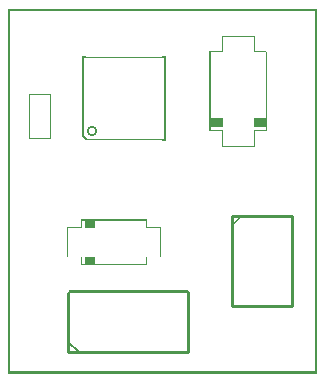
<source format=gto>
G04 MADE WITH FRITZING*
G04 WWW.FRITZING.ORG*
G04 DOUBLE SIDED*
G04 HOLES PLATED*
G04 CONTOUR ON CENTER OF CONTOUR VECTOR*
%ASAXBY*%
%FSLAX23Y23*%
%MOIN*%
%OFA0B0*%
%SFA1.0B1.0*%
%ADD10C,0.034283X0.0222834*%
%ADD11C,0.010000*%
%ADD12C,0.005000*%
%ADD13R,0.001000X0.001000*%
%LNSILK1*%
G90*
G70*
G54D10*
X280Y811D03*
G54D11*
X748Y529D02*
X748Y229D01*
D02*
X748Y229D02*
X948Y229D01*
D02*
X948Y229D02*
X948Y529D01*
D02*
X948Y529D02*
X748Y529D01*
D02*
X202Y73D02*
X602Y73D01*
D02*
X602Y73D02*
X602Y273D01*
G54D12*
D02*
X237Y73D02*
X202Y108D01*
G54D13*
X0Y1217D02*
X1030Y1217D01*
X0Y1216D02*
X1030Y1216D01*
X0Y1215D02*
X1030Y1215D01*
X0Y1214D02*
X1030Y1214D01*
X0Y1213D02*
X1030Y1213D01*
X0Y1212D02*
X1030Y1212D01*
X0Y1211D02*
X1030Y1211D01*
X0Y1210D02*
X1030Y1210D01*
X0Y1209D02*
X7Y1209D01*
X1023Y1209D02*
X1030Y1209D01*
X0Y1208D02*
X7Y1208D01*
X1023Y1208D02*
X1030Y1208D01*
X0Y1207D02*
X7Y1207D01*
X1023Y1207D02*
X1030Y1207D01*
X0Y1206D02*
X7Y1206D01*
X1023Y1206D02*
X1030Y1206D01*
X0Y1205D02*
X7Y1205D01*
X1023Y1205D02*
X1030Y1205D01*
X0Y1204D02*
X7Y1204D01*
X1023Y1204D02*
X1030Y1204D01*
X0Y1203D02*
X7Y1203D01*
X1023Y1203D02*
X1030Y1203D01*
X0Y1202D02*
X7Y1202D01*
X1023Y1202D02*
X1030Y1202D01*
X0Y1201D02*
X7Y1201D01*
X1023Y1201D02*
X1030Y1201D01*
X0Y1200D02*
X7Y1200D01*
X1023Y1200D02*
X1030Y1200D01*
X0Y1199D02*
X7Y1199D01*
X1023Y1199D02*
X1030Y1199D01*
X0Y1198D02*
X7Y1198D01*
X1023Y1198D02*
X1030Y1198D01*
X0Y1197D02*
X7Y1197D01*
X1023Y1197D02*
X1030Y1197D01*
X0Y1196D02*
X7Y1196D01*
X1023Y1196D02*
X1030Y1196D01*
X0Y1195D02*
X7Y1195D01*
X1023Y1195D02*
X1030Y1195D01*
X0Y1194D02*
X7Y1194D01*
X1023Y1194D02*
X1030Y1194D01*
X0Y1193D02*
X7Y1193D01*
X1023Y1193D02*
X1030Y1193D01*
X0Y1192D02*
X7Y1192D01*
X1023Y1192D02*
X1030Y1192D01*
X0Y1191D02*
X7Y1191D01*
X1023Y1191D02*
X1030Y1191D01*
X0Y1190D02*
X7Y1190D01*
X1023Y1190D02*
X1030Y1190D01*
X0Y1189D02*
X7Y1189D01*
X1023Y1189D02*
X1030Y1189D01*
X0Y1188D02*
X7Y1188D01*
X1023Y1188D02*
X1030Y1188D01*
X0Y1187D02*
X7Y1187D01*
X1023Y1187D02*
X1030Y1187D01*
X0Y1186D02*
X7Y1186D01*
X1023Y1186D02*
X1030Y1186D01*
X0Y1185D02*
X7Y1185D01*
X1023Y1185D02*
X1030Y1185D01*
X0Y1184D02*
X7Y1184D01*
X1023Y1184D02*
X1030Y1184D01*
X0Y1183D02*
X7Y1183D01*
X1023Y1183D02*
X1030Y1183D01*
X0Y1182D02*
X7Y1182D01*
X1023Y1182D02*
X1030Y1182D01*
X0Y1181D02*
X7Y1181D01*
X1023Y1181D02*
X1030Y1181D01*
X0Y1180D02*
X7Y1180D01*
X1023Y1180D02*
X1030Y1180D01*
X0Y1179D02*
X7Y1179D01*
X1023Y1179D02*
X1030Y1179D01*
X0Y1178D02*
X7Y1178D01*
X1023Y1178D02*
X1030Y1178D01*
X0Y1177D02*
X7Y1177D01*
X1023Y1177D02*
X1030Y1177D01*
X0Y1176D02*
X7Y1176D01*
X1023Y1176D02*
X1030Y1176D01*
X0Y1175D02*
X7Y1175D01*
X1023Y1175D02*
X1030Y1175D01*
X0Y1174D02*
X7Y1174D01*
X1023Y1174D02*
X1030Y1174D01*
X0Y1173D02*
X7Y1173D01*
X1023Y1173D02*
X1030Y1173D01*
X0Y1172D02*
X7Y1172D01*
X1023Y1172D02*
X1030Y1172D01*
X0Y1171D02*
X7Y1171D01*
X1023Y1171D02*
X1030Y1171D01*
X0Y1170D02*
X7Y1170D01*
X1023Y1170D02*
X1030Y1170D01*
X0Y1169D02*
X7Y1169D01*
X1023Y1169D02*
X1030Y1169D01*
X0Y1168D02*
X7Y1168D01*
X1023Y1168D02*
X1030Y1168D01*
X0Y1167D02*
X7Y1167D01*
X1023Y1167D02*
X1030Y1167D01*
X0Y1166D02*
X7Y1166D01*
X1023Y1166D02*
X1030Y1166D01*
X0Y1165D02*
X7Y1165D01*
X1023Y1165D02*
X1030Y1165D01*
X0Y1164D02*
X7Y1164D01*
X1023Y1164D02*
X1030Y1164D01*
X0Y1163D02*
X7Y1163D01*
X1023Y1163D02*
X1030Y1163D01*
X0Y1162D02*
X7Y1162D01*
X1023Y1162D02*
X1030Y1162D01*
X0Y1161D02*
X7Y1161D01*
X1023Y1161D02*
X1030Y1161D01*
X0Y1160D02*
X7Y1160D01*
X1023Y1160D02*
X1030Y1160D01*
X0Y1159D02*
X7Y1159D01*
X1023Y1159D02*
X1030Y1159D01*
X0Y1158D02*
X7Y1158D01*
X1023Y1158D02*
X1030Y1158D01*
X0Y1157D02*
X7Y1157D01*
X1023Y1157D02*
X1030Y1157D01*
X0Y1156D02*
X7Y1156D01*
X1023Y1156D02*
X1030Y1156D01*
X0Y1155D02*
X7Y1155D01*
X1023Y1155D02*
X1030Y1155D01*
X0Y1154D02*
X7Y1154D01*
X1023Y1154D02*
X1030Y1154D01*
X0Y1153D02*
X7Y1153D01*
X1023Y1153D02*
X1030Y1153D01*
X0Y1152D02*
X7Y1152D01*
X1023Y1152D02*
X1030Y1152D01*
X0Y1151D02*
X7Y1151D01*
X1023Y1151D02*
X1030Y1151D01*
X0Y1150D02*
X7Y1150D01*
X1023Y1150D02*
X1030Y1150D01*
X0Y1149D02*
X7Y1149D01*
X1023Y1149D02*
X1030Y1149D01*
X0Y1148D02*
X7Y1148D01*
X1023Y1148D02*
X1030Y1148D01*
X0Y1147D02*
X7Y1147D01*
X1023Y1147D02*
X1030Y1147D01*
X0Y1146D02*
X7Y1146D01*
X1023Y1146D02*
X1030Y1146D01*
X0Y1145D02*
X7Y1145D01*
X1023Y1145D02*
X1030Y1145D01*
X0Y1144D02*
X7Y1144D01*
X1023Y1144D02*
X1030Y1144D01*
X0Y1143D02*
X7Y1143D01*
X1023Y1143D02*
X1030Y1143D01*
X0Y1142D02*
X7Y1142D01*
X1023Y1142D02*
X1030Y1142D01*
X0Y1141D02*
X7Y1141D01*
X1023Y1141D02*
X1030Y1141D01*
X0Y1140D02*
X7Y1140D01*
X1023Y1140D02*
X1030Y1140D01*
X0Y1139D02*
X7Y1139D01*
X1023Y1139D02*
X1030Y1139D01*
X0Y1138D02*
X7Y1138D01*
X1023Y1138D02*
X1030Y1138D01*
X0Y1137D02*
X7Y1137D01*
X1023Y1137D02*
X1030Y1137D01*
X0Y1136D02*
X7Y1136D01*
X1023Y1136D02*
X1030Y1136D01*
X0Y1135D02*
X7Y1135D01*
X1023Y1135D02*
X1030Y1135D01*
X0Y1134D02*
X7Y1134D01*
X1023Y1134D02*
X1030Y1134D01*
X0Y1133D02*
X7Y1133D01*
X1023Y1133D02*
X1030Y1133D01*
X0Y1132D02*
X7Y1132D01*
X1023Y1132D02*
X1030Y1132D01*
X0Y1131D02*
X7Y1131D01*
X1023Y1131D02*
X1030Y1131D01*
X0Y1130D02*
X7Y1130D01*
X1023Y1130D02*
X1030Y1130D01*
X0Y1129D02*
X7Y1129D01*
X1023Y1129D02*
X1030Y1129D01*
X0Y1128D02*
X7Y1128D01*
X713Y1128D02*
X823Y1128D01*
X1023Y1128D02*
X1030Y1128D01*
X0Y1127D02*
X7Y1127D01*
X713Y1127D02*
X823Y1127D01*
X1023Y1127D02*
X1030Y1127D01*
X0Y1126D02*
X7Y1126D01*
X713Y1126D02*
X823Y1126D01*
X1023Y1126D02*
X1030Y1126D01*
X0Y1125D02*
X7Y1125D01*
X713Y1125D02*
X715Y1125D01*
X821Y1125D02*
X823Y1125D01*
X1023Y1125D02*
X1030Y1125D01*
X0Y1124D02*
X7Y1124D01*
X713Y1124D02*
X715Y1124D01*
X821Y1124D02*
X823Y1124D01*
X1023Y1124D02*
X1030Y1124D01*
X0Y1123D02*
X7Y1123D01*
X713Y1123D02*
X715Y1123D01*
X821Y1123D02*
X823Y1123D01*
X1023Y1123D02*
X1030Y1123D01*
X0Y1122D02*
X7Y1122D01*
X713Y1122D02*
X715Y1122D01*
X821Y1122D02*
X823Y1122D01*
X1023Y1122D02*
X1030Y1122D01*
X0Y1121D02*
X7Y1121D01*
X713Y1121D02*
X715Y1121D01*
X821Y1121D02*
X823Y1121D01*
X1023Y1121D02*
X1030Y1121D01*
X0Y1120D02*
X7Y1120D01*
X713Y1120D02*
X715Y1120D01*
X821Y1120D02*
X823Y1120D01*
X1023Y1120D02*
X1030Y1120D01*
X0Y1119D02*
X7Y1119D01*
X713Y1119D02*
X715Y1119D01*
X821Y1119D02*
X823Y1119D01*
X1023Y1119D02*
X1030Y1119D01*
X0Y1118D02*
X7Y1118D01*
X713Y1118D02*
X715Y1118D01*
X821Y1118D02*
X823Y1118D01*
X1023Y1118D02*
X1030Y1118D01*
X0Y1117D02*
X7Y1117D01*
X713Y1117D02*
X715Y1117D01*
X821Y1117D02*
X823Y1117D01*
X1023Y1117D02*
X1030Y1117D01*
X0Y1116D02*
X7Y1116D01*
X713Y1116D02*
X715Y1116D01*
X821Y1116D02*
X823Y1116D01*
X1023Y1116D02*
X1030Y1116D01*
X0Y1115D02*
X7Y1115D01*
X713Y1115D02*
X715Y1115D01*
X821Y1115D02*
X823Y1115D01*
X1023Y1115D02*
X1030Y1115D01*
X0Y1114D02*
X7Y1114D01*
X713Y1114D02*
X715Y1114D01*
X821Y1114D02*
X823Y1114D01*
X1023Y1114D02*
X1030Y1114D01*
X0Y1113D02*
X7Y1113D01*
X713Y1113D02*
X715Y1113D01*
X821Y1113D02*
X823Y1113D01*
X1023Y1113D02*
X1030Y1113D01*
X0Y1112D02*
X7Y1112D01*
X713Y1112D02*
X715Y1112D01*
X821Y1112D02*
X823Y1112D01*
X1023Y1112D02*
X1030Y1112D01*
X0Y1111D02*
X7Y1111D01*
X713Y1111D02*
X715Y1111D01*
X821Y1111D02*
X823Y1111D01*
X1023Y1111D02*
X1030Y1111D01*
X0Y1110D02*
X7Y1110D01*
X713Y1110D02*
X715Y1110D01*
X821Y1110D02*
X823Y1110D01*
X1023Y1110D02*
X1030Y1110D01*
X0Y1109D02*
X7Y1109D01*
X713Y1109D02*
X715Y1109D01*
X821Y1109D02*
X823Y1109D01*
X1023Y1109D02*
X1030Y1109D01*
X0Y1108D02*
X7Y1108D01*
X713Y1108D02*
X715Y1108D01*
X821Y1108D02*
X823Y1108D01*
X1023Y1108D02*
X1030Y1108D01*
X0Y1107D02*
X7Y1107D01*
X713Y1107D02*
X715Y1107D01*
X821Y1107D02*
X823Y1107D01*
X1023Y1107D02*
X1030Y1107D01*
X0Y1106D02*
X7Y1106D01*
X713Y1106D02*
X715Y1106D01*
X821Y1106D02*
X823Y1106D01*
X1023Y1106D02*
X1030Y1106D01*
X0Y1105D02*
X7Y1105D01*
X713Y1105D02*
X715Y1105D01*
X821Y1105D02*
X823Y1105D01*
X1023Y1105D02*
X1030Y1105D01*
X0Y1104D02*
X7Y1104D01*
X713Y1104D02*
X715Y1104D01*
X821Y1104D02*
X823Y1104D01*
X1023Y1104D02*
X1030Y1104D01*
X0Y1103D02*
X7Y1103D01*
X713Y1103D02*
X715Y1103D01*
X821Y1103D02*
X823Y1103D01*
X1023Y1103D02*
X1030Y1103D01*
X0Y1102D02*
X7Y1102D01*
X713Y1102D02*
X715Y1102D01*
X821Y1102D02*
X823Y1102D01*
X1023Y1102D02*
X1030Y1102D01*
X0Y1101D02*
X7Y1101D01*
X713Y1101D02*
X715Y1101D01*
X821Y1101D02*
X823Y1101D01*
X1023Y1101D02*
X1030Y1101D01*
X0Y1100D02*
X7Y1100D01*
X713Y1100D02*
X715Y1100D01*
X821Y1100D02*
X823Y1100D01*
X1023Y1100D02*
X1030Y1100D01*
X0Y1099D02*
X7Y1099D01*
X713Y1099D02*
X715Y1099D01*
X821Y1099D02*
X823Y1099D01*
X1023Y1099D02*
X1030Y1099D01*
X0Y1098D02*
X7Y1098D01*
X713Y1098D02*
X715Y1098D01*
X821Y1098D02*
X823Y1098D01*
X1023Y1098D02*
X1030Y1098D01*
X0Y1097D02*
X7Y1097D01*
X713Y1097D02*
X715Y1097D01*
X821Y1097D02*
X823Y1097D01*
X1023Y1097D02*
X1030Y1097D01*
X0Y1096D02*
X7Y1096D01*
X713Y1096D02*
X715Y1096D01*
X821Y1096D02*
X823Y1096D01*
X1023Y1096D02*
X1030Y1096D01*
X0Y1095D02*
X7Y1095D01*
X713Y1095D02*
X715Y1095D01*
X821Y1095D02*
X823Y1095D01*
X1023Y1095D02*
X1030Y1095D01*
X0Y1094D02*
X7Y1094D01*
X713Y1094D02*
X715Y1094D01*
X821Y1094D02*
X823Y1094D01*
X1023Y1094D02*
X1030Y1094D01*
X0Y1093D02*
X7Y1093D01*
X713Y1093D02*
X715Y1093D01*
X821Y1093D02*
X823Y1093D01*
X1023Y1093D02*
X1030Y1093D01*
X0Y1092D02*
X7Y1092D01*
X713Y1092D02*
X715Y1092D01*
X821Y1092D02*
X823Y1092D01*
X1023Y1092D02*
X1030Y1092D01*
X0Y1091D02*
X7Y1091D01*
X713Y1091D02*
X715Y1091D01*
X821Y1091D02*
X823Y1091D01*
X1023Y1091D02*
X1030Y1091D01*
X0Y1090D02*
X7Y1090D01*
X713Y1090D02*
X715Y1090D01*
X821Y1090D02*
X823Y1090D01*
X1023Y1090D02*
X1030Y1090D01*
X0Y1089D02*
X7Y1089D01*
X713Y1089D02*
X715Y1089D01*
X821Y1089D02*
X823Y1089D01*
X1023Y1089D02*
X1030Y1089D01*
X0Y1088D02*
X7Y1088D01*
X713Y1088D02*
X715Y1088D01*
X821Y1088D02*
X823Y1088D01*
X1023Y1088D02*
X1030Y1088D01*
X0Y1087D02*
X7Y1087D01*
X713Y1087D02*
X715Y1087D01*
X821Y1087D02*
X823Y1087D01*
X1023Y1087D02*
X1030Y1087D01*
X0Y1086D02*
X7Y1086D01*
X713Y1086D02*
X715Y1086D01*
X821Y1086D02*
X823Y1086D01*
X1023Y1086D02*
X1030Y1086D01*
X0Y1085D02*
X7Y1085D01*
X713Y1085D02*
X715Y1085D01*
X821Y1085D02*
X823Y1085D01*
X1023Y1085D02*
X1030Y1085D01*
X0Y1084D02*
X7Y1084D01*
X713Y1084D02*
X715Y1084D01*
X821Y1084D02*
X823Y1084D01*
X1023Y1084D02*
X1030Y1084D01*
X0Y1083D02*
X7Y1083D01*
X713Y1083D02*
X715Y1083D01*
X821Y1083D02*
X823Y1083D01*
X1023Y1083D02*
X1030Y1083D01*
X0Y1082D02*
X7Y1082D01*
X713Y1082D02*
X715Y1082D01*
X821Y1082D02*
X823Y1082D01*
X1023Y1082D02*
X1030Y1082D01*
X0Y1081D02*
X7Y1081D01*
X713Y1081D02*
X715Y1081D01*
X821Y1081D02*
X823Y1081D01*
X1023Y1081D02*
X1030Y1081D01*
X0Y1080D02*
X7Y1080D01*
X713Y1080D02*
X715Y1080D01*
X821Y1080D02*
X823Y1080D01*
X1023Y1080D02*
X1030Y1080D01*
X0Y1079D02*
X7Y1079D01*
X713Y1079D02*
X715Y1079D01*
X821Y1079D02*
X823Y1079D01*
X1023Y1079D02*
X1030Y1079D01*
X0Y1078D02*
X7Y1078D01*
X713Y1078D02*
X715Y1078D01*
X821Y1078D02*
X823Y1078D01*
X1023Y1078D02*
X1030Y1078D01*
X0Y1077D02*
X7Y1077D01*
X672Y1077D02*
X715Y1077D01*
X821Y1077D02*
X859Y1077D01*
X1023Y1077D02*
X1030Y1077D01*
X0Y1076D02*
X7Y1076D01*
X672Y1076D02*
X715Y1076D01*
X821Y1076D02*
X861Y1076D01*
X1023Y1076D02*
X1030Y1076D01*
X0Y1075D02*
X7Y1075D01*
X672Y1075D02*
X715Y1075D01*
X821Y1075D02*
X863Y1075D01*
X1023Y1075D02*
X1030Y1075D01*
X0Y1074D02*
X7Y1074D01*
X672Y1074D02*
X715Y1074D01*
X821Y1074D02*
X864Y1074D01*
X1023Y1074D02*
X1030Y1074D01*
X0Y1073D02*
X7Y1073D01*
X672Y1073D02*
X675Y1073D01*
X861Y1073D02*
X864Y1073D01*
X1023Y1073D02*
X1030Y1073D01*
X0Y1072D02*
X7Y1072D01*
X672Y1072D02*
X675Y1072D01*
X861Y1072D02*
X864Y1072D01*
X1023Y1072D02*
X1030Y1072D01*
X0Y1071D02*
X7Y1071D01*
X672Y1071D02*
X675Y1071D01*
X861Y1071D02*
X864Y1071D01*
X1023Y1071D02*
X1030Y1071D01*
X0Y1070D02*
X7Y1070D01*
X672Y1070D02*
X675Y1070D01*
X861Y1070D02*
X864Y1070D01*
X1023Y1070D02*
X1030Y1070D01*
X0Y1069D02*
X7Y1069D01*
X672Y1069D02*
X675Y1069D01*
X861Y1069D02*
X864Y1069D01*
X1023Y1069D02*
X1030Y1069D01*
X0Y1068D02*
X7Y1068D01*
X672Y1068D02*
X675Y1068D01*
X861Y1068D02*
X864Y1068D01*
X1023Y1068D02*
X1030Y1068D01*
X0Y1067D02*
X7Y1067D01*
X672Y1067D02*
X675Y1067D01*
X861Y1067D02*
X864Y1067D01*
X1023Y1067D02*
X1030Y1067D01*
X0Y1066D02*
X7Y1066D01*
X672Y1066D02*
X675Y1066D01*
X861Y1066D02*
X864Y1066D01*
X1023Y1066D02*
X1030Y1066D01*
X0Y1065D02*
X7Y1065D01*
X672Y1065D02*
X675Y1065D01*
X861Y1065D02*
X864Y1065D01*
X1023Y1065D02*
X1030Y1065D01*
X0Y1064D02*
X7Y1064D01*
X672Y1064D02*
X675Y1064D01*
X861Y1064D02*
X864Y1064D01*
X1023Y1064D02*
X1030Y1064D01*
X0Y1063D02*
X7Y1063D01*
X672Y1063D02*
X675Y1063D01*
X861Y1063D02*
X864Y1063D01*
X1023Y1063D02*
X1030Y1063D01*
X0Y1062D02*
X7Y1062D01*
X672Y1062D02*
X675Y1062D01*
X861Y1062D02*
X864Y1062D01*
X1023Y1062D02*
X1030Y1062D01*
X0Y1061D02*
X7Y1061D01*
X672Y1061D02*
X675Y1061D01*
X861Y1061D02*
X864Y1061D01*
X1023Y1061D02*
X1030Y1061D01*
X0Y1060D02*
X7Y1060D01*
X248Y1060D02*
X260Y1060D01*
X514Y1060D02*
X526Y1060D01*
X672Y1060D02*
X675Y1060D01*
X861Y1060D02*
X864Y1060D01*
X1023Y1060D02*
X1030Y1060D01*
X0Y1059D02*
X7Y1059D01*
X247Y1059D02*
X260Y1059D01*
X514Y1059D02*
X527Y1059D01*
X672Y1059D02*
X675Y1059D01*
X861Y1059D02*
X864Y1059D01*
X1023Y1059D02*
X1030Y1059D01*
X0Y1058D02*
X7Y1058D01*
X247Y1058D02*
X527Y1058D01*
X672Y1058D02*
X675Y1058D01*
X861Y1058D02*
X864Y1058D01*
X1023Y1058D02*
X1030Y1058D01*
X0Y1057D02*
X7Y1057D01*
X247Y1057D02*
X527Y1057D01*
X672Y1057D02*
X675Y1057D01*
X861Y1057D02*
X864Y1057D01*
X1023Y1057D02*
X1030Y1057D01*
X0Y1056D02*
X7Y1056D01*
X247Y1056D02*
X527Y1056D01*
X672Y1056D02*
X675Y1056D01*
X861Y1056D02*
X864Y1056D01*
X1023Y1056D02*
X1030Y1056D01*
X0Y1055D02*
X7Y1055D01*
X247Y1055D02*
X527Y1055D01*
X672Y1055D02*
X675Y1055D01*
X861Y1055D02*
X864Y1055D01*
X1023Y1055D02*
X1030Y1055D01*
X0Y1054D02*
X7Y1054D01*
X247Y1054D02*
X252Y1054D01*
X522Y1054D02*
X527Y1054D01*
X672Y1054D02*
X675Y1054D01*
X861Y1054D02*
X864Y1054D01*
X1023Y1054D02*
X1030Y1054D01*
X0Y1053D02*
X7Y1053D01*
X247Y1053D02*
X252Y1053D01*
X522Y1053D02*
X527Y1053D01*
X672Y1053D02*
X675Y1053D01*
X861Y1053D02*
X864Y1053D01*
X1023Y1053D02*
X1030Y1053D01*
X0Y1052D02*
X7Y1052D01*
X247Y1052D02*
X252Y1052D01*
X522Y1052D02*
X527Y1052D01*
X672Y1052D02*
X675Y1052D01*
X861Y1052D02*
X864Y1052D01*
X1023Y1052D02*
X1030Y1052D01*
X0Y1051D02*
X7Y1051D01*
X247Y1051D02*
X252Y1051D01*
X522Y1051D02*
X527Y1051D01*
X672Y1051D02*
X675Y1051D01*
X861Y1051D02*
X864Y1051D01*
X1023Y1051D02*
X1030Y1051D01*
X0Y1050D02*
X7Y1050D01*
X247Y1050D02*
X252Y1050D01*
X522Y1050D02*
X527Y1050D01*
X672Y1050D02*
X675Y1050D01*
X861Y1050D02*
X864Y1050D01*
X1023Y1050D02*
X1030Y1050D01*
X0Y1049D02*
X7Y1049D01*
X247Y1049D02*
X252Y1049D01*
X522Y1049D02*
X527Y1049D01*
X672Y1049D02*
X675Y1049D01*
X861Y1049D02*
X864Y1049D01*
X1023Y1049D02*
X1030Y1049D01*
X0Y1048D02*
X7Y1048D01*
X247Y1048D02*
X252Y1048D01*
X522Y1048D02*
X527Y1048D01*
X672Y1048D02*
X675Y1048D01*
X861Y1048D02*
X864Y1048D01*
X1023Y1048D02*
X1030Y1048D01*
X0Y1047D02*
X7Y1047D01*
X247Y1047D02*
X252Y1047D01*
X522Y1047D02*
X527Y1047D01*
X672Y1047D02*
X675Y1047D01*
X861Y1047D02*
X864Y1047D01*
X1023Y1047D02*
X1030Y1047D01*
X0Y1046D02*
X7Y1046D01*
X247Y1046D02*
X252Y1046D01*
X522Y1046D02*
X527Y1046D01*
X672Y1046D02*
X675Y1046D01*
X861Y1046D02*
X864Y1046D01*
X1023Y1046D02*
X1030Y1046D01*
X0Y1045D02*
X7Y1045D01*
X249Y1045D02*
X252Y1045D01*
X522Y1045D02*
X525Y1045D01*
X672Y1045D02*
X675Y1045D01*
X861Y1045D02*
X864Y1045D01*
X1023Y1045D02*
X1030Y1045D01*
X0Y1044D02*
X7Y1044D01*
X249Y1044D02*
X252Y1044D01*
X522Y1044D02*
X525Y1044D01*
X672Y1044D02*
X675Y1044D01*
X861Y1044D02*
X864Y1044D01*
X1023Y1044D02*
X1030Y1044D01*
X0Y1043D02*
X7Y1043D01*
X249Y1043D02*
X252Y1043D01*
X522Y1043D02*
X525Y1043D01*
X672Y1043D02*
X675Y1043D01*
X861Y1043D02*
X864Y1043D01*
X1023Y1043D02*
X1030Y1043D01*
X0Y1042D02*
X7Y1042D01*
X249Y1042D02*
X252Y1042D01*
X522Y1042D02*
X525Y1042D01*
X672Y1042D02*
X675Y1042D01*
X861Y1042D02*
X864Y1042D01*
X1023Y1042D02*
X1030Y1042D01*
X0Y1041D02*
X7Y1041D01*
X249Y1041D02*
X252Y1041D01*
X522Y1041D02*
X525Y1041D01*
X672Y1041D02*
X675Y1041D01*
X861Y1041D02*
X864Y1041D01*
X1023Y1041D02*
X1030Y1041D01*
X0Y1040D02*
X7Y1040D01*
X249Y1040D02*
X252Y1040D01*
X522Y1040D02*
X525Y1040D01*
X672Y1040D02*
X675Y1040D01*
X861Y1040D02*
X864Y1040D01*
X1023Y1040D02*
X1030Y1040D01*
X0Y1039D02*
X7Y1039D01*
X249Y1039D02*
X252Y1039D01*
X522Y1039D02*
X525Y1039D01*
X672Y1039D02*
X675Y1039D01*
X861Y1039D02*
X864Y1039D01*
X1023Y1039D02*
X1030Y1039D01*
X0Y1038D02*
X7Y1038D01*
X249Y1038D02*
X252Y1038D01*
X522Y1038D02*
X525Y1038D01*
X672Y1038D02*
X675Y1038D01*
X861Y1038D02*
X864Y1038D01*
X1023Y1038D02*
X1030Y1038D01*
X0Y1037D02*
X7Y1037D01*
X249Y1037D02*
X252Y1037D01*
X522Y1037D02*
X525Y1037D01*
X672Y1037D02*
X675Y1037D01*
X861Y1037D02*
X864Y1037D01*
X1023Y1037D02*
X1030Y1037D01*
X0Y1036D02*
X7Y1036D01*
X249Y1036D02*
X252Y1036D01*
X522Y1036D02*
X525Y1036D01*
X672Y1036D02*
X675Y1036D01*
X861Y1036D02*
X864Y1036D01*
X1023Y1036D02*
X1030Y1036D01*
X0Y1035D02*
X7Y1035D01*
X249Y1035D02*
X252Y1035D01*
X522Y1035D02*
X525Y1035D01*
X672Y1035D02*
X675Y1035D01*
X861Y1035D02*
X864Y1035D01*
X1023Y1035D02*
X1030Y1035D01*
X0Y1034D02*
X7Y1034D01*
X249Y1034D02*
X252Y1034D01*
X522Y1034D02*
X525Y1034D01*
X672Y1034D02*
X675Y1034D01*
X861Y1034D02*
X864Y1034D01*
X1023Y1034D02*
X1030Y1034D01*
X0Y1033D02*
X7Y1033D01*
X249Y1033D02*
X252Y1033D01*
X522Y1033D02*
X525Y1033D01*
X672Y1033D02*
X675Y1033D01*
X861Y1033D02*
X864Y1033D01*
X1023Y1033D02*
X1030Y1033D01*
X0Y1032D02*
X7Y1032D01*
X249Y1032D02*
X252Y1032D01*
X522Y1032D02*
X525Y1032D01*
X672Y1032D02*
X675Y1032D01*
X861Y1032D02*
X864Y1032D01*
X1023Y1032D02*
X1030Y1032D01*
X0Y1031D02*
X7Y1031D01*
X249Y1031D02*
X252Y1031D01*
X522Y1031D02*
X525Y1031D01*
X672Y1031D02*
X675Y1031D01*
X861Y1031D02*
X864Y1031D01*
X1023Y1031D02*
X1030Y1031D01*
X0Y1030D02*
X7Y1030D01*
X249Y1030D02*
X252Y1030D01*
X522Y1030D02*
X525Y1030D01*
X672Y1030D02*
X675Y1030D01*
X861Y1030D02*
X864Y1030D01*
X1023Y1030D02*
X1030Y1030D01*
X0Y1029D02*
X7Y1029D01*
X249Y1029D02*
X252Y1029D01*
X522Y1029D02*
X525Y1029D01*
X672Y1029D02*
X675Y1029D01*
X861Y1029D02*
X864Y1029D01*
X1023Y1029D02*
X1030Y1029D01*
X0Y1028D02*
X7Y1028D01*
X249Y1028D02*
X252Y1028D01*
X522Y1028D02*
X525Y1028D01*
X672Y1028D02*
X675Y1028D01*
X861Y1028D02*
X864Y1028D01*
X1023Y1028D02*
X1030Y1028D01*
X0Y1027D02*
X7Y1027D01*
X249Y1027D02*
X252Y1027D01*
X522Y1027D02*
X525Y1027D01*
X672Y1027D02*
X675Y1027D01*
X861Y1027D02*
X864Y1027D01*
X1023Y1027D02*
X1030Y1027D01*
X0Y1026D02*
X7Y1026D01*
X249Y1026D02*
X252Y1026D01*
X522Y1026D02*
X525Y1026D01*
X672Y1026D02*
X675Y1026D01*
X861Y1026D02*
X864Y1026D01*
X1023Y1026D02*
X1030Y1026D01*
X0Y1025D02*
X7Y1025D01*
X249Y1025D02*
X252Y1025D01*
X522Y1025D02*
X525Y1025D01*
X672Y1025D02*
X675Y1025D01*
X861Y1025D02*
X864Y1025D01*
X1023Y1025D02*
X1030Y1025D01*
X0Y1024D02*
X7Y1024D01*
X249Y1024D02*
X252Y1024D01*
X522Y1024D02*
X525Y1024D01*
X672Y1024D02*
X675Y1024D01*
X861Y1024D02*
X864Y1024D01*
X1023Y1024D02*
X1030Y1024D01*
X0Y1023D02*
X7Y1023D01*
X249Y1023D02*
X252Y1023D01*
X522Y1023D02*
X525Y1023D01*
X672Y1023D02*
X675Y1023D01*
X861Y1023D02*
X864Y1023D01*
X1023Y1023D02*
X1030Y1023D01*
X0Y1022D02*
X7Y1022D01*
X249Y1022D02*
X252Y1022D01*
X522Y1022D02*
X525Y1022D01*
X672Y1022D02*
X675Y1022D01*
X861Y1022D02*
X864Y1022D01*
X1023Y1022D02*
X1030Y1022D01*
X0Y1021D02*
X7Y1021D01*
X249Y1021D02*
X252Y1021D01*
X522Y1021D02*
X525Y1021D01*
X672Y1021D02*
X675Y1021D01*
X861Y1021D02*
X864Y1021D01*
X1023Y1021D02*
X1030Y1021D01*
X0Y1020D02*
X7Y1020D01*
X249Y1020D02*
X252Y1020D01*
X522Y1020D02*
X525Y1020D01*
X672Y1020D02*
X675Y1020D01*
X861Y1020D02*
X864Y1020D01*
X1023Y1020D02*
X1030Y1020D01*
X0Y1019D02*
X7Y1019D01*
X249Y1019D02*
X252Y1019D01*
X522Y1019D02*
X525Y1019D01*
X672Y1019D02*
X675Y1019D01*
X861Y1019D02*
X864Y1019D01*
X1023Y1019D02*
X1030Y1019D01*
X0Y1018D02*
X7Y1018D01*
X249Y1018D02*
X252Y1018D01*
X522Y1018D02*
X525Y1018D01*
X672Y1018D02*
X675Y1018D01*
X861Y1018D02*
X864Y1018D01*
X1023Y1018D02*
X1030Y1018D01*
X0Y1017D02*
X7Y1017D01*
X249Y1017D02*
X252Y1017D01*
X522Y1017D02*
X525Y1017D01*
X672Y1017D02*
X675Y1017D01*
X861Y1017D02*
X864Y1017D01*
X1023Y1017D02*
X1030Y1017D01*
X0Y1016D02*
X7Y1016D01*
X249Y1016D02*
X252Y1016D01*
X522Y1016D02*
X525Y1016D01*
X672Y1016D02*
X675Y1016D01*
X861Y1016D02*
X864Y1016D01*
X1023Y1016D02*
X1030Y1016D01*
X0Y1015D02*
X7Y1015D01*
X249Y1015D02*
X252Y1015D01*
X522Y1015D02*
X525Y1015D01*
X672Y1015D02*
X675Y1015D01*
X861Y1015D02*
X864Y1015D01*
X1023Y1015D02*
X1030Y1015D01*
X0Y1014D02*
X7Y1014D01*
X248Y1014D02*
X252Y1014D01*
X522Y1014D02*
X526Y1014D01*
X672Y1014D02*
X675Y1014D01*
X861Y1014D02*
X864Y1014D01*
X1023Y1014D02*
X1030Y1014D01*
X0Y1013D02*
X7Y1013D01*
X249Y1013D02*
X252Y1013D01*
X522Y1013D02*
X525Y1013D01*
X672Y1013D02*
X675Y1013D01*
X861Y1013D02*
X864Y1013D01*
X1023Y1013D02*
X1030Y1013D01*
X0Y1012D02*
X7Y1012D01*
X249Y1012D02*
X252Y1012D01*
X522Y1012D02*
X525Y1012D01*
X672Y1012D02*
X675Y1012D01*
X861Y1012D02*
X864Y1012D01*
X1023Y1012D02*
X1030Y1012D01*
X0Y1011D02*
X7Y1011D01*
X249Y1011D02*
X252Y1011D01*
X522Y1011D02*
X525Y1011D01*
X672Y1011D02*
X675Y1011D01*
X861Y1011D02*
X864Y1011D01*
X1023Y1011D02*
X1030Y1011D01*
X0Y1010D02*
X7Y1010D01*
X249Y1010D02*
X252Y1010D01*
X522Y1010D02*
X525Y1010D01*
X672Y1010D02*
X675Y1010D01*
X861Y1010D02*
X864Y1010D01*
X1023Y1010D02*
X1030Y1010D01*
X0Y1009D02*
X7Y1009D01*
X249Y1009D02*
X252Y1009D01*
X522Y1009D02*
X525Y1009D01*
X672Y1009D02*
X675Y1009D01*
X861Y1009D02*
X864Y1009D01*
X1023Y1009D02*
X1030Y1009D01*
X0Y1008D02*
X7Y1008D01*
X249Y1008D02*
X252Y1008D01*
X522Y1008D02*
X525Y1008D01*
X672Y1008D02*
X675Y1008D01*
X861Y1008D02*
X864Y1008D01*
X1023Y1008D02*
X1030Y1008D01*
X0Y1007D02*
X7Y1007D01*
X249Y1007D02*
X252Y1007D01*
X522Y1007D02*
X525Y1007D01*
X672Y1007D02*
X675Y1007D01*
X861Y1007D02*
X864Y1007D01*
X1023Y1007D02*
X1030Y1007D01*
X0Y1006D02*
X7Y1006D01*
X249Y1006D02*
X252Y1006D01*
X522Y1006D02*
X525Y1006D01*
X672Y1006D02*
X675Y1006D01*
X861Y1006D02*
X864Y1006D01*
X1023Y1006D02*
X1030Y1006D01*
X0Y1005D02*
X7Y1005D01*
X249Y1005D02*
X252Y1005D01*
X522Y1005D02*
X525Y1005D01*
X672Y1005D02*
X675Y1005D01*
X861Y1005D02*
X864Y1005D01*
X1023Y1005D02*
X1030Y1005D01*
X0Y1004D02*
X7Y1004D01*
X249Y1004D02*
X252Y1004D01*
X522Y1004D02*
X525Y1004D01*
X672Y1004D02*
X675Y1004D01*
X861Y1004D02*
X864Y1004D01*
X1023Y1004D02*
X1030Y1004D01*
X0Y1003D02*
X7Y1003D01*
X249Y1003D02*
X252Y1003D01*
X522Y1003D02*
X525Y1003D01*
X672Y1003D02*
X675Y1003D01*
X861Y1003D02*
X864Y1003D01*
X1023Y1003D02*
X1030Y1003D01*
X0Y1002D02*
X7Y1002D01*
X249Y1002D02*
X252Y1002D01*
X522Y1002D02*
X525Y1002D01*
X672Y1002D02*
X675Y1002D01*
X861Y1002D02*
X864Y1002D01*
X1023Y1002D02*
X1030Y1002D01*
X0Y1001D02*
X7Y1001D01*
X249Y1001D02*
X252Y1001D01*
X522Y1001D02*
X525Y1001D01*
X672Y1001D02*
X675Y1001D01*
X861Y1001D02*
X864Y1001D01*
X1023Y1001D02*
X1030Y1001D01*
X0Y1000D02*
X7Y1000D01*
X249Y1000D02*
X252Y1000D01*
X522Y1000D02*
X525Y1000D01*
X672Y1000D02*
X675Y1000D01*
X861Y1000D02*
X864Y1000D01*
X1023Y1000D02*
X1030Y1000D01*
X0Y999D02*
X7Y999D01*
X249Y999D02*
X252Y999D01*
X522Y999D02*
X525Y999D01*
X672Y999D02*
X675Y999D01*
X861Y999D02*
X864Y999D01*
X1023Y999D02*
X1030Y999D01*
X0Y998D02*
X7Y998D01*
X249Y998D02*
X252Y998D01*
X522Y998D02*
X525Y998D01*
X672Y998D02*
X675Y998D01*
X861Y998D02*
X864Y998D01*
X1023Y998D02*
X1030Y998D01*
X0Y997D02*
X7Y997D01*
X249Y997D02*
X252Y997D01*
X522Y997D02*
X525Y997D01*
X672Y997D02*
X675Y997D01*
X861Y997D02*
X864Y997D01*
X1023Y997D02*
X1030Y997D01*
X0Y996D02*
X7Y996D01*
X249Y996D02*
X252Y996D01*
X522Y996D02*
X525Y996D01*
X672Y996D02*
X675Y996D01*
X861Y996D02*
X864Y996D01*
X1023Y996D02*
X1030Y996D01*
X0Y995D02*
X7Y995D01*
X249Y995D02*
X252Y995D01*
X522Y995D02*
X525Y995D01*
X672Y995D02*
X675Y995D01*
X861Y995D02*
X864Y995D01*
X1023Y995D02*
X1030Y995D01*
X0Y994D02*
X7Y994D01*
X249Y994D02*
X252Y994D01*
X522Y994D02*
X525Y994D01*
X672Y994D02*
X675Y994D01*
X861Y994D02*
X864Y994D01*
X1023Y994D02*
X1030Y994D01*
X0Y993D02*
X7Y993D01*
X249Y993D02*
X252Y993D01*
X522Y993D02*
X525Y993D01*
X672Y993D02*
X675Y993D01*
X861Y993D02*
X864Y993D01*
X1023Y993D02*
X1030Y993D01*
X0Y992D02*
X7Y992D01*
X249Y992D02*
X252Y992D01*
X522Y992D02*
X525Y992D01*
X672Y992D02*
X675Y992D01*
X861Y992D02*
X864Y992D01*
X1023Y992D02*
X1030Y992D01*
X0Y991D02*
X7Y991D01*
X249Y991D02*
X252Y991D01*
X522Y991D02*
X525Y991D01*
X672Y991D02*
X675Y991D01*
X861Y991D02*
X864Y991D01*
X1023Y991D02*
X1030Y991D01*
X0Y990D02*
X7Y990D01*
X249Y990D02*
X252Y990D01*
X522Y990D02*
X525Y990D01*
X672Y990D02*
X675Y990D01*
X861Y990D02*
X864Y990D01*
X1023Y990D02*
X1030Y990D01*
X0Y989D02*
X7Y989D01*
X249Y989D02*
X252Y989D01*
X522Y989D02*
X525Y989D01*
X672Y989D02*
X675Y989D01*
X861Y989D02*
X864Y989D01*
X1023Y989D02*
X1030Y989D01*
X0Y988D02*
X7Y988D01*
X249Y988D02*
X252Y988D01*
X522Y988D02*
X525Y988D01*
X672Y988D02*
X675Y988D01*
X861Y988D02*
X864Y988D01*
X1023Y988D02*
X1030Y988D01*
X0Y987D02*
X7Y987D01*
X249Y987D02*
X252Y987D01*
X522Y987D02*
X525Y987D01*
X672Y987D02*
X675Y987D01*
X861Y987D02*
X864Y987D01*
X1023Y987D02*
X1030Y987D01*
X0Y986D02*
X7Y986D01*
X249Y986D02*
X252Y986D01*
X522Y986D02*
X525Y986D01*
X672Y986D02*
X675Y986D01*
X861Y986D02*
X864Y986D01*
X1023Y986D02*
X1030Y986D01*
X0Y985D02*
X7Y985D01*
X249Y985D02*
X252Y985D01*
X522Y985D02*
X525Y985D01*
X672Y985D02*
X675Y985D01*
X861Y985D02*
X864Y985D01*
X1023Y985D02*
X1030Y985D01*
X0Y984D02*
X7Y984D01*
X249Y984D02*
X252Y984D01*
X522Y984D02*
X525Y984D01*
X672Y984D02*
X675Y984D01*
X861Y984D02*
X864Y984D01*
X1023Y984D02*
X1030Y984D01*
X0Y983D02*
X7Y983D01*
X249Y983D02*
X252Y983D01*
X522Y983D02*
X525Y983D01*
X672Y983D02*
X675Y983D01*
X861Y983D02*
X864Y983D01*
X1023Y983D02*
X1030Y983D01*
X0Y982D02*
X7Y982D01*
X249Y982D02*
X252Y982D01*
X522Y982D02*
X525Y982D01*
X672Y982D02*
X675Y982D01*
X861Y982D02*
X864Y982D01*
X1023Y982D02*
X1030Y982D01*
X0Y981D02*
X7Y981D01*
X249Y981D02*
X252Y981D01*
X522Y981D02*
X525Y981D01*
X672Y981D02*
X675Y981D01*
X861Y981D02*
X864Y981D01*
X1023Y981D02*
X1030Y981D01*
X0Y980D02*
X7Y980D01*
X249Y980D02*
X252Y980D01*
X522Y980D02*
X525Y980D01*
X672Y980D02*
X675Y980D01*
X861Y980D02*
X864Y980D01*
X1023Y980D02*
X1030Y980D01*
X0Y979D02*
X7Y979D01*
X249Y979D02*
X252Y979D01*
X522Y979D02*
X525Y979D01*
X672Y979D02*
X675Y979D01*
X861Y979D02*
X864Y979D01*
X1023Y979D02*
X1030Y979D01*
X0Y978D02*
X7Y978D01*
X249Y978D02*
X252Y978D01*
X522Y978D02*
X525Y978D01*
X672Y978D02*
X675Y978D01*
X861Y978D02*
X864Y978D01*
X1023Y978D02*
X1030Y978D01*
X0Y977D02*
X7Y977D01*
X249Y977D02*
X252Y977D01*
X522Y977D02*
X525Y977D01*
X672Y977D02*
X675Y977D01*
X861Y977D02*
X864Y977D01*
X1023Y977D02*
X1030Y977D01*
X0Y976D02*
X7Y976D01*
X249Y976D02*
X252Y976D01*
X522Y976D02*
X525Y976D01*
X672Y976D02*
X675Y976D01*
X861Y976D02*
X864Y976D01*
X1023Y976D02*
X1030Y976D01*
X0Y975D02*
X7Y975D01*
X249Y975D02*
X252Y975D01*
X522Y975D02*
X525Y975D01*
X672Y975D02*
X675Y975D01*
X861Y975D02*
X864Y975D01*
X1023Y975D02*
X1030Y975D01*
X0Y974D02*
X7Y974D01*
X249Y974D02*
X252Y974D01*
X522Y974D02*
X525Y974D01*
X672Y974D02*
X675Y974D01*
X861Y974D02*
X864Y974D01*
X1023Y974D02*
X1030Y974D01*
X0Y973D02*
X7Y973D01*
X249Y973D02*
X252Y973D01*
X522Y973D02*
X525Y973D01*
X672Y973D02*
X675Y973D01*
X861Y973D02*
X864Y973D01*
X1023Y973D02*
X1030Y973D01*
X0Y972D02*
X7Y972D01*
X249Y972D02*
X252Y972D01*
X522Y972D02*
X525Y972D01*
X672Y972D02*
X675Y972D01*
X861Y972D02*
X864Y972D01*
X1023Y972D02*
X1030Y972D01*
X0Y971D02*
X7Y971D01*
X249Y971D02*
X252Y971D01*
X522Y971D02*
X525Y971D01*
X672Y971D02*
X675Y971D01*
X861Y971D02*
X864Y971D01*
X1023Y971D02*
X1030Y971D01*
X0Y970D02*
X7Y970D01*
X249Y970D02*
X252Y970D01*
X522Y970D02*
X525Y970D01*
X672Y970D02*
X675Y970D01*
X861Y970D02*
X864Y970D01*
X1023Y970D02*
X1030Y970D01*
X0Y969D02*
X7Y969D01*
X249Y969D02*
X252Y969D01*
X522Y969D02*
X525Y969D01*
X672Y969D02*
X675Y969D01*
X861Y969D02*
X864Y969D01*
X1023Y969D02*
X1030Y969D01*
X0Y968D02*
X7Y968D01*
X249Y968D02*
X252Y968D01*
X522Y968D02*
X525Y968D01*
X672Y968D02*
X675Y968D01*
X861Y968D02*
X864Y968D01*
X1023Y968D02*
X1030Y968D01*
X0Y967D02*
X7Y967D01*
X249Y967D02*
X252Y967D01*
X522Y967D02*
X525Y967D01*
X672Y967D02*
X675Y967D01*
X861Y967D02*
X864Y967D01*
X1023Y967D02*
X1030Y967D01*
X0Y966D02*
X7Y966D01*
X249Y966D02*
X252Y966D01*
X522Y966D02*
X525Y966D01*
X672Y966D02*
X675Y966D01*
X861Y966D02*
X864Y966D01*
X1023Y966D02*
X1030Y966D01*
X0Y965D02*
X7Y965D01*
X249Y965D02*
X252Y965D01*
X522Y965D02*
X525Y965D01*
X672Y965D02*
X675Y965D01*
X861Y965D02*
X864Y965D01*
X1023Y965D02*
X1030Y965D01*
X0Y964D02*
X7Y964D01*
X249Y964D02*
X252Y964D01*
X522Y964D02*
X525Y964D01*
X672Y964D02*
X675Y964D01*
X861Y964D02*
X864Y964D01*
X1023Y964D02*
X1030Y964D01*
X0Y963D02*
X7Y963D01*
X249Y963D02*
X252Y963D01*
X522Y963D02*
X525Y963D01*
X672Y963D02*
X675Y963D01*
X861Y963D02*
X864Y963D01*
X1023Y963D02*
X1030Y963D01*
X0Y962D02*
X7Y962D01*
X249Y962D02*
X252Y962D01*
X522Y962D02*
X525Y962D01*
X672Y962D02*
X675Y962D01*
X861Y962D02*
X864Y962D01*
X1023Y962D02*
X1030Y962D01*
X0Y961D02*
X7Y961D01*
X249Y961D02*
X252Y961D01*
X522Y961D02*
X525Y961D01*
X672Y961D02*
X675Y961D01*
X861Y961D02*
X864Y961D01*
X1023Y961D02*
X1030Y961D01*
X0Y960D02*
X7Y960D01*
X249Y960D02*
X252Y960D01*
X522Y960D02*
X525Y960D01*
X672Y960D02*
X675Y960D01*
X861Y960D02*
X864Y960D01*
X1023Y960D02*
X1030Y960D01*
X0Y959D02*
X7Y959D01*
X249Y959D02*
X252Y959D01*
X522Y959D02*
X525Y959D01*
X672Y959D02*
X675Y959D01*
X861Y959D02*
X864Y959D01*
X1023Y959D02*
X1030Y959D01*
X0Y958D02*
X7Y958D01*
X249Y958D02*
X252Y958D01*
X522Y958D02*
X525Y958D01*
X672Y958D02*
X675Y958D01*
X861Y958D02*
X864Y958D01*
X1023Y958D02*
X1030Y958D01*
X0Y957D02*
X7Y957D01*
X249Y957D02*
X252Y957D01*
X522Y957D02*
X525Y957D01*
X672Y957D02*
X675Y957D01*
X861Y957D02*
X864Y957D01*
X1023Y957D02*
X1030Y957D01*
X0Y956D02*
X7Y956D01*
X249Y956D02*
X252Y956D01*
X522Y956D02*
X525Y956D01*
X672Y956D02*
X675Y956D01*
X861Y956D02*
X864Y956D01*
X1023Y956D02*
X1030Y956D01*
X0Y955D02*
X7Y955D01*
X249Y955D02*
X252Y955D01*
X522Y955D02*
X525Y955D01*
X672Y955D02*
X675Y955D01*
X861Y955D02*
X864Y955D01*
X1023Y955D02*
X1030Y955D01*
X0Y954D02*
X7Y954D01*
X249Y954D02*
X252Y954D01*
X522Y954D02*
X525Y954D01*
X672Y954D02*
X675Y954D01*
X861Y954D02*
X864Y954D01*
X1023Y954D02*
X1030Y954D01*
X0Y953D02*
X7Y953D01*
X249Y953D02*
X252Y953D01*
X522Y953D02*
X525Y953D01*
X672Y953D02*
X675Y953D01*
X861Y953D02*
X864Y953D01*
X1023Y953D02*
X1030Y953D01*
X0Y952D02*
X7Y952D01*
X249Y952D02*
X252Y952D01*
X522Y952D02*
X525Y952D01*
X672Y952D02*
X675Y952D01*
X861Y952D02*
X864Y952D01*
X1023Y952D02*
X1030Y952D01*
X0Y951D02*
X7Y951D01*
X248Y951D02*
X252Y951D01*
X522Y951D02*
X526Y951D01*
X672Y951D02*
X675Y951D01*
X861Y951D02*
X864Y951D01*
X1023Y951D02*
X1030Y951D01*
X0Y950D02*
X7Y950D01*
X249Y950D02*
X252Y950D01*
X522Y950D02*
X525Y950D01*
X672Y950D02*
X675Y950D01*
X861Y950D02*
X864Y950D01*
X1023Y950D02*
X1030Y950D01*
X0Y949D02*
X7Y949D01*
X249Y949D02*
X252Y949D01*
X522Y949D02*
X525Y949D01*
X672Y949D02*
X675Y949D01*
X861Y949D02*
X864Y949D01*
X1023Y949D02*
X1030Y949D01*
X0Y948D02*
X7Y948D01*
X249Y948D02*
X252Y948D01*
X522Y948D02*
X525Y948D01*
X672Y948D02*
X675Y948D01*
X861Y948D02*
X864Y948D01*
X1023Y948D02*
X1030Y948D01*
X0Y947D02*
X7Y947D01*
X249Y947D02*
X252Y947D01*
X522Y947D02*
X525Y947D01*
X672Y947D02*
X675Y947D01*
X861Y947D02*
X864Y947D01*
X1023Y947D02*
X1030Y947D01*
X0Y946D02*
X7Y946D01*
X249Y946D02*
X252Y946D01*
X522Y946D02*
X525Y946D01*
X672Y946D02*
X675Y946D01*
X861Y946D02*
X864Y946D01*
X1023Y946D02*
X1030Y946D01*
X0Y945D02*
X7Y945D01*
X249Y945D02*
X252Y945D01*
X522Y945D02*
X525Y945D01*
X672Y945D02*
X675Y945D01*
X861Y945D02*
X864Y945D01*
X1023Y945D02*
X1030Y945D01*
X0Y944D02*
X7Y944D01*
X249Y944D02*
X252Y944D01*
X522Y944D02*
X525Y944D01*
X672Y944D02*
X675Y944D01*
X861Y944D02*
X864Y944D01*
X1023Y944D02*
X1030Y944D01*
X0Y943D02*
X7Y943D01*
X249Y943D02*
X252Y943D01*
X522Y943D02*
X525Y943D01*
X672Y943D02*
X675Y943D01*
X861Y943D02*
X864Y943D01*
X1023Y943D02*
X1030Y943D01*
X0Y942D02*
X7Y942D01*
X249Y942D02*
X252Y942D01*
X522Y942D02*
X525Y942D01*
X672Y942D02*
X675Y942D01*
X861Y942D02*
X864Y942D01*
X1023Y942D02*
X1030Y942D01*
X0Y941D02*
X7Y941D01*
X249Y941D02*
X252Y941D01*
X522Y941D02*
X525Y941D01*
X672Y941D02*
X675Y941D01*
X861Y941D02*
X864Y941D01*
X1023Y941D02*
X1030Y941D01*
X0Y940D02*
X7Y940D01*
X249Y940D02*
X252Y940D01*
X522Y940D02*
X525Y940D01*
X672Y940D02*
X675Y940D01*
X861Y940D02*
X864Y940D01*
X1023Y940D02*
X1030Y940D01*
X0Y939D02*
X7Y939D01*
X249Y939D02*
X252Y939D01*
X522Y939D02*
X525Y939D01*
X672Y939D02*
X675Y939D01*
X861Y939D02*
X864Y939D01*
X1023Y939D02*
X1030Y939D01*
X0Y938D02*
X7Y938D01*
X249Y938D02*
X252Y938D01*
X522Y938D02*
X525Y938D01*
X672Y938D02*
X675Y938D01*
X861Y938D02*
X864Y938D01*
X1023Y938D02*
X1030Y938D01*
X0Y937D02*
X7Y937D01*
X249Y937D02*
X252Y937D01*
X522Y937D02*
X525Y937D01*
X672Y937D02*
X675Y937D01*
X861Y937D02*
X864Y937D01*
X1023Y937D02*
X1030Y937D01*
X0Y936D02*
X7Y936D01*
X249Y936D02*
X252Y936D01*
X522Y936D02*
X525Y936D01*
X672Y936D02*
X675Y936D01*
X861Y936D02*
X864Y936D01*
X1023Y936D02*
X1030Y936D01*
X0Y935D02*
X7Y935D01*
X70Y935D02*
X143Y935D01*
X249Y935D02*
X252Y935D01*
X522Y935D02*
X525Y935D01*
X672Y935D02*
X675Y935D01*
X861Y935D02*
X864Y935D01*
X1023Y935D02*
X1030Y935D01*
X0Y934D02*
X7Y934D01*
X70Y934D02*
X144Y934D01*
X249Y934D02*
X252Y934D01*
X522Y934D02*
X525Y934D01*
X672Y934D02*
X675Y934D01*
X861Y934D02*
X864Y934D01*
X1023Y934D02*
X1030Y934D01*
X0Y933D02*
X7Y933D01*
X70Y933D02*
X144Y933D01*
X249Y933D02*
X252Y933D01*
X522Y933D02*
X525Y933D01*
X672Y933D02*
X675Y933D01*
X861Y933D02*
X864Y933D01*
X1023Y933D02*
X1030Y933D01*
X0Y932D02*
X7Y932D01*
X70Y932D02*
X72Y932D01*
X141Y932D02*
X144Y932D01*
X249Y932D02*
X252Y932D01*
X522Y932D02*
X525Y932D01*
X672Y932D02*
X675Y932D01*
X861Y932D02*
X864Y932D01*
X1023Y932D02*
X1030Y932D01*
X0Y931D02*
X7Y931D01*
X70Y931D02*
X72Y931D01*
X142Y931D02*
X144Y931D01*
X249Y931D02*
X252Y931D01*
X522Y931D02*
X525Y931D01*
X672Y931D02*
X675Y931D01*
X861Y931D02*
X864Y931D01*
X1023Y931D02*
X1030Y931D01*
X0Y930D02*
X7Y930D01*
X70Y930D02*
X72Y930D01*
X142Y930D02*
X144Y930D01*
X249Y930D02*
X252Y930D01*
X522Y930D02*
X525Y930D01*
X672Y930D02*
X675Y930D01*
X861Y930D02*
X864Y930D01*
X1023Y930D02*
X1030Y930D01*
X0Y929D02*
X7Y929D01*
X70Y929D02*
X72Y929D01*
X142Y929D02*
X144Y929D01*
X249Y929D02*
X252Y929D01*
X522Y929D02*
X525Y929D01*
X672Y929D02*
X675Y929D01*
X861Y929D02*
X864Y929D01*
X1023Y929D02*
X1030Y929D01*
X0Y928D02*
X7Y928D01*
X70Y928D02*
X72Y928D01*
X142Y928D02*
X144Y928D01*
X249Y928D02*
X252Y928D01*
X522Y928D02*
X525Y928D01*
X672Y928D02*
X675Y928D01*
X861Y928D02*
X864Y928D01*
X1023Y928D02*
X1030Y928D01*
X0Y927D02*
X7Y927D01*
X70Y927D02*
X72Y927D01*
X142Y927D02*
X144Y927D01*
X249Y927D02*
X252Y927D01*
X522Y927D02*
X525Y927D01*
X672Y927D02*
X675Y927D01*
X861Y927D02*
X864Y927D01*
X1023Y927D02*
X1030Y927D01*
X0Y926D02*
X7Y926D01*
X70Y926D02*
X72Y926D01*
X142Y926D02*
X144Y926D01*
X249Y926D02*
X252Y926D01*
X522Y926D02*
X525Y926D01*
X672Y926D02*
X675Y926D01*
X861Y926D02*
X864Y926D01*
X1023Y926D02*
X1030Y926D01*
X0Y925D02*
X7Y925D01*
X70Y925D02*
X72Y925D01*
X142Y925D02*
X144Y925D01*
X249Y925D02*
X252Y925D01*
X522Y925D02*
X525Y925D01*
X672Y925D02*
X675Y925D01*
X861Y925D02*
X864Y925D01*
X1023Y925D02*
X1030Y925D01*
X0Y924D02*
X7Y924D01*
X70Y924D02*
X72Y924D01*
X142Y924D02*
X144Y924D01*
X249Y924D02*
X252Y924D01*
X522Y924D02*
X525Y924D01*
X672Y924D02*
X675Y924D01*
X861Y924D02*
X864Y924D01*
X1023Y924D02*
X1030Y924D01*
X0Y923D02*
X7Y923D01*
X70Y923D02*
X72Y923D01*
X142Y923D02*
X144Y923D01*
X249Y923D02*
X252Y923D01*
X522Y923D02*
X525Y923D01*
X672Y923D02*
X675Y923D01*
X861Y923D02*
X864Y923D01*
X1023Y923D02*
X1030Y923D01*
X0Y922D02*
X7Y922D01*
X70Y922D02*
X72Y922D01*
X142Y922D02*
X144Y922D01*
X249Y922D02*
X252Y922D01*
X522Y922D02*
X525Y922D01*
X672Y922D02*
X675Y922D01*
X861Y922D02*
X864Y922D01*
X1023Y922D02*
X1030Y922D01*
X0Y921D02*
X7Y921D01*
X70Y921D02*
X72Y921D01*
X142Y921D02*
X144Y921D01*
X249Y921D02*
X252Y921D01*
X522Y921D02*
X525Y921D01*
X672Y921D02*
X675Y921D01*
X861Y921D02*
X864Y921D01*
X1023Y921D02*
X1030Y921D01*
X0Y920D02*
X7Y920D01*
X70Y920D02*
X72Y920D01*
X142Y920D02*
X144Y920D01*
X249Y920D02*
X252Y920D01*
X522Y920D02*
X525Y920D01*
X672Y920D02*
X675Y920D01*
X861Y920D02*
X864Y920D01*
X1023Y920D02*
X1030Y920D01*
X0Y919D02*
X7Y919D01*
X70Y919D02*
X72Y919D01*
X142Y919D02*
X144Y919D01*
X249Y919D02*
X252Y919D01*
X522Y919D02*
X525Y919D01*
X672Y919D02*
X675Y919D01*
X861Y919D02*
X864Y919D01*
X1023Y919D02*
X1030Y919D01*
X0Y918D02*
X7Y918D01*
X70Y918D02*
X72Y918D01*
X142Y918D02*
X144Y918D01*
X249Y918D02*
X252Y918D01*
X522Y918D02*
X525Y918D01*
X672Y918D02*
X675Y918D01*
X861Y918D02*
X864Y918D01*
X1023Y918D02*
X1030Y918D01*
X0Y917D02*
X7Y917D01*
X70Y917D02*
X72Y917D01*
X142Y917D02*
X144Y917D01*
X249Y917D02*
X252Y917D01*
X522Y917D02*
X525Y917D01*
X672Y917D02*
X675Y917D01*
X861Y917D02*
X864Y917D01*
X1023Y917D02*
X1030Y917D01*
X0Y916D02*
X7Y916D01*
X70Y916D02*
X72Y916D01*
X142Y916D02*
X144Y916D01*
X249Y916D02*
X252Y916D01*
X522Y916D02*
X525Y916D01*
X672Y916D02*
X675Y916D01*
X861Y916D02*
X864Y916D01*
X1023Y916D02*
X1030Y916D01*
X0Y915D02*
X7Y915D01*
X70Y915D02*
X72Y915D01*
X142Y915D02*
X144Y915D01*
X249Y915D02*
X252Y915D01*
X522Y915D02*
X525Y915D01*
X672Y915D02*
X675Y915D01*
X861Y915D02*
X864Y915D01*
X1023Y915D02*
X1030Y915D01*
X0Y914D02*
X7Y914D01*
X70Y914D02*
X72Y914D01*
X142Y914D02*
X144Y914D01*
X249Y914D02*
X252Y914D01*
X522Y914D02*
X525Y914D01*
X672Y914D02*
X675Y914D01*
X861Y914D02*
X864Y914D01*
X1023Y914D02*
X1030Y914D01*
X0Y913D02*
X7Y913D01*
X70Y913D02*
X72Y913D01*
X142Y913D02*
X144Y913D01*
X249Y913D02*
X252Y913D01*
X522Y913D02*
X525Y913D01*
X672Y913D02*
X675Y913D01*
X861Y913D02*
X864Y913D01*
X1023Y913D02*
X1030Y913D01*
X0Y912D02*
X7Y912D01*
X70Y912D02*
X72Y912D01*
X142Y912D02*
X144Y912D01*
X249Y912D02*
X252Y912D01*
X522Y912D02*
X525Y912D01*
X672Y912D02*
X675Y912D01*
X861Y912D02*
X864Y912D01*
X1023Y912D02*
X1030Y912D01*
X0Y911D02*
X7Y911D01*
X70Y911D02*
X72Y911D01*
X142Y911D02*
X144Y911D01*
X249Y911D02*
X252Y911D01*
X522Y911D02*
X525Y911D01*
X672Y911D02*
X675Y911D01*
X861Y911D02*
X864Y911D01*
X1023Y911D02*
X1030Y911D01*
X0Y910D02*
X7Y910D01*
X70Y910D02*
X72Y910D01*
X142Y910D02*
X144Y910D01*
X249Y910D02*
X252Y910D01*
X522Y910D02*
X525Y910D01*
X672Y910D02*
X675Y910D01*
X861Y910D02*
X864Y910D01*
X1023Y910D02*
X1030Y910D01*
X0Y909D02*
X7Y909D01*
X70Y909D02*
X72Y909D01*
X142Y909D02*
X144Y909D01*
X249Y909D02*
X252Y909D01*
X522Y909D02*
X525Y909D01*
X672Y909D02*
X675Y909D01*
X861Y909D02*
X864Y909D01*
X1023Y909D02*
X1030Y909D01*
X0Y908D02*
X7Y908D01*
X70Y908D02*
X72Y908D01*
X142Y908D02*
X144Y908D01*
X249Y908D02*
X252Y908D01*
X522Y908D02*
X525Y908D01*
X672Y908D02*
X675Y908D01*
X861Y908D02*
X864Y908D01*
X1023Y908D02*
X1030Y908D01*
X0Y907D02*
X7Y907D01*
X70Y907D02*
X72Y907D01*
X142Y907D02*
X144Y907D01*
X249Y907D02*
X252Y907D01*
X522Y907D02*
X525Y907D01*
X672Y907D02*
X675Y907D01*
X861Y907D02*
X864Y907D01*
X1023Y907D02*
X1030Y907D01*
X0Y906D02*
X7Y906D01*
X70Y906D02*
X72Y906D01*
X142Y906D02*
X144Y906D01*
X249Y906D02*
X252Y906D01*
X522Y906D02*
X525Y906D01*
X672Y906D02*
X675Y906D01*
X861Y906D02*
X864Y906D01*
X1023Y906D02*
X1030Y906D01*
X0Y905D02*
X7Y905D01*
X70Y905D02*
X72Y905D01*
X142Y905D02*
X144Y905D01*
X249Y905D02*
X252Y905D01*
X522Y905D02*
X525Y905D01*
X672Y905D02*
X675Y905D01*
X861Y905D02*
X864Y905D01*
X1023Y905D02*
X1030Y905D01*
X0Y904D02*
X7Y904D01*
X70Y904D02*
X72Y904D01*
X142Y904D02*
X144Y904D01*
X249Y904D02*
X252Y904D01*
X522Y904D02*
X525Y904D01*
X672Y904D02*
X675Y904D01*
X861Y904D02*
X864Y904D01*
X1023Y904D02*
X1030Y904D01*
X0Y903D02*
X7Y903D01*
X70Y903D02*
X72Y903D01*
X142Y903D02*
X144Y903D01*
X249Y903D02*
X252Y903D01*
X522Y903D02*
X525Y903D01*
X672Y903D02*
X675Y903D01*
X861Y903D02*
X864Y903D01*
X1023Y903D02*
X1030Y903D01*
X0Y902D02*
X7Y902D01*
X70Y902D02*
X72Y902D01*
X142Y902D02*
X144Y902D01*
X249Y902D02*
X252Y902D01*
X522Y902D02*
X525Y902D01*
X672Y902D02*
X675Y902D01*
X861Y902D02*
X864Y902D01*
X1023Y902D02*
X1030Y902D01*
X0Y901D02*
X7Y901D01*
X70Y901D02*
X72Y901D01*
X142Y901D02*
X144Y901D01*
X249Y901D02*
X252Y901D01*
X522Y901D02*
X525Y901D01*
X672Y901D02*
X675Y901D01*
X861Y901D02*
X864Y901D01*
X1023Y901D02*
X1030Y901D01*
X0Y900D02*
X7Y900D01*
X70Y900D02*
X72Y900D01*
X142Y900D02*
X144Y900D01*
X249Y900D02*
X252Y900D01*
X522Y900D02*
X525Y900D01*
X672Y900D02*
X675Y900D01*
X861Y900D02*
X864Y900D01*
X1023Y900D02*
X1030Y900D01*
X0Y899D02*
X7Y899D01*
X70Y899D02*
X72Y899D01*
X142Y899D02*
X144Y899D01*
X249Y899D02*
X252Y899D01*
X522Y899D02*
X525Y899D01*
X672Y899D02*
X675Y899D01*
X861Y899D02*
X864Y899D01*
X1023Y899D02*
X1030Y899D01*
X0Y898D02*
X7Y898D01*
X70Y898D02*
X72Y898D01*
X142Y898D02*
X144Y898D01*
X249Y898D02*
X252Y898D01*
X522Y898D02*
X525Y898D01*
X672Y898D02*
X675Y898D01*
X861Y898D02*
X864Y898D01*
X1023Y898D02*
X1030Y898D01*
X0Y897D02*
X7Y897D01*
X70Y897D02*
X72Y897D01*
X142Y897D02*
X144Y897D01*
X249Y897D02*
X252Y897D01*
X522Y897D02*
X525Y897D01*
X672Y897D02*
X675Y897D01*
X861Y897D02*
X864Y897D01*
X1023Y897D02*
X1030Y897D01*
X0Y896D02*
X7Y896D01*
X70Y896D02*
X72Y896D01*
X142Y896D02*
X144Y896D01*
X249Y896D02*
X252Y896D01*
X522Y896D02*
X525Y896D01*
X672Y896D02*
X675Y896D01*
X861Y896D02*
X864Y896D01*
X1023Y896D02*
X1030Y896D01*
X0Y895D02*
X7Y895D01*
X70Y895D02*
X72Y895D01*
X142Y895D02*
X144Y895D01*
X249Y895D02*
X252Y895D01*
X522Y895D02*
X525Y895D01*
X672Y895D02*
X675Y895D01*
X861Y895D02*
X864Y895D01*
X1023Y895D02*
X1030Y895D01*
X0Y894D02*
X7Y894D01*
X70Y894D02*
X72Y894D01*
X142Y894D02*
X144Y894D01*
X249Y894D02*
X252Y894D01*
X522Y894D02*
X525Y894D01*
X672Y894D02*
X675Y894D01*
X861Y894D02*
X864Y894D01*
X1023Y894D02*
X1030Y894D01*
X0Y893D02*
X7Y893D01*
X70Y893D02*
X72Y893D01*
X142Y893D02*
X144Y893D01*
X249Y893D02*
X252Y893D01*
X522Y893D02*
X525Y893D01*
X672Y893D02*
X675Y893D01*
X861Y893D02*
X864Y893D01*
X1023Y893D02*
X1030Y893D01*
X0Y892D02*
X7Y892D01*
X70Y892D02*
X72Y892D01*
X142Y892D02*
X144Y892D01*
X249Y892D02*
X252Y892D01*
X522Y892D02*
X525Y892D01*
X672Y892D02*
X675Y892D01*
X861Y892D02*
X864Y892D01*
X1023Y892D02*
X1030Y892D01*
X0Y891D02*
X7Y891D01*
X70Y891D02*
X72Y891D01*
X142Y891D02*
X144Y891D01*
X249Y891D02*
X252Y891D01*
X522Y891D02*
X525Y891D01*
X672Y891D02*
X675Y891D01*
X861Y891D02*
X864Y891D01*
X1023Y891D02*
X1030Y891D01*
X0Y890D02*
X7Y890D01*
X70Y890D02*
X72Y890D01*
X142Y890D02*
X144Y890D01*
X249Y890D02*
X252Y890D01*
X522Y890D02*
X525Y890D01*
X672Y890D02*
X675Y890D01*
X861Y890D02*
X864Y890D01*
X1023Y890D02*
X1030Y890D01*
X0Y889D02*
X7Y889D01*
X70Y889D02*
X72Y889D01*
X142Y889D02*
X144Y889D01*
X249Y889D02*
X252Y889D01*
X522Y889D02*
X525Y889D01*
X672Y889D02*
X675Y889D01*
X861Y889D02*
X864Y889D01*
X1023Y889D02*
X1030Y889D01*
X0Y888D02*
X7Y888D01*
X70Y888D02*
X72Y888D01*
X142Y888D02*
X144Y888D01*
X248Y888D02*
X252Y888D01*
X522Y888D02*
X525Y888D01*
X672Y888D02*
X675Y888D01*
X861Y888D02*
X864Y888D01*
X1023Y888D02*
X1030Y888D01*
X0Y887D02*
X7Y887D01*
X70Y887D02*
X72Y887D01*
X142Y887D02*
X144Y887D01*
X249Y887D02*
X252Y887D01*
X522Y887D02*
X525Y887D01*
X672Y887D02*
X675Y887D01*
X861Y887D02*
X864Y887D01*
X1023Y887D02*
X1030Y887D01*
X0Y886D02*
X7Y886D01*
X70Y886D02*
X72Y886D01*
X142Y886D02*
X144Y886D01*
X249Y886D02*
X252Y886D01*
X522Y886D02*
X525Y886D01*
X672Y886D02*
X675Y886D01*
X861Y886D02*
X864Y886D01*
X1023Y886D02*
X1030Y886D01*
X0Y885D02*
X7Y885D01*
X70Y885D02*
X72Y885D01*
X142Y885D02*
X144Y885D01*
X249Y885D02*
X252Y885D01*
X522Y885D02*
X525Y885D01*
X672Y885D02*
X675Y885D01*
X861Y885D02*
X864Y885D01*
X1023Y885D02*
X1030Y885D01*
X0Y884D02*
X7Y884D01*
X70Y884D02*
X72Y884D01*
X142Y884D02*
X144Y884D01*
X249Y884D02*
X252Y884D01*
X522Y884D02*
X525Y884D01*
X672Y884D02*
X675Y884D01*
X861Y884D02*
X864Y884D01*
X1023Y884D02*
X1030Y884D01*
X0Y883D02*
X7Y883D01*
X70Y883D02*
X72Y883D01*
X142Y883D02*
X144Y883D01*
X249Y883D02*
X252Y883D01*
X522Y883D02*
X525Y883D01*
X672Y883D02*
X675Y883D01*
X861Y883D02*
X864Y883D01*
X1023Y883D02*
X1030Y883D01*
X0Y882D02*
X7Y882D01*
X70Y882D02*
X72Y882D01*
X142Y882D02*
X144Y882D01*
X249Y882D02*
X252Y882D01*
X522Y882D02*
X525Y882D01*
X672Y882D02*
X675Y882D01*
X861Y882D02*
X864Y882D01*
X1023Y882D02*
X1030Y882D01*
X0Y881D02*
X7Y881D01*
X70Y881D02*
X72Y881D01*
X142Y881D02*
X144Y881D01*
X249Y881D02*
X252Y881D01*
X522Y881D02*
X525Y881D01*
X672Y881D02*
X675Y881D01*
X861Y881D02*
X864Y881D01*
X1023Y881D02*
X1030Y881D01*
X0Y880D02*
X7Y880D01*
X70Y880D02*
X72Y880D01*
X142Y880D02*
X144Y880D01*
X249Y880D02*
X252Y880D01*
X522Y880D02*
X525Y880D01*
X672Y880D02*
X675Y880D01*
X861Y880D02*
X864Y880D01*
X1023Y880D02*
X1030Y880D01*
X0Y879D02*
X7Y879D01*
X70Y879D02*
X72Y879D01*
X142Y879D02*
X144Y879D01*
X249Y879D02*
X252Y879D01*
X522Y879D02*
X525Y879D01*
X672Y879D02*
X675Y879D01*
X861Y879D02*
X864Y879D01*
X1023Y879D02*
X1030Y879D01*
X0Y878D02*
X7Y878D01*
X70Y878D02*
X72Y878D01*
X142Y878D02*
X144Y878D01*
X249Y878D02*
X252Y878D01*
X522Y878D02*
X525Y878D01*
X672Y878D02*
X675Y878D01*
X861Y878D02*
X864Y878D01*
X1023Y878D02*
X1030Y878D01*
X0Y877D02*
X7Y877D01*
X70Y877D02*
X72Y877D01*
X142Y877D02*
X144Y877D01*
X249Y877D02*
X252Y877D01*
X522Y877D02*
X525Y877D01*
X672Y877D02*
X675Y877D01*
X861Y877D02*
X864Y877D01*
X1023Y877D02*
X1030Y877D01*
X0Y876D02*
X7Y876D01*
X70Y876D02*
X72Y876D01*
X142Y876D02*
X144Y876D01*
X249Y876D02*
X252Y876D01*
X522Y876D02*
X525Y876D01*
X672Y876D02*
X675Y876D01*
X861Y876D02*
X864Y876D01*
X1023Y876D02*
X1030Y876D01*
X0Y875D02*
X7Y875D01*
X70Y875D02*
X72Y875D01*
X142Y875D02*
X144Y875D01*
X249Y875D02*
X252Y875D01*
X522Y875D02*
X525Y875D01*
X672Y875D02*
X675Y875D01*
X861Y875D02*
X864Y875D01*
X1023Y875D02*
X1030Y875D01*
X0Y874D02*
X7Y874D01*
X70Y874D02*
X72Y874D01*
X142Y874D02*
X144Y874D01*
X249Y874D02*
X252Y874D01*
X522Y874D02*
X525Y874D01*
X672Y874D02*
X675Y874D01*
X861Y874D02*
X864Y874D01*
X1023Y874D02*
X1030Y874D01*
X0Y873D02*
X7Y873D01*
X70Y873D02*
X72Y873D01*
X142Y873D02*
X144Y873D01*
X249Y873D02*
X252Y873D01*
X522Y873D02*
X525Y873D01*
X672Y873D02*
X675Y873D01*
X861Y873D02*
X864Y873D01*
X1023Y873D02*
X1030Y873D01*
X0Y872D02*
X7Y872D01*
X70Y872D02*
X72Y872D01*
X142Y872D02*
X144Y872D01*
X249Y872D02*
X252Y872D01*
X522Y872D02*
X525Y872D01*
X672Y872D02*
X675Y872D01*
X861Y872D02*
X864Y872D01*
X1023Y872D02*
X1030Y872D01*
X0Y871D02*
X7Y871D01*
X70Y871D02*
X72Y871D01*
X142Y871D02*
X144Y871D01*
X249Y871D02*
X252Y871D01*
X522Y871D02*
X525Y871D01*
X672Y871D02*
X675Y871D01*
X861Y871D02*
X864Y871D01*
X1023Y871D02*
X1030Y871D01*
X0Y870D02*
X7Y870D01*
X70Y870D02*
X72Y870D01*
X142Y870D02*
X144Y870D01*
X249Y870D02*
X252Y870D01*
X522Y870D02*
X525Y870D01*
X672Y870D02*
X675Y870D01*
X861Y870D02*
X864Y870D01*
X1023Y870D02*
X1030Y870D01*
X0Y869D02*
X7Y869D01*
X70Y869D02*
X72Y869D01*
X142Y869D02*
X144Y869D01*
X249Y869D02*
X252Y869D01*
X522Y869D02*
X525Y869D01*
X672Y869D02*
X675Y869D01*
X861Y869D02*
X864Y869D01*
X1023Y869D02*
X1030Y869D01*
X0Y868D02*
X7Y868D01*
X70Y868D02*
X72Y868D01*
X142Y868D02*
X144Y868D01*
X249Y868D02*
X252Y868D01*
X522Y868D02*
X525Y868D01*
X672Y868D02*
X675Y868D01*
X861Y868D02*
X864Y868D01*
X1023Y868D02*
X1030Y868D01*
X0Y867D02*
X7Y867D01*
X70Y867D02*
X73Y867D01*
X141Y867D02*
X144Y867D01*
X249Y867D02*
X252Y867D01*
X522Y867D02*
X525Y867D01*
X672Y867D02*
X675Y867D01*
X861Y867D02*
X864Y867D01*
X1023Y867D02*
X1030Y867D01*
X0Y866D02*
X7Y866D01*
X70Y866D02*
X73Y866D01*
X141Y866D02*
X144Y866D01*
X249Y866D02*
X252Y866D01*
X522Y866D02*
X525Y866D01*
X672Y866D02*
X675Y866D01*
X861Y866D02*
X864Y866D01*
X1023Y866D02*
X1030Y866D01*
X0Y865D02*
X7Y865D01*
X70Y865D02*
X73Y865D01*
X141Y865D02*
X144Y865D01*
X249Y865D02*
X252Y865D01*
X522Y865D02*
X525Y865D01*
X672Y865D02*
X675Y865D01*
X861Y865D02*
X864Y865D01*
X1023Y865D02*
X1030Y865D01*
X0Y864D02*
X7Y864D01*
X70Y864D02*
X73Y864D01*
X141Y864D02*
X144Y864D01*
X249Y864D02*
X252Y864D01*
X522Y864D02*
X525Y864D01*
X672Y864D02*
X675Y864D01*
X861Y864D02*
X864Y864D01*
X1023Y864D02*
X1030Y864D01*
X0Y863D02*
X7Y863D01*
X70Y863D02*
X73Y863D01*
X141Y863D02*
X144Y863D01*
X249Y863D02*
X252Y863D01*
X522Y863D02*
X525Y863D01*
X672Y863D02*
X675Y863D01*
X861Y863D02*
X864Y863D01*
X1023Y863D02*
X1030Y863D01*
X0Y862D02*
X7Y862D01*
X70Y862D02*
X73Y862D01*
X141Y862D02*
X144Y862D01*
X249Y862D02*
X252Y862D01*
X522Y862D02*
X525Y862D01*
X672Y862D02*
X675Y862D01*
X861Y862D02*
X864Y862D01*
X1023Y862D02*
X1030Y862D01*
X0Y861D02*
X7Y861D01*
X70Y861D02*
X73Y861D01*
X141Y861D02*
X144Y861D01*
X249Y861D02*
X252Y861D01*
X522Y861D02*
X525Y861D01*
X672Y861D02*
X675Y861D01*
X861Y861D02*
X864Y861D01*
X1023Y861D02*
X1030Y861D01*
X0Y860D02*
X7Y860D01*
X70Y860D02*
X73Y860D01*
X141Y860D02*
X144Y860D01*
X249Y860D02*
X252Y860D01*
X522Y860D02*
X525Y860D01*
X672Y860D02*
X675Y860D01*
X861Y860D02*
X864Y860D01*
X1023Y860D02*
X1030Y860D01*
X0Y859D02*
X7Y859D01*
X70Y859D02*
X73Y859D01*
X141Y859D02*
X144Y859D01*
X249Y859D02*
X252Y859D01*
X522Y859D02*
X525Y859D01*
X672Y859D02*
X675Y859D01*
X861Y859D02*
X864Y859D01*
X1023Y859D02*
X1030Y859D01*
X0Y858D02*
X7Y858D01*
X70Y858D02*
X73Y858D01*
X141Y858D02*
X144Y858D01*
X249Y858D02*
X252Y858D01*
X522Y858D02*
X525Y858D01*
X672Y858D02*
X675Y858D01*
X861Y858D02*
X864Y858D01*
X1023Y858D02*
X1030Y858D01*
X0Y857D02*
X7Y857D01*
X70Y857D02*
X73Y857D01*
X141Y857D02*
X144Y857D01*
X249Y857D02*
X252Y857D01*
X522Y857D02*
X525Y857D01*
X672Y857D02*
X675Y857D01*
X861Y857D02*
X864Y857D01*
X1023Y857D02*
X1030Y857D01*
X0Y856D02*
X7Y856D01*
X70Y856D02*
X73Y856D01*
X141Y856D02*
X144Y856D01*
X249Y856D02*
X252Y856D01*
X522Y856D02*
X525Y856D01*
X672Y856D02*
X675Y856D01*
X861Y856D02*
X864Y856D01*
X1023Y856D02*
X1030Y856D01*
X0Y855D02*
X7Y855D01*
X70Y855D02*
X73Y855D01*
X141Y855D02*
X144Y855D01*
X249Y855D02*
X252Y855D01*
X522Y855D02*
X525Y855D01*
X672Y855D02*
X675Y855D01*
X861Y855D02*
X864Y855D01*
X1023Y855D02*
X1030Y855D01*
X0Y854D02*
X7Y854D01*
X70Y854D02*
X73Y854D01*
X141Y854D02*
X144Y854D01*
X249Y854D02*
X252Y854D01*
X522Y854D02*
X525Y854D01*
X672Y854D02*
X675Y854D01*
X861Y854D02*
X864Y854D01*
X1023Y854D02*
X1030Y854D01*
X0Y853D02*
X7Y853D01*
X70Y853D02*
X73Y853D01*
X141Y853D02*
X144Y853D01*
X249Y853D02*
X252Y853D01*
X522Y853D02*
X525Y853D01*
X672Y853D02*
X715Y853D01*
X821Y853D02*
X864Y853D01*
X1023Y853D02*
X1030Y853D01*
X0Y852D02*
X7Y852D01*
X70Y852D02*
X73Y852D01*
X141Y852D02*
X144Y852D01*
X249Y852D02*
X252Y852D01*
X522Y852D02*
X525Y852D01*
X672Y852D02*
X715Y852D01*
X821Y852D02*
X864Y852D01*
X1023Y852D02*
X1030Y852D01*
X0Y851D02*
X7Y851D01*
X70Y851D02*
X72Y851D01*
X142Y851D02*
X144Y851D01*
X249Y851D02*
X252Y851D01*
X522Y851D02*
X525Y851D01*
X672Y851D02*
X715Y851D01*
X821Y851D02*
X864Y851D01*
X1023Y851D02*
X1030Y851D01*
X0Y850D02*
X7Y850D01*
X70Y850D02*
X72Y850D01*
X142Y850D02*
X144Y850D01*
X249Y850D02*
X252Y850D01*
X522Y850D02*
X525Y850D01*
X672Y850D02*
X715Y850D01*
X821Y850D02*
X864Y850D01*
X1023Y850D02*
X1030Y850D01*
X0Y849D02*
X7Y849D01*
X70Y849D02*
X72Y849D01*
X142Y849D02*
X144Y849D01*
X249Y849D02*
X252Y849D01*
X522Y849D02*
X525Y849D01*
X672Y849D02*
X715Y849D01*
X821Y849D02*
X864Y849D01*
X1023Y849D02*
X1030Y849D01*
X0Y848D02*
X7Y848D01*
X70Y848D02*
X72Y848D01*
X142Y848D02*
X144Y848D01*
X249Y848D02*
X252Y848D01*
X522Y848D02*
X525Y848D01*
X672Y848D02*
X715Y848D01*
X821Y848D02*
X864Y848D01*
X1023Y848D02*
X1030Y848D01*
X0Y847D02*
X7Y847D01*
X70Y847D02*
X72Y847D01*
X142Y847D02*
X144Y847D01*
X249Y847D02*
X252Y847D01*
X522Y847D02*
X525Y847D01*
X672Y847D02*
X715Y847D01*
X821Y847D02*
X864Y847D01*
X1023Y847D02*
X1030Y847D01*
X0Y846D02*
X7Y846D01*
X70Y846D02*
X72Y846D01*
X142Y846D02*
X144Y846D01*
X249Y846D02*
X252Y846D01*
X522Y846D02*
X525Y846D01*
X672Y846D02*
X715Y846D01*
X821Y846D02*
X864Y846D01*
X1023Y846D02*
X1030Y846D01*
X0Y845D02*
X7Y845D01*
X70Y845D02*
X72Y845D01*
X142Y845D02*
X144Y845D01*
X249Y845D02*
X252Y845D01*
X522Y845D02*
X525Y845D01*
X672Y845D02*
X715Y845D01*
X821Y845D02*
X864Y845D01*
X1023Y845D02*
X1030Y845D01*
X0Y844D02*
X7Y844D01*
X70Y844D02*
X72Y844D01*
X142Y844D02*
X144Y844D01*
X249Y844D02*
X252Y844D01*
X522Y844D02*
X525Y844D01*
X672Y844D02*
X715Y844D01*
X821Y844D02*
X864Y844D01*
X1023Y844D02*
X1030Y844D01*
X0Y843D02*
X7Y843D01*
X70Y843D02*
X72Y843D01*
X142Y843D02*
X144Y843D01*
X249Y843D02*
X252Y843D01*
X522Y843D02*
X525Y843D01*
X672Y843D02*
X715Y843D01*
X821Y843D02*
X864Y843D01*
X1023Y843D02*
X1030Y843D01*
X0Y842D02*
X7Y842D01*
X70Y842D02*
X72Y842D01*
X142Y842D02*
X144Y842D01*
X249Y842D02*
X252Y842D01*
X522Y842D02*
X525Y842D01*
X672Y842D02*
X715Y842D01*
X821Y842D02*
X864Y842D01*
X1023Y842D02*
X1030Y842D01*
X0Y841D02*
X7Y841D01*
X70Y841D02*
X72Y841D01*
X142Y841D02*
X144Y841D01*
X249Y841D02*
X252Y841D01*
X522Y841D02*
X525Y841D01*
X672Y841D02*
X715Y841D01*
X821Y841D02*
X864Y841D01*
X1023Y841D02*
X1030Y841D01*
X0Y840D02*
X7Y840D01*
X70Y840D02*
X72Y840D01*
X142Y840D02*
X144Y840D01*
X249Y840D02*
X252Y840D01*
X522Y840D02*
X525Y840D01*
X672Y840D02*
X715Y840D01*
X821Y840D02*
X864Y840D01*
X1023Y840D02*
X1030Y840D01*
X0Y839D02*
X7Y839D01*
X70Y839D02*
X72Y839D01*
X142Y839D02*
X144Y839D01*
X249Y839D02*
X252Y839D01*
X522Y839D02*
X525Y839D01*
X672Y839D02*
X715Y839D01*
X821Y839D02*
X864Y839D01*
X1023Y839D02*
X1030Y839D01*
X0Y838D02*
X7Y838D01*
X70Y838D02*
X72Y838D01*
X142Y838D02*
X144Y838D01*
X249Y838D02*
X252Y838D01*
X522Y838D02*
X525Y838D01*
X672Y838D02*
X715Y838D01*
X821Y838D02*
X864Y838D01*
X1023Y838D02*
X1030Y838D01*
X0Y837D02*
X7Y837D01*
X70Y837D02*
X72Y837D01*
X142Y837D02*
X144Y837D01*
X249Y837D02*
X252Y837D01*
X522Y837D02*
X525Y837D01*
X672Y837D02*
X715Y837D01*
X821Y837D02*
X864Y837D01*
X1023Y837D02*
X1030Y837D01*
X0Y836D02*
X7Y836D01*
X70Y836D02*
X72Y836D01*
X142Y836D02*
X144Y836D01*
X249Y836D02*
X252Y836D01*
X522Y836D02*
X525Y836D01*
X672Y836D02*
X715Y836D01*
X821Y836D02*
X864Y836D01*
X1023Y836D02*
X1030Y836D01*
X0Y835D02*
X7Y835D01*
X70Y835D02*
X72Y835D01*
X142Y835D02*
X144Y835D01*
X249Y835D02*
X252Y835D01*
X522Y835D02*
X525Y835D01*
X672Y835D02*
X715Y835D01*
X821Y835D02*
X864Y835D01*
X1023Y835D02*
X1030Y835D01*
X0Y834D02*
X7Y834D01*
X70Y834D02*
X72Y834D01*
X142Y834D02*
X144Y834D01*
X249Y834D02*
X252Y834D01*
X522Y834D02*
X525Y834D01*
X672Y834D02*
X715Y834D01*
X821Y834D02*
X864Y834D01*
X1023Y834D02*
X1030Y834D01*
X0Y833D02*
X7Y833D01*
X70Y833D02*
X72Y833D01*
X142Y833D02*
X144Y833D01*
X249Y833D02*
X252Y833D01*
X522Y833D02*
X525Y833D01*
X672Y833D02*
X715Y833D01*
X821Y833D02*
X864Y833D01*
X1023Y833D02*
X1030Y833D01*
X0Y832D02*
X7Y832D01*
X70Y832D02*
X72Y832D01*
X142Y832D02*
X144Y832D01*
X249Y832D02*
X252Y832D01*
X522Y832D02*
X525Y832D01*
X672Y832D02*
X715Y832D01*
X821Y832D02*
X864Y832D01*
X1023Y832D02*
X1030Y832D01*
X0Y831D02*
X7Y831D01*
X70Y831D02*
X72Y831D01*
X142Y831D02*
X144Y831D01*
X249Y831D02*
X252Y831D01*
X522Y831D02*
X525Y831D01*
X672Y831D02*
X715Y831D01*
X821Y831D02*
X864Y831D01*
X1023Y831D02*
X1030Y831D01*
X0Y830D02*
X7Y830D01*
X70Y830D02*
X72Y830D01*
X142Y830D02*
X144Y830D01*
X249Y830D02*
X252Y830D01*
X522Y830D02*
X525Y830D01*
X672Y830D02*
X715Y830D01*
X821Y830D02*
X864Y830D01*
X1023Y830D02*
X1030Y830D01*
X0Y829D02*
X7Y829D01*
X70Y829D02*
X72Y829D01*
X142Y829D02*
X144Y829D01*
X249Y829D02*
X252Y829D01*
X522Y829D02*
X525Y829D01*
X672Y829D02*
X715Y829D01*
X821Y829D02*
X864Y829D01*
X1023Y829D02*
X1030Y829D01*
X0Y828D02*
X7Y828D01*
X70Y828D02*
X72Y828D01*
X142Y828D02*
X144Y828D01*
X249Y828D02*
X252Y828D01*
X522Y828D02*
X525Y828D01*
X672Y828D02*
X715Y828D01*
X821Y828D02*
X864Y828D01*
X1023Y828D02*
X1030Y828D01*
X0Y827D02*
X7Y827D01*
X70Y827D02*
X72Y827D01*
X142Y827D02*
X144Y827D01*
X249Y827D02*
X252Y827D01*
X522Y827D02*
X525Y827D01*
X672Y827D02*
X715Y827D01*
X821Y827D02*
X864Y827D01*
X1023Y827D02*
X1030Y827D01*
X0Y826D02*
X7Y826D01*
X70Y826D02*
X72Y826D01*
X142Y826D02*
X144Y826D01*
X249Y826D02*
X252Y826D01*
X522Y826D02*
X525Y826D01*
X672Y826D02*
X715Y826D01*
X821Y826D02*
X864Y826D01*
X1023Y826D02*
X1030Y826D01*
X0Y825D02*
X7Y825D01*
X70Y825D02*
X72Y825D01*
X142Y825D02*
X144Y825D01*
X249Y825D02*
X252Y825D01*
X522Y825D02*
X525Y825D01*
X672Y825D02*
X675Y825D01*
X861Y825D02*
X864Y825D01*
X1023Y825D02*
X1030Y825D01*
X0Y824D02*
X7Y824D01*
X70Y824D02*
X72Y824D01*
X142Y824D02*
X144Y824D01*
X249Y824D02*
X252Y824D01*
X522Y824D02*
X525Y824D01*
X672Y824D02*
X675Y824D01*
X861Y824D02*
X864Y824D01*
X1023Y824D02*
X1030Y824D01*
X0Y823D02*
X7Y823D01*
X70Y823D02*
X72Y823D01*
X142Y823D02*
X144Y823D01*
X249Y823D02*
X252Y823D01*
X522Y823D02*
X525Y823D01*
X672Y823D02*
X675Y823D01*
X861Y823D02*
X864Y823D01*
X1023Y823D02*
X1030Y823D01*
X0Y822D02*
X7Y822D01*
X70Y822D02*
X72Y822D01*
X142Y822D02*
X144Y822D01*
X249Y822D02*
X252Y822D01*
X522Y822D02*
X525Y822D01*
X672Y822D02*
X675Y822D01*
X861Y822D02*
X864Y822D01*
X1023Y822D02*
X1030Y822D01*
X0Y821D02*
X7Y821D01*
X70Y821D02*
X72Y821D01*
X142Y821D02*
X144Y821D01*
X249Y821D02*
X252Y821D01*
X522Y821D02*
X525Y821D01*
X672Y821D02*
X675Y821D01*
X861Y821D02*
X864Y821D01*
X1023Y821D02*
X1030Y821D01*
X0Y820D02*
X7Y820D01*
X70Y820D02*
X72Y820D01*
X142Y820D02*
X144Y820D01*
X249Y820D02*
X252Y820D01*
X522Y820D02*
X525Y820D01*
X672Y820D02*
X675Y820D01*
X861Y820D02*
X864Y820D01*
X1023Y820D02*
X1030Y820D01*
X0Y819D02*
X7Y819D01*
X70Y819D02*
X72Y819D01*
X142Y819D02*
X144Y819D01*
X249Y819D02*
X252Y819D01*
X522Y819D02*
X525Y819D01*
X672Y819D02*
X675Y819D01*
X861Y819D02*
X864Y819D01*
X1023Y819D02*
X1030Y819D01*
X0Y818D02*
X7Y818D01*
X70Y818D02*
X72Y818D01*
X142Y818D02*
X144Y818D01*
X249Y818D02*
X252Y818D01*
X522Y818D02*
X525Y818D01*
X672Y818D02*
X675Y818D01*
X861Y818D02*
X864Y818D01*
X1023Y818D02*
X1030Y818D01*
X0Y817D02*
X7Y817D01*
X70Y817D02*
X72Y817D01*
X142Y817D02*
X144Y817D01*
X249Y817D02*
X252Y817D01*
X522Y817D02*
X525Y817D01*
X672Y817D02*
X675Y817D01*
X861Y817D02*
X864Y817D01*
X1023Y817D02*
X1030Y817D01*
X0Y816D02*
X7Y816D01*
X70Y816D02*
X72Y816D01*
X142Y816D02*
X144Y816D01*
X249Y816D02*
X252Y816D01*
X522Y816D02*
X525Y816D01*
X672Y816D02*
X675Y816D01*
X861Y816D02*
X864Y816D01*
X1023Y816D02*
X1030Y816D01*
X0Y815D02*
X7Y815D01*
X70Y815D02*
X72Y815D01*
X142Y815D02*
X144Y815D01*
X249Y815D02*
X252Y815D01*
X522Y815D02*
X525Y815D01*
X672Y815D02*
X675Y815D01*
X861Y815D02*
X864Y815D01*
X1023Y815D02*
X1030Y815D01*
X0Y814D02*
X7Y814D01*
X70Y814D02*
X72Y814D01*
X142Y814D02*
X144Y814D01*
X249Y814D02*
X252Y814D01*
X522Y814D02*
X525Y814D01*
X672Y814D02*
X715Y814D01*
X821Y814D02*
X864Y814D01*
X1023Y814D02*
X1030Y814D01*
X0Y813D02*
X7Y813D01*
X70Y813D02*
X72Y813D01*
X142Y813D02*
X144Y813D01*
X249Y813D02*
X252Y813D01*
X522Y813D02*
X525Y813D01*
X672Y813D02*
X715Y813D01*
X821Y813D02*
X864Y813D01*
X1023Y813D02*
X1030Y813D01*
X0Y812D02*
X7Y812D01*
X70Y812D02*
X72Y812D01*
X142Y812D02*
X144Y812D01*
X249Y812D02*
X252Y812D01*
X522Y812D02*
X525Y812D01*
X672Y812D02*
X715Y812D01*
X821Y812D02*
X864Y812D01*
X1023Y812D02*
X1030Y812D01*
X0Y811D02*
X7Y811D01*
X70Y811D02*
X72Y811D01*
X142Y811D02*
X144Y811D01*
X249Y811D02*
X252Y811D01*
X522Y811D02*
X525Y811D01*
X672Y811D02*
X715Y811D01*
X821Y811D02*
X864Y811D01*
X1023Y811D02*
X1030Y811D01*
X0Y810D02*
X7Y810D01*
X70Y810D02*
X72Y810D01*
X142Y810D02*
X144Y810D01*
X249Y810D02*
X252Y810D01*
X522Y810D02*
X525Y810D01*
X713Y810D02*
X715Y810D01*
X821Y810D02*
X823Y810D01*
X1023Y810D02*
X1030Y810D01*
X0Y809D02*
X7Y809D01*
X70Y809D02*
X72Y809D01*
X142Y809D02*
X144Y809D01*
X249Y809D02*
X252Y809D01*
X522Y809D02*
X525Y809D01*
X713Y809D02*
X715Y809D01*
X821Y809D02*
X823Y809D01*
X1023Y809D02*
X1030Y809D01*
X0Y808D02*
X7Y808D01*
X70Y808D02*
X72Y808D01*
X142Y808D02*
X144Y808D01*
X249Y808D02*
X252Y808D01*
X522Y808D02*
X525Y808D01*
X713Y808D02*
X715Y808D01*
X821Y808D02*
X823Y808D01*
X1023Y808D02*
X1030Y808D01*
X0Y807D02*
X7Y807D01*
X70Y807D02*
X72Y807D01*
X142Y807D02*
X144Y807D01*
X249Y807D02*
X252Y807D01*
X522Y807D02*
X525Y807D01*
X713Y807D02*
X715Y807D01*
X821Y807D02*
X823Y807D01*
X1023Y807D02*
X1030Y807D01*
X0Y806D02*
X7Y806D01*
X70Y806D02*
X72Y806D01*
X142Y806D02*
X144Y806D01*
X249Y806D02*
X252Y806D01*
X522Y806D02*
X525Y806D01*
X713Y806D02*
X715Y806D01*
X821Y806D02*
X823Y806D01*
X1023Y806D02*
X1030Y806D01*
X0Y805D02*
X7Y805D01*
X70Y805D02*
X72Y805D01*
X142Y805D02*
X144Y805D01*
X249Y805D02*
X252Y805D01*
X522Y805D02*
X525Y805D01*
X713Y805D02*
X715Y805D01*
X821Y805D02*
X823Y805D01*
X1023Y805D02*
X1030Y805D01*
X0Y804D02*
X7Y804D01*
X70Y804D02*
X72Y804D01*
X142Y804D02*
X144Y804D01*
X249Y804D02*
X252Y804D01*
X522Y804D02*
X525Y804D01*
X713Y804D02*
X715Y804D01*
X821Y804D02*
X823Y804D01*
X1023Y804D02*
X1030Y804D01*
X0Y803D02*
X7Y803D01*
X70Y803D02*
X72Y803D01*
X142Y803D02*
X144Y803D01*
X249Y803D02*
X252Y803D01*
X522Y803D02*
X525Y803D01*
X713Y803D02*
X715Y803D01*
X821Y803D02*
X823Y803D01*
X1023Y803D02*
X1030Y803D01*
X0Y802D02*
X7Y802D01*
X70Y802D02*
X72Y802D01*
X142Y802D02*
X144Y802D01*
X249Y802D02*
X252Y802D01*
X522Y802D02*
X525Y802D01*
X713Y802D02*
X715Y802D01*
X821Y802D02*
X823Y802D01*
X1023Y802D02*
X1030Y802D01*
X0Y801D02*
X7Y801D01*
X70Y801D02*
X72Y801D01*
X142Y801D02*
X144Y801D01*
X249Y801D02*
X252Y801D01*
X522Y801D02*
X525Y801D01*
X713Y801D02*
X715Y801D01*
X821Y801D02*
X823Y801D01*
X1023Y801D02*
X1030Y801D01*
X0Y800D02*
X7Y800D01*
X70Y800D02*
X72Y800D01*
X142Y800D02*
X144Y800D01*
X249Y800D02*
X252Y800D01*
X522Y800D02*
X525Y800D01*
X713Y800D02*
X715Y800D01*
X821Y800D02*
X823Y800D01*
X1023Y800D02*
X1030Y800D01*
X0Y799D02*
X7Y799D01*
X70Y799D02*
X72Y799D01*
X142Y799D02*
X144Y799D01*
X249Y799D02*
X252Y799D01*
X522Y799D02*
X525Y799D01*
X713Y799D02*
X715Y799D01*
X821Y799D02*
X823Y799D01*
X1023Y799D02*
X1030Y799D01*
X0Y798D02*
X7Y798D01*
X70Y798D02*
X72Y798D01*
X142Y798D02*
X144Y798D01*
X249Y798D02*
X252Y798D01*
X522Y798D02*
X525Y798D01*
X713Y798D02*
X715Y798D01*
X821Y798D02*
X823Y798D01*
X1023Y798D02*
X1030Y798D01*
X0Y797D02*
X7Y797D01*
X70Y797D02*
X72Y797D01*
X142Y797D02*
X144Y797D01*
X249Y797D02*
X252Y797D01*
X522Y797D02*
X525Y797D01*
X713Y797D02*
X715Y797D01*
X821Y797D02*
X823Y797D01*
X1023Y797D02*
X1030Y797D01*
X0Y796D02*
X7Y796D01*
X70Y796D02*
X72Y796D01*
X142Y796D02*
X144Y796D01*
X249Y796D02*
X252Y796D01*
X522Y796D02*
X525Y796D01*
X713Y796D02*
X715Y796D01*
X821Y796D02*
X823Y796D01*
X1023Y796D02*
X1030Y796D01*
X0Y795D02*
X7Y795D01*
X70Y795D02*
X72Y795D01*
X142Y795D02*
X144Y795D01*
X249Y795D02*
X253Y795D01*
X522Y795D02*
X525Y795D01*
X713Y795D02*
X715Y795D01*
X821Y795D02*
X823Y795D01*
X1023Y795D02*
X1030Y795D01*
X0Y794D02*
X7Y794D01*
X70Y794D02*
X72Y794D01*
X142Y794D02*
X144Y794D01*
X249Y794D02*
X254Y794D01*
X522Y794D02*
X525Y794D01*
X713Y794D02*
X715Y794D01*
X821Y794D02*
X823Y794D01*
X1023Y794D02*
X1030Y794D01*
X0Y793D02*
X7Y793D01*
X70Y793D02*
X72Y793D01*
X142Y793D02*
X144Y793D01*
X248Y793D02*
X255Y793D01*
X522Y793D02*
X527Y793D01*
X713Y793D02*
X715Y793D01*
X821Y793D02*
X823Y793D01*
X1023Y793D02*
X1030Y793D01*
X0Y792D02*
X7Y792D01*
X70Y792D02*
X72Y792D01*
X142Y792D02*
X144Y792D01*
X249Y792D02*
X256Y792D01*
X522Y792D02*
X527Y792D01*
X713Y792D02*
X715Y792D01*
X821Y792D02*
X823Y792D01*
X1023Y792D02*
X1030Y792D01*
X0Y791D02*
X7Y791D01*
X70Y791D02*
X72Y791D01*
X142Y791D02*
X144Y791D01*
X250Y791D02*
X257Y791D01*
X522Y791D02*
X527Y791D01*
X713Y791D02*
X715Y791D01*
X821Y791D02*
X823Y791D01*
X1023Y791D02*
X1030Y791D01*
X0Y790D02*
X7Y790D01*
X70Y790D02*
X72Y790D01*
X142Y790D02*
X144Y790D01*
X251Y790D02*
X258Y790D01*
X522Y790D02*
X527Y790D01*
X713Y790D02*
X715Y790D01*
X821Y790D02*
X823Y790D01*
X1023Y790D02*
X1030Y790D01*
X0Y789D02*
X7Y789D01*
X70Y789D02*
X72Y789D01*
X142Y789D02*
X144Y789D01*
X252Y789D02*
X259Y789D01*
X522Y789D02*
X527Y789D01*
X713Y789D02*
X715Y789D01*
X821Y789D02*
X823Y789D01*
X1023Y789D02*
X1030Y789D01*
X0Y788D02*
X7Y788D01*
X70Y788D02*
X72Y788D01*
X142Y788D02*
X144Y788D01*
X253Y788D02*
X260Y788D01*
X522Y788D02*
X527Y788D01*
X713Y788D02*
X715Y788D01*
X821Y788D02*
X823Y788D01*
X1023Y788D02*
X1030Y788D01*
X0Y787D02*
X7Y787D01*
X70Y787D02*
X72Y787D01*
X142Y787D02*
X144Y787D01*
X254Y787D02*
X261Y787D01*
X522Y787D02*
X527Y787D01*
X713Y787D02*
X715Y787D01*
X821Y787D02*
X823Y787D01*
X1023Y787D02*
X1030Y787D01*
X0Y786D02*
X7Y786D01*
X70Y786D02*
X144Y786D01*
X255Y786D02*
X262Y786D01*
X522Y786D02*
X527Y786D01*
X713Y786D02*
X715Y786D01*
X821Y786D02*
X823Y786D01*
X1023Y786D02*
X1030Y786D01*
X0Y785D02*
X7Y785D01*
X70Y785D02*
X144Y785D01*
X256Y785D02*
X263Y785D01*
X522Y785D02*
X527Y785D01*
X713Y785D02*
X715Y785D01*
X821Y785D02*
X823Y785D01*
X1023Y785D02*
X1030Y785D01*
X0Y784D02*
X7Y784D01*
X70Y784D02*
X144Y784D01*
X257Y784D02*
X527Y784D01*
X713Y784D02*
X715Y784D01*
X821Y784D02*
X823Y784D01*
X1023Y784D02*
X1030Y784D01*
X0Y783D02*
X7Y783D01*
X258Y783D02*
X527Y783D01*
X713Y783D02*
X715Y783D01*
X821Y783D02*
X823Y783D01*
X1023Y783D02*
X1030Y783D01*
X0Y782D02*
X7Y782D01*
X259Y782D02*
X527Y782D01*
X713Y782D02*
X715Y782D01*
X821Y782D02*
X823Y782D01*
X1023Y782D02*
X1030Y782D01*
X0Y781D02*
X7Y781D01*
X260Y781D02*
X527Y781D01*
X713Y781D02*
X715Y781D01*
X821Y781D02*
X823Y781D01*
X1023Y781D02*
X1030Y781D01*
X0Y780D02*
X7Y780D01*
X514Y780D02*
X527Y780D01*
X713Y780D02*
X715Y780D01*
X821Y780D02*
X823Y780D01*
X1023Y780D02*
X1030Y780D01*
X0Y779D02*
X7Y779D01*
X514Y779D02*
X526Y779D01*
X713Y779D02*
X715Y779D01*
X821Y779D02*
X823Y779D01*
X1023Y779D02*
X1030Y779D01*
X0Y778D02*
X7Y778D01*
X713Y778D02*
X715Y778D01*
X821Y778D02*
X823Y778D01*
X1023Y778D02*
X1030Y778D01*
X0Y777D02*
X7Y777D01*
X713Y777D02*
X715Y777D01*
X821Y777D02*
X823Y777D01*
X1023Y777D02*
X1030Y777D01*
X0Y776D02*
X7Y776D01*
X713Y776D02*
X715Y776D01*
X821Y776D02*
X823Y776D01*
X1023Y776D02*
X1030Y776D01*
X0Y775D02*
X7Y775D01*
X713Y775D02*
X715Y775D01*
X821Y775D02*
X823Y775D01*
X1023Y775D02*
X1030Y775D01*
X0Y774D02*
X7Y774D01*
X713Y774D02*
X715Y774D01*
X821Y774D02*
X823Y774D01*
X1023Y774D02*
X1030Y774D01*
X0Y773D02*
X7Y773D01*
X713Y773D02*
X715Y773D01*
X821Y773D02*
X823Y773D01*
X1023Y773D02*
X1030Y773D01*
X0Y772D02*
X7Y772D01*
X713Y772D02*
X715Y772D01*
X821Y772D02*
X823Y772D01*
X1023Y772D02*
X1030Y772D01*
X0Y771D02*
X7Y771D01*
X713Y771D02*
X715Y771D01*
X821Y771D02*
X823Y771D01*
X1023Y771D02*
X1030Y771D01*
X0Y770D02*
X7Y770D01*
X713Y770D02*
X715Y770D01*
X821Y770D02*
X823Y770D01*
X1023Y770D02*
X1030Y770D01*
X0Y769D02*
X7Y769D01*
X713Y769D02*
X715Y769D01*
X821Y769D02*
X823Y769D01*
X1023Y769D02*
X1030Y769D01*
X0Y768D02*
X7Y768D01*
X713Y768D02*
X715Y768D01*
X821Y768D02*
X823Y768D01*
X1023Y768D02*
X1030Y768D01*
X0Y767D02*
X7Y767D01*
X713Y767D02*
X715Y767D01*
X821Y767D02*
X823Y767D01*
X1023Y767D02*
X1030Y767D01*
X0Y766D02*
X7Y766D01*
X713Y766D02*
X715Y766D01*
X821Y766D02*
X823Y766D01*
X1023Y766D02*
X1030Y766D01*
X0Y765D02*
X7Y765D01*
X713Y765D02*
X715Y765D01*
X821Y765D02*
X823Y765D01*
X1023Y765D02*
X1030Y765D01*
X0Y764D02*
X7Y764D01*
X713Y764D02*
X715Y764D01*
X821Y764D02*
X823Y764D01*
X1023Y764D02*
X1030Y764D01*
X0Y763D02*
X7Y763D01*
X713Y763D02*
X715Y763D01*
X821Y763D02*
X823Y763D01*
X1023Y763D02*
X1030Y763D01*
X0Y762D02*
X7Y762D01*
X713Y762D02*
X716Y762D01*
X821Y762D02*
X823Y762D01*
X1023Y762D02*
X1030Y762D01*
X0Y761D02*
X7Y761D01*
X713Y761D02*
X823Y761D01*
X1023Y761D02*
X1030Y761D01*
X0Y760D02*
X7Y760D01*
X713Y760D02*
X823Y760D01*
X1023Y760D02*
X1030Y760D01*
X0Y759D02*
X7Y759D01*
X714Y759D02*
X822Y759D01*
X1023Y759D02*
X1030Y759D01*
X0Y758D02*
X7Y758D01*
X1023Y758D02*
X1030Y758D01*
X0Y757D02*
X7Y757D01*
X1023Y757D02*
X1030Y757D01*
X0Y756D02*
X7Y756D01*
X1023Y756D02*
X1030Y756D01*
X0Y755D02*
X7Y755D01*
X1023Y755D02*
X1030Y755D01*
X0Y754D02*
X7Y754D01*
X1023Y754D02*
X1030Y754D01*
X0Y753D02*
X7Y753D01*
X1023Y753D02*
X1030Y753D01*
X0Y752D02*
X7Y752D01*
X1023Y752D02*
X1030Y752D01*
X0Y751D02*
X7Y751D01*
X1023Y751D02*
X1030Y751D01*
X0Y750D02*
X7Y750D01*
X1023Y750D02*
X1030Y750D01*
X0Y749D02*
X7Y749D01*
X1023Y749D02*
X1030Y749D01*
X0Y748D02*
X7Y748D01*
X1023Y748D02*
X1030Y748D01*
X0Y747D02*
X7Y747D01*
X1023Y747D02*
X1030Y747D01*
X0Y746D02*
X7Y746D01*
X1023Y746D02*
X1030Y746D01*
X0Y745D02*
X7Y745D01*
X1023Y745D02*
X1030Y745D01*
X0Y744D02*
X7Y744D01*
X1023Y744D02*
X1030Y744D01*
X0Y743D02*
X7Y743D01*
X1023Y743D02*
X1030Y743D01*
X0Y742D02*
X7Y742D01*
X1023Y742D02*
X1030Y742D01*
X0Y741D02*
X7Y741D01*
X1023Y741D02*
X1030Y741D01*
X0Y740D02*
X7Y740D01*
X1023Y740D02*
X1030Y740D01*
X0Y739D02*
X7Y739D01*
X1023Y739D02*
X1030Y739D01*
X0Y738D02*
X7Y738D01*
X1023Y738D02*
X1030Y738D01*
X0Y737D02*
X7Y737D01*
X1023Y737D02*
X1030Y737D01*
X0Y736D02*
X7Y736D01*
X1023Y736D02*
X1030Y736D01*
X0Y735D02*
X7Y735D01*
X1023Y735D02*
X1030Y735D01*
X0Y734D02*
X7Y734D01*
X1023Y734D02*
X1030Y734D01*
X0Y733D02*
X7Y733D01*
X1023Y733D02*
X1030Y733D01*
X0Y732D02*
X7Y732D01*
X1023Y732D02*
X1030Y732D01*
X0Y731D02*
X7Y731D01*
X1023Y731D02*
X1030Y731D01*
X0Y730D02*
X7Y730D01*
X1023Y730D02*
X1030Y730D01*
X0Y729D02*
X7Y729D01*
X1023Y729D02*
X1030Y729D01*
X0Y728D02*
X7Y728D01*
X1023Y728D02*
X1030Y728D01*
X0Y727D02*
X7Y727D01*
X1023Y727D02*
X1030Y727D01*
X0Y726D02*
X7Y726D01*
X1023Y726D02*
X1030Y726D01*
X0Y725D02*
X7Y725D01*
X1023Y725D02*
X1030Y725D01*
X0Y724D02*
X7Y724D01*
X1023Y724D02*
X1030Y724D01*
X0Y723D02*
X7Y723D01*
X1023Y723D02*
X1030Y723D01*
X0Y722D02*
X7Y722D01*
X1023Y722D02*
X1030Y722D01*
X0Y721D02*
X7Y721D01*
X1023Y721D02*
X1030Y721D01*
X0Y720D02*
X7Y720D01*
X1023Y720D02*
X1030Y720D01*
X0Y719D02*
X7Y719D01*
X1023Y719D02*
X1030Y719D01*
X0Y718D02*
X7Y718D01*
X1023Y718D02*
X1030Y718D01*
X0Y717D02*
X7Y717D01*
X1023Y717D02*
X1030Y717D01*
X0Y716D02*
X7Y716D01*
X1023Y716D02*
X1030Y716D01*
X0Y715D02*
X7Y715D01*
X1023Y715D02*
X1030Y715D01*
X0Y714D02*
X7Y714D01*
X1023Y714D02*
X1030Y714D01*
X0Y713D02*
X7Y713D01*
X1023Y713D02*
X1030Y713D01*
X0Y712D02*
X7Y712D01*
X1023Y712D02*
X1030Y712D01*
X0Y711D02*
X7Y711D01*
X1023Y711D02*
X1030Y711D01*
X0Y710D02*
X7Y710D01*
X1023Y710D02*
X1030Y710D01*
X0Y709D02*
X7Y709D01*
X1023Y709D02*
X1030Y709D01*
X0Y708D02*
X7Y708D01*
X1023Y708D02*
X1030Y708D01*
X0Y707D02*
X7Y707D01*
X1023Y707D02*
X1030Y707D01*
X0Y706D02*
X7Y706D01*
X1023Y706D02*
X1030Y706D01*
X0Y705D02*
X7Y705D01*
X1023Y705D02*
X1030Y705D01*
X0Y704D02*
X7Y704D01*
X1023Y704D02*
X1030Y704D01*
X0Y703D02*
X7Y703D01*
X1023Y703D02*
X1030Y703D01*
X0Y702D02*
X7Y702D01*
X1023Y702D02*
X1030Y702D01*
X0Y701D02*
X7Y701D01*
X1023Y701D02*
X1030Y701D01*
X0Y700D02*
X7Y700D01*
X1023Y700D02*
X1030Y700D01*
X0Y699D02*
X7Y699D01*
X1023Y699D02*
X1030Y699D01*
X0Y698D02*
X7Y698D01*
X1023Y698D02*
X1030Y698D01*
X0Y697D02*
X7Y697D01*
X1023Y697D02*
X1030Y697D01*
X0Y696D02*
X7Y696D01*
X1023Y696D02*
X1030Y696D01*
X0Y695D02*
X7Y695D01*
X1023Y695D02*
X1030Y695D01*
X0Y694D02*
X7Y694D01*
X1023Y694D02*
X1030Y694D01*
X0Y693D02*
X7Y693D01*
X1023Y693D02*
X1030Y693D01*
X0Y692D02*
X7Y692D01*
X1023Y692D02*
X1030Y692D01*
X0Y691D02*
X7Y691D01*
X1023Y691D02*
X1030Y691D01*
X0Y690D02*
X7Y690D01*
X1023Y690D02*
X1030Y690D01*
X0Y689D02*
X7Y689D01*
X1023Y689D02*
X1030Y689D01*
X0Y688D02*
X7Y688D01*
X1023Y688D02*
X1030Y688D01*
X0Y687D02*
X7Y687D01*
X1023Y687D02*
X1030Y687D01*
X0Y686D02*
X7Y686D01*
X1023Y686D02*
X1030Y686D01*
X0Y685D02*
X7Y685D01*
X1023Y685D02*
X1030Y685D01*
X0Y684D02*
X7Y684D01*
X1023Y684D02*
X1030Y684D01*
X0Y683D02*
X7Y683D01*
X1023Y683D02*
X1030Y683D01*
X0Y682D02*
X7Y682D01*
X1023Y682D02*
X1030Y682D01*
X0Y681D02*
X7Y681D01*
X1023Y681D02*
X1030Y681D01*
X0Y680D02*
X7Y680D01*
X1023Y680D02*
X1030Y680D01*
X0Y679D02*
X7Y679D01*
X1023Y679D02*
X1030Y679D01*
X0Y678D02*
X7Y678D01*
X1023Y678D02*
X1030Y678D01*
X0Y677D02*
X7Y677D01*
X1023Y677D02*
X1030Y677D01*
X0Y676D02*
X7Y676D01*
X1023Y676D02*
X1030Y676D01*
X0Y675D02*
X7Y675D01*
X1023Y675D02*
X1030Y675D01*
X0Y674D02*
X7Y674D01*
X1023Y674D02*
X1030Y674D01*
X0Y673D02*
X7Y673D01*
X1023Y673D02*
X1030Y673D01*
X0Y672D02*
X7Y672D01*
X1023Y672D02*
X1030Y672D01*
X0Y671D02*
X7Y671D01*
X1023Y671D02*
X1030Y671D01*
X0Y670D02*
X7Y670D01*
X1023Y670D02*
X1030Y670D01*
X0Y669D02*
X7Y669D01*
X1023Y669D02*
X1030Y669D01*
X0Y668D02*
X7Y668D01*
X1023Y668D02*
X1030Y668D01*
X0Y667D02*
X7Y667D01*
X1023Y667D02*
X1030Y667D01*
X0Y666D02*
X7Y666D01*
X1023Y666D02*
X1030Y666D01*
X0Y665D02*
X7Y665D01*
X1023Y665D02*
X1030Y665D01*
X0Y664D02*
X7Y664D01*
X1023Y664D02*
X1030Y664D01*
X0Y663D02*
X7Y663D01*
X1023Y663D02*
X1030Y663D01*
X0Y662D02*
X7Y662D01*
X1023Y662D02*
X1030Y662D01*
X0Y661D02*
X7Y661D01*
X1023Y661D02*
X1030Y661D01*
X0Y660D02*
X7Y660D01*
X1023Y660D02*
X1030Y660D01*
X0Y659D02*
X7Y659D01*
X1023Y659D02*
X1030Y659D01*
X0Y658D02*
X7Y658D01*
X1023Y658D02*
X1030Y658D01*
X0Y657D02*
X7Y657D01*
X1023Y657D02*
X1030Y657D01*
X0Y656D02*
X7Y656D01*
X1023Y656D02*
X1030Y656D01*
X0Y655D02*
X7Y655D01*
X1023Y655D02*
X1030Y655D01*
X0Y654D02*
X7Y654D01*
X1023Y654D02*
X1030Y654D01*
X0Y653D02*
X7Y653D01*
X1023Y653D02*
X1030Y653D01*
X0Y652D02*
X7Y652D01*
X1023Y652D02*
X1030Y652D01*
X0Y651D02*
X7Y651D01*
X1023Y651D02*
X1030Y651D01*
X0Y650D02*
X7Y650D01*
X1023Y650D02*
X1030Y650D01*
X0Y649D02*
X7Y649D01*
X1023Y649D02*
X1030Y649D01*
X0Y648D02*
X7Y648D01*
X1023Y648D02*
X1030Y648D01*
X0Y647D02*
X7Y647D01*
X1023Y647D02*
X1030Y647D01*
X0Y646D02*
X7Y646D01*
X1023Y646D02*
X1030Y646D01*
X0Y645D02*
X7Y645D01*
X1023Y645D02*
X1030Y645D01*
X0Y644D02*
X7Y644D01*
X1023Y644D02*
X1030Y644D01*
X0Y643D02*
X7Y643D01*
X1023Y643D02*
X1030Y643D01*
X0Y642D02*
X7Y642D01*
X1023Y642D02*
X1030Y642D01*
X0Y641D02*
X7Y641D01*
X1023Y641D02*
X1030Y641D01*
X0Y640D02*
X7Y640D01*
X1023Y640D02*
X1030Y640D01*
X0Y639D02*
X7Y639D01*
X1023Y639D02*
X1030Y639D01*
X0Y638D02*
X7Y638D01*
X1023Y638D02*
X1030Y638D01*
X0Y637D02*
X7Y637D01*
X1023Y637D02*
X1030Y637D01*
X0Y636D02*
X7Y636D01*
X1023Y636D02*
X1030Y636D01*
X0Y635D02*
X7Y635D01*
X1023Y635D02*
X1030Y635D01*
X0Y634D02*
X7Y634D01*
X1023Y634D02*
X1030Y634D01*
X0Y633D02*
X7Y633D01*
X1023Y633D02*
X1030Y633D01*
X0Y632D02*
X7Y632D01*
X1023Y632D02*
X1030Y632D01*
X0Y631D02*
X7Y631D01*
X1023Y631D02*
X1030Y631D01*
X0Y630D02*
X7Y630D01*
X1023Y630D02*
X1030Y630D01*
X0Y629D02*
X7Y629D01*
X1023Y629D02*
X1030Y629D01*
X0Y628D02*
X7Y628D01*
X1023Y628D02*
X1030Y628D01*
X0Y627D02*
X7Y627D01*
X1023Y627D02*
X1030Y627D01*
X0Y626D02*
X7Y626D01*
X1023Y626D02*
X1030Y626D01*
X0Y625D02*
X7Y625D01*
X1023Y625D02*
X1030Y625D01*
X0Y624D02*
X7Y624D01*
X1023Y624D02*
X1030Y624D01*
X0Y623D02*
X7Y623D01*
X1023Y623D02*
X1030Y623D01*
X0Y622D02*
X7Y622D01*
X1023Y622D02*
X1030Y622D01*
X0Y621D02*
X7Y621D01*
X1023Y621D02*
X1030Y621D01*
X0Y620D02*
X7Y620D01*
X1023Y620D02*
X1030Y620D01*
X0Y619D02*
X7Y619D01*
X1023Y619D02*
X1030Y619D01*
X0Y618D02*
X7Y618D01*
X1023Y618D02*
X1030Y618D01*
X0Y617D02*
X7Y617D01*
X1023Y617D02*
X1030Y617D01*
X0Y616D02*
X7Y616D01*
X1023Y616D02*
X1030Y616D01*
X0Y615D02*
X7Y615D01*
X1023Y615D02*
X1030Y615D01*
X0Y614D02*
X7Y614D01*
X1023Y614D02*
X1030Y614D01*
X0Y613D02*
X7Y613D01*
X1023Y613D02*
X1030Y613D01*
X0Y612D02*
X7Y612D01*
X1023Y612D02*
X1030Y612D01*
X0Y611D02*
X7Y611D01*
X1023Y611D02*
X1030Y611D01*
X0Y610D02*
X7Y610D01*
X1023Y610D02*
X1030Y610D01*
X0Y609D02*
X7Y609D01*
X1023Y609D02*
X1030Y609D01*
X0Y608D02*
X7Y608D01*
X1023Y608D02*
X1030Y608D01*
X0Y607D02*
X7Y607D01*
X1023Y607D02*
X1030Y607D01*
X0Y606D02*
X7Y606D01*
X1023Y606D02*
X1030Y606D01*
X0Y605D02*
X7Y605D01*
X1023Y605D02*
X1030Y605D01*
X0Y604D02*
X7Y604D01*
X1023Y604D02*
X1030Y604D01*
X0Y603D02*
X7Y603D01*
X1023Y603D02*
X1030Y603D01*
X0Y602D02*
X7Y602D01*
X1023Y602D02*
X1030Y602D01*
X0Y601D02*
X7Y601D01*
X1023Y601D02*
X1030Y601D01*
X0Y600D02*
X7Y600D01*
X1023Y600D02*
X1030Y600D01*
X0Y599D02*
X7Y599D01*
X1023Y599D02*
X1030Y599D01*
X0Y598D02*
X7Y598D01*
X1023Y598D02*
X1030Y598D01*
X0Y597D02*
X7Y597D01*
X1023Y597D02*
X1030Y597D01*
X0Y596D02*
X7Y596D01*
X1023Y596D02*
X1030Y596D01*
X0Y595D02*
X7Y595D01*
X1023Y595D02*
X1030Y595D01*
X0Y594D02*
X7Y594D01*
X1023Y594D02*
X1030Y594D01*
X0Y593D02*
X7Y593D01*
X1023Y593D02*
X1030Y593D01*
X0Y592D02*
X7Y592D01*
X1023Y592D02*
X1030Y592D01*
X0Y591D02*
X7Y591D01*
X1023Y591D02*
X1030Y591D01*
X0Y590D02*
X7Y590D01*
X1023Y590D02*
X1030Y590D01*
X0Y589D02*
X7Y589D01*
X1023Y589D02*
X1030Y589D01*
X0Y588D02*
X7Y588D01*
X1023Y588D02*
X1030Y588D01*
X0Y587D02*
X7Y587D01*
X1023Y587D02*
X1030Y587D01*
X0Y586D02*
X7Y586D01*
X1023Y586D02*
X1030Y586D01*
X0Y585D02*
X7Y585D01*
X1023Y585D02*
X1030Y585D01*
X0Y584D02*
X7Y584D01*
X1023Y584D02*
X1030Y584D01*
X0Y583D02*
X7Y583D01*
X1023Y583D02*
X1030Y583D01*
X0Y582D02*
X7Y582D01*
X1023Y582D02*
X1030Y582D01*
X0Y581D02*
X7Y581D01*
X1023Y581D02*
X1030Y581D01*
X0Y580D02*
X7Y580D01*
X1023Y580D02*
X1030Y580D01*
X0Y579D02*
X7Y579D01*
X1023Y579D02*
X1030Y579D01*
X0Y578D02*
X7Y578D01*
X1023Y578D02*
X1030Y578D01*
X0Y577D02*
X7Y577D01*
X1023Y577D02*
X1030Y577D01*
X0Y576D02*
X7Y576D01*
X1023Y576D02*
X1030Y576D01*
X0Y575D02*
X7Y575D01*
X1023Y575D02*
X1030Y575D01*
X0Y574D02*
X7Y574D01*
X1023Y574D02*
X1030Y574D01*
X0Y573D02*
X7Y573D01*
X1023Y573D02*
X1030Y573D01*
X0Y572D02*
X7Y572D01*
X1023Y572D02*
X1030Y572D01*
X0Y571D02*
X7Y571D01*
X1023Y571D02*
X1030Y571D01*
X0Y570D02*
X7Y570D01*
X1023Y570D02*
X1030Y570D01*
X0Y569D02*
X7Y569D01*
X1023Y569D02*
X1030Y569D01*
X0Y568D02*
X7Y568D01*
X1023Y568D02*
X1030Y568D01*
X0Y567D02*
X7Y567D01*
X1023Y567D02*
X1030Y567D01*
X0Y566D02*
X7Y566D01*
X1023Y566D02*
X1030Y566D01*
X0Y565D02*
X7Y565D01*
X1023Y565D02*
X1030Y565D01*
X0Y564D02*
X7Y564D01*
X1023Y564D02*
X1030Y564D01*
X0Y563D02*
X7Y563D01*
X1023Y563D02*
X1030Y563D01*
X0Y562D02*
X7Y562D01*
X1023Y562D02*
X1030Y562D01*
X0Y561D02*
X7Y561D01*
X1023Y561D02*
X1030Y561D01*
X0Y560D02*
X7Y560D01*
X1023Y560D02*
X1030Y560D01*
X0Y559D02*
X7Y559D01*
X1023Y559D02*
X1030Y559D01*
X0Y558D02*
X7Y558D01*
X1023Y558D02*
X1030Y558D01*
X0Y557D02*
X7Y557D01*
X1023Y557D02*
X1030Y557D01*
X0Y556D02*
X7Y556D01*
X1023Y556D02*
X1030Y556D01*
X0Y555D02*
X7Y555D01*
X1023Y555D02*
X1030Y555D01*
X0Y554D02*
X7Y554D01*
X1023Y554D02*
X1030Y554D01*
X0Y553D02*
X7Y553D01*
X1023Y553D02*
X1030Y553D01*
X0Y552D02*
X7Y552D01*
X1023Y552D02*
X1030Y552D01*
X0Y551D02*
X7Y551D01*
X1023Y551D02*
X1030Y551D01*
X0Y550D02*
X7Y550D01*
X1023Y550D02*
X1030Y550D01*
X0Y549D02*
X7Y549D01*
X1023Y549D02*
X1030Y549D01*
X0Y548D02*
X7Y548D01*
X1023Y548D02*
X1030Y548D01*
X0Y547D02*
X7Y547D01*
X1023Y547D02*
X1030Y547D01*
X0Y546D02*
X7Y546D01*
X1023Y546D02*
X1030Y546D01*
X0Y545D02*
X7Y545D01*
X1023Y545D02*
X1030Y545D01*
X0Y544D02*
X7Y544D01*
X1023Y544D02*
X1030Y544D01*
X0Y543D02*
X7Y543D01*
X1023Y543D02*
X1030Y543D01*
X0Y542D02*
X7Y542D01*
X1023Y542D02*
X1030Y542D01*
X0Y541D02*
X7Y541D01*
X1023Y541D02*
X1030Y541D01*
X0Y540D02*
X7Y540D01*
X1023Y540D02*
X1030Y540D01*
X0Y539D02*
X7Y539D01*
X1023Y539D02*
X1030Y539D01*
X0Y538D02*
X7Y538D01*
X1023Y538D02*
X1030Y538D01*
X0Y537D02*
X7Y537D01*
X1023Y537D02*
X1030Y537D01*
X0Y536D02*
X7Y536D01*
X1023Y536D02*
X1030Y536D01*
X0Y535D02*
X7Y535D01*
X1023Y535D02*
X1030Y535D01*
X0Y534D02*
X7Y534D01*
X1023Y534D02*
X1030Y534D01*
X0Y533D02*
X7Y533D01*
X1023Y533D02*
X1030Y533D01*
X0Y532D02*
X7Y532D01*
X1023Y532D02*
X1030Y532D01*
X0Y531D02*
X7Y531D01*
X780Y531D02*
X781Y531D01*
X1023Y531D02*
X1030Y531D01*
X0Y530D02*
X7Y530D01*
X779Y530D02*
X782Y530D01*
X1023Y530D02*
X1030Y530D01*
X0Y529D02*
X7Y529D01*
X778Y529D02*
X783Y529D01*
X1023Y529D02*
X1030Y529D01*
X0Y528D02*
X7Y528D01*
X777Y528D02*
X783Y528D01*
X1023Y528D02*
X1030Y528D01*
X0Y527D02*
X7Y527D01*
X776Y527D02*
X782Y527D01*
X1023Y527D02*
X1030Y527D01*
X0Y526D02*
X7Y526D01*
X775Y526D02*
X781Y526D01*
X1023Y526D02*
X1030Y526D01*
X0Y525D02*
X7Y525D01*
X774Y525D02*
X780Y525D01*
X1023Y525D02*
X1030Y525D01*
X0Y524D02*
X7Y524D01*
X773Y524D02*
X779Y524D01*
X1023Y524D02*
X1030Y524D01*
X0Y523D02*
X7Y523D01*
X772Y523D02*
X778Y523D01*
X1023Y523D02*
X1030Y523D01*
X0Y522D02*
X7Y522D01*
X771Y522D02*
X777Y522D01*
X1023Y522D02*
X1030Y522D01*
X0Y521D02*
X7Y521D01*
X770Y521D02*
X776Y521D01*
X1023Y521D02*
X1030Y521D01*
X0Y520D02*
X7Y520D01*
X769Y520D02*
X775Y520D01*
X1023Y520D02*
X1030Y520D01*
X0Y519D02*
X7Y519D01*
X768Y519D02*
X774Y519D01*
X1023Y519D02*
X1030Y519D01*
X0Y518D02*
X7Y518D01*
X767Y518D02*
X773Y518D01*
X1023Y518D02*
X1030Y518D01*
X0Y517D02*
X7Y517D01*
X766Y517D02*
X771Y517D01*
X1023Y517D02*
X1030Y517D01*
X0Y516D02*
X7Y516D01*
X244Y516D02*
X463Y516D01*
X765Y516D02*
X770Y516D01*
X1023Y516D02*
X1030Y516D01*
X0Y515D02*
X7Y515D01*
X244Y515D02*
X463Y515D01*
X764Y515D02*
X768Y515D01*
X1023Y515D02*
X1030Y515D01*
X0Y514D02*
X7Y514D01*
X244Y514D02*
X463Y514D01*
X763Y514D02*
X767Y514D01*
X1023Y514D02*
X1030Y514D01*
X0Y513D02*
X7Y513D01*
X244Y513D02*
X463Y513D01*
X762Y513D02*
X766Y513D01*
X1023Y513D02*
X1030Y513D01*
X0Y512D02*
X7Y512D01*
X244Y512D02*
X247Y512D01*
X256Y512D02*
X290Y512D01*
X460Y512D02*
X463Y512D01*
X761Y512D02*
X765Y512D01*
X1023Y512D02*
X1030Y512D01*
X0Y511D02*
X7Y511D01*
X244Y511D02*
X247Y511D01*
X256Y511D02*
X290Y511D01*
X460Y511D02*
X463Y511D01*
X760Y511D02*
X764Y511D01*
X1023Y511D02*
X1030Y511D01*
X0Y510D02*
X7Y510D01*
X244Y510D02*
X247Y510D01*
X256Y510D02*
X290Y510D01*
X460Y510D02*
X463Y510D01*
X759Y510D02*
X763Y510D01*
X1023Y510D02*
X1030Y510D01*
X0Y509D02*
X7Y509D01*
X244Y509D02*
X247Y509D01*
X256Y509D02*
X290Y509D01*
X460Y509D02*
X463Y509D01*
X758Y509D02*
X762Y509D01*
X1023Y509D02*
X1030Y509D01*
X0Y508D02*
X7Y508D01*
X244Y508D02*
X247Y508D01*
X256Y508D02*
X290Y508D01*
X460Y508D02*
X463Y508D01*
X757Y508D02*
X762Y508D01*
X1023Y508D02*
X1030Y508D01*
X0Y507D02*
X7Y507D01*
X244Y507D02*
X247Y507D01*
X256Y507D02*
X290Y507D01*
X460Y507D02*
X463Y507D01*
X756Y507D02*
X761Y507D01*
X1023Y507D02*
X1030Y507D01*
X0Y506D02*
X7Y506D01*
X244Y506D02*
X247Y506D01*
X256Y506D02*
X290Y506D01*
X460Y506D02*
X463Y506D01*
X755Y506D02*
X760Y506D01*
X1023Y506D02*
X1030Y506D01*
X0Y505D02*
X7Y505D01*
X244Y505D02*
X247Y505D01*
X256Y505D02*
X290Y505D01*
X460Y505D02*
X463Y505D01*
X754Y505D02*
X759Y505D01*
X1023Y505D02*
X1030Y505D01*
X0Y504D02*
X7Y504D01*
X244Y504D02*
X247Y504D01*
X256Y504D02*
X290Y504D01*
X460Y504D02*
X463Y504D01*
X753Y504D02*
X759Y504D01*
X1023Y504D02*
X1030Y504D01*
X0Y503D02*
X7Y503D01*
X244Y503D02*
X247Y503D01*
X256Y503D02*
X290Y503D01*
X460Y503D02*
X463Y503D01*
X752Y503D02*
X758Y503D01*
X1023Y503D02*
X1030Y503D01*
X0Y502D02*
X7Y502D01*
X244Y502D02*
X247Y502D01*
X256Y502D02*
X290Y502D01*
X460Y502D02*
X463Y502D01*
X751Y502D02*
X757Y502D01*
X1023Y502D02*
X1030Y502D01*
X0Y501D02*
X7Y501D01*
X244Y501D02*
X247Y501D01*
X256Y501D02*
X290Y501D01*
X460Y501D02*
X463Y501D01*
X750Y501D02*
X756Y501D01*
X1023Y501D02*
X1030Y501D01*
X0Y500D02*
X7Y500D01*
X244Y500D02*
X247Y500D01*
X256Y500D02*
X290Y500D01*
X460Y500D02*
X463Y500D01*
X749Y500D02*
X755Y500D01*
X1023Y500D02*
X1030Y500D01*
X0Y499D02*
X7Y499D01*
X244Y499D02*
X247Y499D01*
X256Y499D02*
X290Y499D01*
X460Y499D02*
X463Y499D01*
X748Y499D02*
X754Y499D01*
X1023Y499D02*
X1030Y499D01*
X0Y498D02*
X7Y498D01*
X244Y498D02*
X247Y498D01*
X256Y498D02*
X290Y498D01*
X460Y498D02*
X463Y498D01*
X747Y498D02*
X753Y498D01*
X1023Y498D02*
X1030Y498D01*
X0Y497D02*
X7Y497D01*
X244Y497D02*
X247Y497D01*
X256Y497D02*
X290Y497D01*
X460Y497D02*
X463Y497D01*
X746Y497D02*
X752Y497D01*
X1023Y497D02*
X1030Y497D01*
X0Y496D02*
X7Y496D01*
X244Y496D02*
X247Y496D01*
X256Y496D02*
X290Y496D01*
X460Y496D02*
X463Y496D01*
X747Y496D02*
X751Y496D01*
X1023Y496D02*
X1030Y496D01*
X0Y495D02*
X7Y495D01*
X244Y495D02*
X247Y495D01*
X256Y495D02*
X290Y495D01*
X460Y495D02*
X463Y495D01*
X748Y495D02*
X750Y495D01*
X1023Y495D02*
X1030Y495D01*
X0Y494D02*
X7Y494D01*
X244Y494D02*
X247Y494D01*
X256Y494D02*
X290Y494D01*
X460Y494D02*
X463Y494D01*
X749Y494D02*
X749Y494D01*
X1023Y494D02*
X1030Y494D01*
X0Y493D02*
X7Y493D01*
X244Y493D02*
X247Y493D01*
X256Y493D02*
X290Y493D01*
X460Y493D02*
X463Y493D01*
X1023Y493D02*
X1030Y493D01*
X0Y492D02*
X7Y492D01*
X244Y492D02*
X247Y492D01*
X256Y492D02*
X290Y492D01*
X460Y492D02*
X463Y492D01*
X1023Y492D02*
X1030Y492D01*
X0Y491D02*
X7Y491D01*
X197Y491D02*
X247Y491D01*
X256Y491D02*
X290Y491D01*
X460Y491D02*
X510Y491D01*
X1023Y491D02*
X1030Y491D01*
X0Y490D02*
X7Y490D01*
X197Y490D02*
X247Y490D01*
X256Y490D02*
X290Y490D01*
X460Y490D02*
X510Y490D01*
X1023Y490D02*
X1030Y490D01*
X0Y489D02*
X7Y489D01*
X197Y489D02*
X247Y489D01*
X256Y489D02*
X290Y489D01*
X460Y489D02*
X510Y489D01*
X1023Y489D02*
X1030Y489D01*
X0Y488D02*
X7Y488D01*
X197Y488D02*
X199Y488D01*
X508Y488D02*
X510Y488D01*
X1023Y488D02*
X1030Y488D01*
X0Y487D02*
X7Y487D01*
X197Y487D02*
X199Y487D01*
X509Y487D02*
X510Y487D01*
X1023Y487D02*
X1030Y487D01*
X0Y486D02*
X7Y486D01*
X197Y486D02*
X199Y486D01*
X509Y486D02*
X510Y486D01*
X1023Y486D02*
X1030Y486D01*
X0Y485D02*
X7Y485D01*
X197Y485D02*
X199Y485D01*
X509Y485D02*
X510Y485D01*
X1023Y485D02*
X1030Y485D01*
X0Y484D02*
X7Y484D01*
X197Y484D02*
X199Y484D01*
X509Y484D02*
X510Y484D01*
X1023Y484D02*
X1030Y484D01*
X0Y483D02*
X7Y483D01*
X197Y483D02*
X199Y483D01*
X509Y483D02*
X510Y483D01*
X1023Y483D02*
X1030Y483D01*
X0Y482D02*
X7Y482D01*
X197Y482D02*
X199Y482D01*
X509Y482D02*
X510Y482D01*
X1023Y482D02*
X1030Y482D01*
X0Y481D02*
X7Y481D01*
X197Y481D02*
X199Y481D01*
X509Y481D02*
X510Y481D01*
X1023Y481D02*
X1030Y481D01*
X0Y480D02*
X7Y480D01*
X197Y480D02*
X199Y480D01*
X509Y480D02*
X510Y480D01*
X1023Y480D02*
X1030Y480D01*
X0Y479D02*
X7Y479D01*
X197Y479D02*
X199Y479D01*
X509Y479D02*
X510Y479D01*
X1023Y479D02*
X1030Y479D01*
X0Y478D02*
X7Y478D01*
X197Y478D02*
X199Y478D01*
X509Y478D02*
X510Y478D01*
X1023Y478D02*
X1030Y478D01*
X0Y477D02*
X7Y477D01*
X197Y477D02*
X199Y477D01*
X509Y477D02*
X510Y477D01*
X1023Y477D02*
X1030Y477D01*
X0Y476D02*
X7Y476D01*
X197Y476D02*
X199Y476D01*
X509Y476D02*
X510Y476D01*
X1023Y476D02*
X1030Y476D01*
X0Y475D02*
X7Y475D01*
X197Y475D02*
X199Y475D01*
X509Y475D02*
X510Y475D01*
X1023Y475D02*
X1030Y475D01*
X0Y474D02*
X7Y474D01*
X197Y474D02*
X199Y474D01*
X509Y474D02*
X510Y474D01*
X1023Y474D02*
X1030Y474D01*
X0Y473D02*
X7Y473D01*
X197Y473D02*
X199Y473D01*
X509Y473D02*
X510Y473D01*
X1023Y473D02*
X1030Y473D01*
X0Y472D02*
X7Y472D01*
X197Y472D02*
X199Y472D01*
X509Y472D02*
X510Y472D01*
X1023Y472D02*
X1030Y472D01*
X0Y471D02*
X7Y471D01*
X197Y471D02*
X199Y471D01*
X509Y471D02*
X510Y471D01*
X1023Y471D02*
X1030Y471D01*
X0Y470D02*
X7Y470D01*
X197Y470D02*
X199Y470D01*
X509Y470D02*
X510Y470D01*
X1023Y470D02*
X1030Y470D01*
X0Y469D02*
X7Y469D01*
X197Y469D02*
X199Y469D01*
X509Y469D02*
X510Y469D01*
X1023Y469D02*
X1030Y469D01*
X0Y468D02*
X7Y468D01*
X197Y468D02*
X199Y468D01*
X509Y468D02*
X510Y468D01*
X1023Y468D02*
X1030Y468D01*
X0Y467D02*
X7Y467D01*
X197Y467D02*
X199Y467D01*
X509Y467D02*
X510Y467D01*
X1023Y467D02*
X1030Y467D01*
X0Y466D02*
X7Y466D01*
X197Y466D02*
X199Y466D01*
X509Y466D02*
X510Y466D01*
X1023Y466D02*
X1030Y466D01*
X0Y465D02*
X7Y465D01*
X197Y465D02*
X199Y465D01*
X509Y465D02*
X510Y465D01*
X1023Y465D02*
X1030Y465D01*
X0Y464D02*
X7Y464D01*
X197Y464D02*
X199Y464D01*
X509Y464D02*
X510Y464D01*
X1023Y464D02*
X1030Y464D01*
X0Y463D02*
X7Y463D01*
X197Y463D02*
X199Y463D01*
X509Y463D02*
X510Y463D01*
X1023Y463D02*
X1030Y463D01*
X0Y462D02*
X7Y462D01*
X197Y462D02*
X199Y462D01*
X509Y462D02*
X510Y462D01*
X1023Y462D02*
X1030Y462D01*
X0Y461D02*
X7Y461D01*
X197Y461D02*
X199Y461D01*
X509Y461D02*
X510Y461D01*
X1023Y461D02*
X1030Y461D01*
X0Y460D02*
X7Y460D01*
X197Y460D02*
X199Y460D01*
X509Y460D02*
X510Y460D01*
X1023Y460D02*
X1030Y460D01*
X0Y459D02*
X7Y459D01*
X197Y459D02*
X199Y459D01*
X509Y459D02*
X510Y459D01*
X1023Y459D02*
X1030Y459D01*
X0Y458D02*
X7Y458D01*
X197Y458D02*
X199Y458D01*
X509Y458D02*
X510Y458D01*
X1023Y458D02*
X1030Y458D01*
X0Y457D02*
X7Y457D01*
X197Y457D02*
X199Y457D01*
X509Y457D02*
X510Y457D01*
X1023Y457D02*
X1030Y457D01*
X0Y456D02*
X7Y456D01*
X197Y456D02*
X199Y456D01*
X509Y456D02*
X510Y456D01*
X1023Y456D02*
X1030Y456D01*
X0Y455D02*
X7Y455D01*
X197Y455D02*
X199Y455D01*
X509Y455D02*
X510Y455D01*
X1023Y455D02*
X1030Y455D01*
X0Y454D02*
X7Y454D01*
X197Y454D02*
X199Y454D01*
X509Y454D02*
X510Y454D01*
X1023Y454D02*
X1030Y454D01*
X0Y453D02*
X7Y453D01*
X197Y453D02*
X199Y453D01*
X509Y453D02*
X510Y453D01*
X1023Y453D02*
X1030Y453D01*
X0Y452D02*
X7Y452D01*
X197Y452D02*
X199Y452D01*
X509Y452D02*
X510Y452D01*
X1023Y452D02*
X1030Y452D01*
X0Y451D02*
X7Y451D01*
X197Y451D02*
X199Y451D01*
X509Y451D02*
X510Y451D01*
X1023Y451D02*
X1030Y451D01*
X0Y450D02*
X7Y450D01*
X197Y450D02*
X199Y450D01*
X509Y450D02*
X510Y450D01*
X1023Y450D02*
X1030Y450D01*
X0Y449D02*
X7Y449D01*
X197Y449D02*
X199Y449D01*
X509Y449D02*
X510Y449D01*
X1023Y449D02*
X1030Y449D01*
X0Y448D02*
X7Y448D01*
X197Y448D02*
X199Y448D01*
X509Y448D02*
X510Y448D01*
X1023Y448D02*
X1030Y448D01*
X0Y447D02*
X7Y447D01*
X197Y447D02*
X199Y447D01*
X509Y447D02*
X510Y447D01*
X1023Y447D02*
X1030Y447D01*
X0Y446D02*
X7Y446D01*
X197Y446D02*
X199Y446D01*
X509Y446D02*
X510Y446D01*
X1023Y446D02*
X1030Y446D01*
X0Y445D02*
X7Y445D01*
X197Y445D02*
X199Y445D01*
X509Y445D02*
X510Y445D01*
X1023Y445D02*
X1030Y445D01*
X0Y444D02*
X7Y444D01*
X197Y444D02*
X199Y444D01*
X509Y444D02*
X510Y444D01*
X1023Y444D02*
X1030Y444D01*
X0Y443D02*
X7Y443D01*
X197Y443D02*
X199Y443D01*
X509Y443D02*
X510Y443D01*
X1023Y443D02*
X1030Y443D01*
X0Y442D02*
X7Y442D01*
X197Y442D02*
X199Y442D01*
X509Y442D02*
X510Y442D01*
X1023Y442D02*
X1030Y442D01*
X0Y441D02*
X7Y441D01*
X197Y441D02*
X199Y441D01*
X509Y441D02*
X510Y441D01*
X1023Y441D02*
X1030Y441D01*
X0Y440D02*
X7Y440D01*
X197Y440D02*
X199Y440D01*
X509Y440D02*
X510Y440D01*
X1023Y440D02*
X1030Y440D01*
X0Y439D02*
X7Y439D01*
X197Y439D02*
X199Y439D01*
X509Y439D02*
X510Y439D01*
X1023Y439D02*
X1030Y439D01*
X0Y438D02*
X7Y438D01*
X197Y438D02*
X199Y438D01*
X509Y438D02*
X510Y438D01*
X1023Y438D02*
X1030Y438D01*
X0Y437D02*
X7Y437D01*
X197Y437D02*
X199Y437D01*
X509Y437D02*
X510Y437D01*
X1023Y437D02*
X1030Y437D01*
X0Y436D02*
X7Y436D01*
X197Y436D02*
X199Y436D01*
X509Y436D02*
X510Y436D01*
X1023Y436D02*
X1030Y436D01*
X0Y435D02*
X7Y435D01*
X197Y435D02*
X199Y435D01*
X509Y435D02*
X510Y435D01*
X1023Y435D02*
X1030Y435D01*
X0Y434D02*
X7Y434D01*
X197Y434D02*
X199Y434D01*
X509Y434D02*
X510Y434D01*
X1023Y434D02*
X1030Y434D01*
X0Y433D02*
X7Y433D01*
X197Y433D02*
X199Y433D01*
X509Y433D02*
X510Y433D01*
X1023Y433D02*
X1030Y433D01*
X0Y432D02*
X7Y432D01*
X197Y432D02*
X199Y432D01*
X509Y432D02*
X510Y432D01*
X1023Y432D02*
X1030Y432D01*
X0Y431D02*
X7Y431D01*
X197Y431D02*
X199Y431D01*
X509Y431D02*
X510Y431D01*
X1023Y431D02*
X1030Y431D01*
X0Y430D02*
X7Y430D01*
X197Y430D02*
X199Y430D01*
X509Y430D02*
X510Y430D01*
X1023Y430D02*
X1030Y430D01*
X0Y429D02*
X7Y429D01*
X197Y429D02*
X199Y429D01*
X509Y429D02*
X510Y429D01*
X1023Y429D02*
X1030Y429D01*
X0Y428D02*
X7Y428D01*
X197Y428D02*
X199Y428D01*
X509Y428D02*
X510Y428D01*
X1023Y428D02*
X1030Y428D01*
X0Y427D02*
X7Y427D01*
X197Y427D02*
X199Y427D01*
X509Y427D02*
X510Y427D01*
X1023Y427D02*
X1030Y427D01*
X0Y426D02*
X7Y426D01*
X197Y426D02*
X199Y426D01*
X509Y426D02*
X510Y426D01*
X1023Y426D02*
X1030Y426D01*
X0Y425D02*
X7Y425D01*
X197Y425D02*
X199Y425D01*
X509Y425D02*
X510Y425D01*
X1023Y425D02*
X1030Y425D01*
X0Y424D02*
X7Y424D01*
X197Y424D02*
X199Y424D01*
X509Y424D02*
X510Y424D01*
X1023Y424D02*
X1030Y424D01*
X0Y423D02*
X7Y423D01*
X197Y423D02*
X199Y423D01*
X509Y423D02*
X510Y423D01*
X1023Y423D02*
X1030Y423D01*
X0Y422D02*
X7Y422D01*
X197Y422D02*
X199Y422D01*
X509Y422D02*
X510Y422D01*
X1023Y422D02*
X1030Y422D01*
X0Y421D02*
X7Y421D01*
X197Y421D02*
X199Y421D01*
X509Y421D02*
X510Y421D01*
X1023Y421D02*
X1030Y421D01*
X0Y420D02*
X7Y420D01*
X197Y420D02*
X199Y420D01*
X509Y420D02*
X510Y420D01*
X1023Y420D02*
X1030Y420D01*
X0Y419D02*
X7Y419D01*
X197Y419D02*
X199Y419D01*
X509Y419D02*
X510Y419D01*
X1023Y419D02*
X1030Y419D01*
X0Y418D02*
X7Y418D01*
X197Y418D02*
X199Y418D01*
X509Y418D02*
X510Y418D01*
X1023Y418D02*
X1030Y418D01*
X0Y417D02*
X7Y417D01*
X197Y417D02*
X199Y417D01*
X509Y417D02*
X510Y417D01*
X1023Y417D02*
X1030Y417D01*
X0Y416D02*
X7Y416D01*
X197Y416D02*
X199Y416D01*
X509Y416D02*
X510Y416D01*
X1023Y416D02*
X1030Y416D01*
X0Y415D02*
X7Y415D01*
X197Y415D02*
X199Y415D01*
X509Y415D02*
X510Y415D01*
X1023Y415D02*
X1030Y415D01*
X0Y414D02*
X7Y414D01*
X197Y414D02*
X199Y414D01*
X509Y414D02*
X510Y414D01*
X1023Y414D02*
X1030Y414D01*
X0Y413D02*
X7Y413D01*
X197Y413D02*
X199Y413D01*
X509Y413D02*
X510Y413D01*
X1023Y413D02*
X1030Y413D01*
X0Y412D02*
X7Y412D01*
X197Y412D02*
X199Y412D01*
X509Y412D02*
X510Y412D01*
X1023Y412D02*
X1030Y412D01*
X0Y411D02*
X7Y411D01*
X197Y411D02*
X199Y411D01*
X509Y411D02*
X510Y411D01*
X1023Y411D02*
X1030Y411D01*
X0Y410D02*
X7Y410D01*
X197Y410D02*
X199Y410D01*
X509Y410D02*
X510Y410D01*
X1023Y410D02*
X1030Y410D01*
X0Y409D02*
X7Y409D01*
X197Y409D02*
X199Y409D01*
X509Y409D02*
X510Y409D01*
X1023Y409D02*
X1030Y409D01*
X0Y408D02*
X7Y408D01*
X197Y408D02*
X199Y408D01*
X509Y408D02*
X510Y408D01*
X1023Y408D02*
X1030Y408D01*
X0Y407D02*
X7Y407D01*
X197Y407D02*
X199Y407D01*
X509Y407D02*
X510Y407D01*
X1023Y407D02*
X1030Y407D01*
X0Y406D02*
X7Y406D01*
X197Y406D02*
X199Y406D01*
X509Y406D02*
X510Y406D01*
X1023Y406D02*
X1030Y406D01*
X0Y405D02*
X7Y405D01*
X197Y405D02*
X199Y405D01*
X509Y405D02*
X510Y405D01*
X1023Y405D02*
X1030Y405D01*
X0Y404D02*
X7Y404D01*
X197Y404D02*
X199Y404D01*
X509Y404D02*
X510Y404D01*
X1023Y404D02*
X1030Y404D01*
X0Y403D02*
X7Y403D01*
X197Y403D02*
X199Y403D01*
X509Y403D02*
X510Y403D01*
X1023Y403D02*
X1030Y403D01*
X0Y402D02*
X7Y402D01*
X197Y402D02*
X199Y402D01*
X509Y402D02*
X510Y402D01*
X1023Y402D02*
X1030Y402D01*
X0Y401D02*
X7Y401D01*
X197Y401D02*
X199Y401D01*
X509Y401D02*
X510Y401D01*
X1023Y401D02*
X1030Y401D01*
X0Y400D02*
X7Y400D01*
X197Y400D02*
X199Y400D01*
X509Y400D02*
X510Y400D01*
X1023Y400D02*
X1030Y400D01*
X0Y399D02*
X7Y399D01*
X197Y399D02*
X199Y399D01*
X509Y399D02*
X510Y399D01*
X1023Y399D02*
X1030Y399D01*
X0Y398D02*
X7Y398D01*
X197Y398D02*
X199Y398D01*
X509Y398D02*
X510Y398D01*
X1023Y398D02*
X1030Y398D01*
X0Y397D02*
X7Y397D01*
X197Y397D02*
X199Y397D01*
X509Y397D02*
X510Y397D01*
X1023Y397D02*
X1030Y397D01*
X0Y396D02*
X7Y396D01*
X197Y396D02*
X199Y396D01*
X509Y396D02*
X510Y396D01*
X1023Y396D02*
X1030Y396D01*
X0Y395D02*
X7Y395D01*
X197Y395D02*
X199Y395D01*
X509Y395D02*
X510Y395D01*
X1023Y395D02*
X1030Y395D01*
X0Y394D02*
X7Y394D01*
X197Y394D02*
X199Y394D01*
X509Y394D02*
X510Y394D01*
X1023Y394D02*
X1030Y394D01*
X0Y393D02*
X7Y393D01*
X197Y393D02*
X199Y393D01*
X509Y393D02*
X510Y393D01*
X1023Y393D02*
X1030Y393D01*
X0Y392D02*
X7Y392D01*
X197Y392D02*
X199Y392D01*
X508Y392D02*
X510Y392D01*
X1023Y392D02*
X1030Y392D01*
X0Y391D02*
X7Y391D01*
X197Y391D02*
X247Y391D01*
X256Y391D02*
X290Y391D01*
X460Y391D02*
X510Y391D01*
X1023Y391D02*
X1030Y391D01*
X0Y390D02*
X7Y390D01*
X197Y390D02*
X247Y390D01*
X256Y390D02*
X290Y390D01*
X460Y390D02*
X510Y390D01*
X1023Y390D02*
X1030Y390D01*
X0Y389D02*
X7Y389D01*
X243Y389D02*
X247Y389D01*
X256Y389D02*
X290Y389D01*
X460Y389D02*
X464Y389D01*
X1023Y389D02*
X1030Y389D01*
X0Y388D02*
X7Y388D01*
X244Y388D02*
X247Y388D01*
X256Y388D02*
X290Y388D01*
X460Y388D02*
X463Y388D01*
X1023Y388D02*
X1030Y388D01*
X0Y387D02*
X7Y387D01*
X244Y387D02*
X247Y387D01*
X256Y387D02*
X290Y387D01*
X460Y387D02*
X463Y387D01*
X1023Y387D02*
X1030Y387D01*
X0Y386D02*
X7Y386D01*
X244Y386D02*
X247Y386D01*
X256Y386D02*
X290Y386D01*
X460Y386D02*
X463Y386D01*
X1023Y386D02*
X1030Y386D01*
X0Y385D02*
X7Y385D01*
X244Y385D02*
X247Y385D01*
X256Y385D02*
X290Y385D01*
X460Y385D02*
X463Y385D01*
X1023Y385D02*
X1030Y385D01*
X0Y384D02*
X7Y384D01*
X244Y384D02*
X247Y384D01*
X256Y384D02*
X290Y384D01*
X460Y384D02*
X463Y384D01*
X1023Y384D02*
X1030Y384D01*
X0Y383D02*
X7Y383D01*
X244Y383D02*
X247Y383D01*
X256Y383D02*
X290Y383D01*
X460Y383D02*
X463Y383D01*
X1023Y383D02*
X1030Y383D01*
X0Y382D02*
X7Y382D01*
X244Y382D02*
X247Y382D01*
X256Y382D02*
X290Y382D01*
X460Y382D02*
X463Y382D01*
X1023Y382D02*
X1030Y382D01*
X0Y381D02*
X7Y381D01*
X244Y381D02*
X247Y381D01*
X256Y381D02*
X290Y381D01*
X460Y381D02*
X463Y381D01*
X1023Y381D02*
X1030Y381D01*
X0Y380D02*
X7Y380D01*
X244Y380D02*
X247Y380D01*
X256Y380D02*
X290Y380D01*
X460Y380D02*
X463Y380D01*
X1023Y380D02*
X1030Y380D01*
X0Y379D02*
X7Y379D01*
X244Y379D02*
X247Y379D01*
X256Y379D02*
X290Y379D01*
X460Y379D02*
X463Y379D01*
X1023Y379D02*
X1030Y379D01*
X0Y378D02*
X7Y378D01*
X244Y378D02*
X247Y378D01*
X256Y378D02*
X290Y378D01*
X460Y378D02*
X463Y378D01*
X1023Y378D02*
X1030Y378D01*
X0Y377D02*
X7Y377D01*
X244Y377D02*
X247Y377D01*
X256Y377D02*
X290Y377D01*
X460Y377D02*
X463Y377D01*
X1023Y377D02*
X1030Y377D01*
X0Y376D02*
X7Y376D01*
X244Y376D02*
X247Y376D01*
X256Y376D02*
X290Y376D01*
X460Y376D02*
X463Y376D01*
X1023Y376D02*
X1030Y376D01*
X0Y375D02*
X7Y375D01*
X244Y375D02*
X247Y375D01*
X256Y375D02*
X290Y375D01*
X460Y375D02*
X463Y375D01*
X1023Y375D02*
X1030Y375D01*
X0Y374D02*
X7Y374D01*
X244Y374D02*
X247Y374D01*
X256Y374D02*
X290Y374D01*
X460Y374D02*
X463Y374D01*
X1023Y374D02*
X1030Y374D01*
X0Y373D02*
X7Y373D01*
X244Y373D02*
X247Y373D01*
X256Y373D02*
X290Y373D01*
X460Y373D02*
X463Y373D01*
X1023Y373D02*
X1030Y373D01*
X0Y372D02*
X7Y372D01*
X244Y372D02*
X247Y372D01*
X256Y372D02*
X290Y372D01*
X460Y372D02*
X463Y372D01*
X1023Y372D02*
X1030Y372D01*
X0Y371D02*
X7Y371D01*
X244Y371D02*
X247Y371D01*
X256Y371D02*
X290Y371D01*
X460Y371D02*
X463Y371D01*
X1023Y371D02*
X1030Y371D01*
X0Y370D02*
X7Y370D01*
X244Y370D02*
X247Y370D01*
X256Y370D02*
X290Y370D01*
X460Y370D02*
X463Y370D01*
X1023Y370D02*
X1030Y370D01*
X0Y369D02*
X7Y369D01*
X244Y369D02*
X247Y369D01*
X256Y369D02*
X290Y369D01*
X460Y369D02*
X463Y369D01*
X1023Y369D02*
X1030Y369D01*
X0Y368D02*
X7Y368D01*
X244Y368D02*
X247Y368D01*
X256Y368D02*
X290Y368D01*
X460Y368D02*
X463Y368D01*
X1023Y368D02*
X1030Y368D01*
X0Y367D02*
X7Y367D01*
X244Y367D02*
X463Y367D01*
X1023Y367D02*
X1030Y367D01*
X0Y366D02*
X7Y366D01*
X244Y366D02*
X463Y366D01*
X1023Y366D02*
X1030Y366D01*
X0Y365D02*
X7Y365D01*
X244Y365D02*
X463Y365D01*
X1023Y365D02*
X1030Y365D01*
X0Y364D02*
X7Y364D01*
X244Y364D02*
X463Y364D01*
X1023Y364D02*
X1030Y364D01*
X0Y363D02*
X7Y363D01*
X1023Y363D02*
X1030Y363D01*
X0Y362D02*
X7Y362D01*
X1023Y362D02*
X1030Y362D01*
X0Y361D02*
X7Y361D01*
X1023Y361D02*
X1030Y361D01*
X0Y360D02*
X7Y360D01*
X1023Y360D02*
X1030Y360D01*
X0Y359D02*
X7Y359D01*
X1023Y359D02*
X1030Y359D01*
X0Y358D02*
X7Y358D01*
X1023Y358D02*
X1030Y358D01*
X0Y357D02*
X7Y357D01*
X1023Y357D02*
X1030Y357D01*
X0Y356D02*
X7Y356D01*
X1023Y356D02*
X1030Y356D01*
X0Y355D02*
X7Y355D01*
X1023Y355D02*
X1030Y355D01*
X0Y354D02*
X7Y354D01*
X1023Y354D02*
X1030Y354D01*
X0Y353D02*
X7Y353D01*
X1023Y353D02*
X1030Y353D01*
X0Y352D02*
X7Y352D01*
X1023Y352D02*
X1030Y352D01*
X0Y351D02*
X7Y351D01*
X1023Y351D02*
X1030Y351D01*
X0Y350D02*
X7Y350D01*
X1023Y350D02*
X1030Y350D01*
X0Y349D02*
X7Y349D01*
X1023Y349D02*
X1030Y349D01*
X0Y348D02*
X7Y348D01*
X1023Y348D02*
X1030Y348D01*
X0Y347D02*
X7Y347D01*
X1023Y347D02*
X1030Y347D01*
X0Y346D02*
X7Y346D01*
X1023Y346D02*
X1030Y346D01*
X0Y345D02*
X7Y345D01*
X1023Y345D02*
X1030Y345D01*
X0Y344D02*
X7Y344D01*
X1023Y344D02*
X1030Y344D01*
X0Y343D02*
X7Y343D01*
X1023Y343D02*
X1030Y343D01*
X0Y342D02*
X7Y342D01*
X1023Y342D02*
X1030Y342D01*
X0Y341D02*
X7Y341D01*
X1023Y341D02*
X1030Y341D01*
X0Y340D02*
X7Y340D01*
X1023Y340D02*
X1030Y340D01*
X0Y339D02*
X7Y339D01*
X1023Y339D02*
X1030Y339D01*
X0Y338D02*
X7Y338D01*
X1023Y338D02*
X1030Y338D01*
X0Y337D02*
X7Y337D01*
X1023Y337D02*
X1030Y337D01*
X0Y336D02*
X7Y336D01*
X1023Y336D02*
X1030Y336D01*
X0Y335D02*
X7Y335D01*
X1023Y335D02*
X1030Y335D01*
X0Y334D02*
X7Y334D01*
X1023Y334D02*
X1030Y334D01*
X0Y333D02*
X7Y333D01*
X1023Y333D02*
X1030Y333D01*
X0Y332D02*
X7Y332D01*
X1023Y332D02*
X1030Y332D01*
X0Y331D02*
X7Y331D01*
X1023Y331D02*
X1030Y331D01*
X0Y330D02*
X7Y330D01*
X1023Y330D02*
X1030Y330D01*
X0Y329D02*
X7Y329D01*
X1023Y329D02*
X1030Y329D01*
X0Y328D02*
X7Y328D01*
X1023Y328D02*
X1030Y328D01*
X0Y327D02*
X7Y327D01*
X1023Y327D02*
X1030Y327D01*
X0Y326D02*
X7Y326D01*
X1023Y326D02*
X1030Y326D01*
X0Y325D02*
X7Y325D01*
X1023Y325D02*
X1030Y325D01*
X0Y324D02*
X7Y324D01*
X1023Y324D02*
X1030Y324D01*
X0Y323D02*
X7Y323D01*
X1023Y323D02*
X1030Y323D01*
X0Y322D02*
X7Y322D01*
X1023Y322D02*
X1030Y322D01*
X0Y321D02*
X7Y321D01*
X1023Y321D02*
X1030Y321D01*
X0Y320D02*
X7Y320D01*
X1023Y320D02*
X1030Y320D01*
X0Y319D02*
X7Y319D01*
X1023Y319D02*
X1030Y319D01*
X0Y318D02*
X7Y318D01*
X1023Y318D02*
X1030Y318D01*
X0Y317D02*
X7Y317D01*
X1023Y317D02*
X1030Y317D01*
X0Y316D02*
X7Y316D01*
X1023Y316D02*
X1030Y316D01*
X0Y315D02*
X7Y315D01*
X1023Y315D02*
X1030Y315D01*
X0Y314D02*
X7Y314D01*
X1023Y314D02*
X1030Y314D01*
X0Y313D02*
X7Y313D01*
X1023Y313D02*
X1030Y313D01*
X0Y312D02*
X7Y312D01*
X1023Y312D02*
X1030Y312D01*
X0Y311D02*
X7Y311D01*
X1023Y311D02*
X1030Y311D01*
X0Y310D02*
X7Y310D01*
X1023Y310D02*
X1030Y310D01*
X0Y309D02*
X7Y309D01*
X1023Y309D02*
X1030Y309D01*
X0Y308D02*
X7Y308D01*
X1023Y308D02*
X1030Y308D01*
X0Y307D02*
X7Y307D01*
X1023Y307D02*
X1030Y307D01*
X0Y306D02*
X7Y306D01*
X1023Y306D02*
X1030Y306D01*
X0Y305D02*
X7Y305D01*
X1023Y305D02*
X1030Y305D01*
X0Y304D02*
X7Y304D01*
X1023Y304D02*
X1030Y304D01*
X0Y303D02*
X7Y303D01*
X1023Y303D02*
X1030Y303D01*
X0Y302D02*
X7Y302D01*
X1023Y302D02*
X1030Y302D01*
X0Y301D02*
X7Y301D01*
X1023Y301D02*
X1030Y301D01*
X0Y300D02*
X7Y300D01*
X1023Y300D02*
X1030Y300D01*
X0Y299D02*
X7Y299D01*
X1023Y299D02*
X1030Y299D01*
X0Y298D02*
X7Y298D01*
X1023Y298D02*
X1030Y298D01*
X0Y297D02*
X7Y297D01*
X1023Y297D02*
X1030Y297D01*
X0Y296D02*
X7Y296D01*
X1023Y296D02*
X1030Y296D01*
X0Y295D02*
X7Y295D01*
X1023Y295D02*
X1030Y295D01*
X0Y294D02*
X7Y294D01*
X1023Y294D02*
X1030Y294D01*
X0Y293D02*
X7Y293D01*
X1023Y293D02*
X1030Y293D01*
X0Y292D02*
X7Y292D01*
X1023Y292D02*
X1030Y292D01*
X0Y291D02*
X7Y291D01*
X1023Y291D02*
X1030Y291D01*
X0Y290D02*
X7Y290D01*
X1023Y290D02*
X1030Y290D01*
X0Y289D02*
X7Y289D01*
X1023Y289D02*
X1030Y289D01*
X0Y288D02*
X7Y288D01*
X1023Y288D02*
X1030Y288D01*
X0Y287D02*
X7Y287D01*
X1023Y287D02*
X1030Y287D01*
X0Y286D02*
X7Y286D01*
X1023Y286D02*
X1030Y286D01*
X0Y285D02*
X7Y285D01*
X1023Y285D02*
X1030Y285D01*
X0Y284D02*
X7Y284D01*
X1023Y284D02*
X1030Y284D01*
X0Y283D02*
X7Y283D01*
X1023Y283D02*
X1030Y283D01*
X0Y282D02*
X7Y282D01*
X1023Y282D02*
X1030Y282D01*
X0Y281D02*
X7Y281D01*
X1023Y281D02*
X1030Y281D01*
X0Y280D02*
X7Y280D01*
X1023Y280D02*
X1030Y280D01*
X0Y279D02*
X7Y279D01*
X204Y279D02*
X600Y279D01*
X1023Y279D02*
X1030Y279D01*
X0Y278D02*
X7Y278D01*
X204Y278D02*
X600Y278D01*
X1023Y278D02*
X1030Y278D01*
X0Y277D02*
X7Y277D01*
X203Y277D02*
X600Y277D01*
X1023Y277D02*
X1030Y277D01*
X0Y276D02*
X7Y276D01*
X203Y276D02*
X600Y276D01*
X1023Y276D02*
X1030Y276D01*
X0Y275D02*
X7Y275D01*
X202Y275D02*
X600Y275D01*
X1023Y275D02*
X1030Y275D01*
X0Y274D02*
X7Y274D01*
X201Y274D02*
X600Y274D01*
X1023Y274D02*
X1030Y274D01*
X0Y273D02*
X7Y273D01*
X201Y273D02*
X600Y273D01*
X1023Y273D02*
X1030Y273D01*
X0Y272D02*
X7Y272D01*
X200Y272D02*
X600Y272D01*
X1023Y272D02*
X1030Y272D01*
X0Y271D02*
X7Y271D01*
X199Y271D02*
X600Y271D01*
X1023Y271D02*
X1030Y271D01*
X0Y270D02*
X7Y270D01*
X198Y270D02*
X600Y270D01*
X1023Y270D02*
X1030Y270D01*
X0Y269D02*
X7Y269D01*
X197Y269D02*
X206Y269D01*
X1023Y269D02*
X1030Y269D01*
X0Y268D02*
X7Y268D01*
X197Y268D02*
X206Y268D01*
X1023Y268D02*
X1030Y268D01*
X0Y267D02*
X7Y267D01*
X197Y267D02*
X206Y267D01*
X1023Y267D02*
X1030Y267D01*
X0Y266D02*
X7Y266D01*
X197Y266D02*
X206Y266D01*
X1023Y266D02*
X1030Y266D01*
X0Y265D02*
X7Y265D01*
X197Y265D02*
X206Y265D01*
X1023Y265D02*
X1030Y265D01*
X0Y264D02*
X7Y264D01*
X197Y264D02*
X206Y264D01*
X1023Y264D02*
X1030Y264D01*
X0Y263D02*
X7Y263D01*
X197Y263D02*
X206Y263D01*
X1023Y263D02*
X1030Y263D01*
X0Y262D02*
X7Y262D01*
X197Y262D02*
X206Y262D01*
X1023Y262D02*
X1030Y262D01*
X0Y261D02*
X7Y261D01*
X197Y261D02*
X206Y261D01*
X1023Y261D02*
X1030Y261D01*
X0Y260D02*
X7Y260D01*
X197Y260D02*
X206Y260D01*
X1023Y260D02*
X1030Y260D01*
X0Y259D02*
X7Y259D01*
X197Y259D02*
X206Y259D01*
X1023Y259D02*
X1030Y259D01*
X0Y258D02*
X7Y258D01*
X197Y258D02*
X206Y258D01*
X1023Y258D02*
X1030Y258D01*
X0Y257D02*
X7Y257D01*
X197Y257D02*
X206Y257D01*
X1023Y257D02*
X1030Y257D01*
X0Y256D02*
X7Y256D01*
X197Y256D02*
X206Y256D01*
X1023Y256D02*
X1030Y256D01*
X0Y255D02*
X7Y255D01*
X197Y255D02*
X206Y255D01*
X1023Y255D02*
X1030Y255D01*
X0Y254D02*
X7Y254D01*
X197Y254D02*
X206Y254D01*
X1023Y254D02*
X1030Y254D01*
X0Y253D02*
X7Y253D01*
X197Y253D02*
X206Y253D01*
X1023Y253D02*
X1030Y253D01*
X0Y252D02*
X7Y252D01*
X197Y252D02*
X206Y252D01*
X1023Y252D02*
X1030Y252D01*
X0Y251D02*
X7Y251D01*
X197Y251D02*
X206Y251D01*
X1023Y251D02*
X1030Y251D01*
X0Y250D02*
X7Y250D01*
X197Y250D02*
X206Y250D01*
X1023Y250D02*
X1030Y250D01*
X0Y249D02*
X7Y249D01*
X197Y249D02*
X206Y249D01*
X1023Y249D02*
X1030Y249D01*
X0Y248D02*
X7Y248D01*
X197Y248D02*
X206Y248D01*
X1023Y248D02*
X1030Y248D01*
X0Y247D02*
X7Y247D01*
X197Y247D02*
X206Y247D01*
X1023Y247D02*
X1030Y247D01*
X0Y246D02*
X7Y246D01*
X197Y246D02*
X206Y246D01*
X1023Y246D02*
X1030Y246D01*
X0Y245D02*
X7Y245D01*
X197Y245D02*
X206Y245D01*
X1023Y245D02*
X1030Y245D01*
X0Y244D02*
X7Y244D01*
X197Y244D02*
X206Y244D01*
X1023Y244D02*
X1030Y244D01*
X0Y243D02*
X7Y243D01*
X197Y243D02*
X206Y243D01*
X1023Y243D02*
X1030Y243D01*
X0Y242D02*
X7Y242D01*
X197Y242D02*
X206Y242D01*
X1023Y242D02*
X1030Y242D01*
X0Y241D02*
X7Y241D01*
X197Y241D02*
X206Y241D01*
X1023Y241D02*
X1030Y241D01*
X0Y240D02*
X7Y240D01*
X197Y240D02*
X206Y240D01*
X1023Y240D02*
X1030Y240D01*
X0Y239D02*
X7Y239D01*
X197Y239D02*
X206Y239D01*
X1023Y239D02*
X1030Y239D01*
X0Y238D02*
X7Y238D01*
X197Y238D02*
X206Y238D01*
X1023Y238D02*
X1030Y238D01*
X0Y237D02*
X7Y237D01*
X197Y237D02*
X206Y237D01*
X1023Y237D02*
X1030Y237D01*
X0Y236D02*
X7Y236D01*
X197Y236D02*
X206Y236D01*
X1023Y236D02*
X1030Y236D01*
X0Y235D02*
X7Y235D01*
X197Y235D02*
X206Y235D01*
X1023Y235D02*
X1030Y235D01*
X0Y234D02*
X7Y234D01*
X197Y234D02*
X206Y234D01*
X1023Y234D02*
X1030Y234D01*
X0Y233D02*
X7Y233D01*
X197Y233D02*
X206Y233D01*
X1023Y233D02*
X1030Y233D01*
X0Y232D02*
X7Y232D01*
X197Y232D02*
X206Y232D01*
X1023Y232D02*
X1030Y232D01*
X0Y231D02*
X7Y231D01*
X197Y231D02*
X206Y231D01*
X1023Y231D02*
X1030Y231D01*
X0Y230D02*
X7Y230D01*
X197Y230D02*
X206Y230D01*
X1023Y230D02*
X1030Y230D01*
X0Y229D02*
X7Y229D01*
X197Y229D02*
X206Y229D01*
X1023Y229D02*
X1030Y229D01*
X0Y228D02*
X7Y228D01*
X197Y228D02*
X206Y228D01*
X1023Y228D02*
X1030Y228D01*
X0Y227D02*
X7Y227D01*
X197Y227D02*
X206Y227D01*
X1023Y227D02*
X1030Y227D01*
X0Y226D02*
X7Y226D01*
X197Y226D02*
X206Y226D01*
X1023Y226D02*
X1030Y226D01*
X0Y225D02*
X7Y225D01*
X197Y225D02*
X206Y225D01*
X1023Y225D02*
X1030Y225D01*
X0Y224D02*
X7Y224D01*
X197Y224D02*
X206Y224D01*
X1023Y224D02*
X1030Y224D01*
X0Y223D02*
X7Y223D01*
X197Y223D02*
X206Y223D01*
X1023Y223D02*
X1030Y223D01*
X0Y222D02*
X7Y222D01*
X197Y222D02*
X206Y222D01*
X1023Y222D02*
X1030Y222D01*
X0Y221D02*
X7Y221D01*
X197Y221D02*
X206Y221D01*
X1023Y221D02*
X1030Y221D01*
X0Y220D02*
X7Y220D01*
X197Y220D02*
X206Y220D01*
X1023Y220D02*
X1030Y220D01*
X0Y219D02*
X7Y219D01*
X197Y219D02*
X206Y219D01*
X1023Y219D02*
X1030Y219D01*
X0Y218D02*
X7Y218D01*
X197Y218D02*
X206Y218D01*
X1023Y218D02*
X1030Y218D01*
X0Y217D02*
X7Y217D01*
X197Y217D02*
X206Y217D01*
X1023Y217D02*
X1030Y217D01*
X0Y216D02*
X7Y216D01*
X197Y216D02*
X206Y216D01*
X1023Y216D02*
X1030Y216D01*
X0Y215D02*
X7Y215D01*
X197Y215D02*
X206Y215D01*
X1023Y215D02*
X1030Y215D01*
X0Y214D02*
X7Y214D01*
X197Y214D02*
X206Y214D01*
X1023Y214D02*
X1030Y214D01*
X0Y213D02*
X7Y213D01*
X197Y213D02*
X206Y213D01*
X1023Y213D02*
X1030Y213D01*
X0Y212D02*
X7Y212D01*
X197Y212D02*
X206Y212D01*
X1023Y212D02*
X1030Y212D01*
X0Y211D02*
X7Y211D01*
X197Y211D02*
X206Y211D01*
X1023Y211D02*
X1030Y211D01*
X0Y210D02*
X7Y210D01*
X197Y210D02*
X206Y210D01*
X1023Y210D02*
X1030Y210D01*
X0Y209D02*
X7Y209D01*
X197Y209D02*
X206Y209D01*
X1023Y209D02*
X1030Y209D01*
X0Y208D02*
X7Y208D01*
X197Y208D02*
X206Y208D01*
X1023Y208D02*
X1030Y208D01*
X0Y207D02*
X7Y207D01*
X197Y207D02*
X206Y207D01*
X1023Y207D02*
X1030Y207D01*
X0Y206D02*
X7Y206D01*
X197Y206D02*
X206Y206D01*
X1023Y206D02*
X1030Y206D01*
X0Y205D02*
X7Y205D01*
X197Y205D02*
X206Y205D01*
X1023Y205D02*
X1030Y205D01*
X0Y204D02*
X7Y204D01*
X197Y204D02*
X206Y204D01*
X1023Y204D02*
X1030Y204D01*
X0Y203D02*
X7Y203D01*
X197Y203D02*
X206Y203D01*
X1023Y203D02*
X1030Y203D01*
X0Y202D02*
X7Y202D01*
X197Y202D02*
X206Y202D01*
X1023Y202D02*
X1030Y202D01*
X0Y201D02*
X7Y201D01*
X197Y201D02*
X206Y201D01*
X1023Y201D02*
X1030Y201D01*
X0Y200D02*
X7Y200D01*
X197Y200D02*
X206Y200D01*
X1023Y200D02*
X1030Y200D01*
X0Y199D02*
X7Y199D01*
X197Y199D02*
X206Y199D01*
X1023Y199D02*
X1030Y199D01*
X0Y198D02*
X7Y198D01*
X197Y198D02*
X206Y198D01*
X1023Y198D02*
X1030Y198D01*
X0Y197D02*
X7Y197D01*
X197Y197D02*
X206Y197D01*
X1023Y197D02*
X1030Y197D01*
X0Y196D02*
X7Y196D01*
X197Y196D02*
X206Y196D01*
X1023Y196D02*
X1030Y196D01*
X0Y195D02*
X7Y195D01*
X197Y195D02*
X206Y195D01*
X1023Y195D02*
X1030Y195D01*
X0Y194D02*
X7Y194D01*
X197Y194D02*
X206Y194D01*
X1023Y194D02*
X1030Y194D01*
X0Y193D02*
X7Y193D01*
X197Y193D02*
X206Y193D01*
X1023Y193D02*
X1030Y193D01*
X0Y192D02*
X7Y192D01*
X197Y192D02*
X206Y192D01*
X1023Y192D02*
X1030Y192D01*
X0Y191D02*
X7Y191D01*
X197Y191D02*
X206Y191D01*
X1023Y191D02*
X1030Y191D01*
X0Y190D02*
X7Y190D01*
X197Y190D02*
X206Y190D01*
X1023Y190D02*
X1030Y190D01*
X0Y189D02*
X7Y189D01*
X197Y189D02*
X206Y189D01*
X1023Y189D02*
X1030Y189D01*
X0Y188D02*
X7Y188D01*
X197Y188D02*
X206Y188D01*
X1023Y188D02*
X1030Y188D01*
X0Y187D02*
X7Y187D01*
X197Y187D02*
X206Y187D01*
X1023Y187D02*
X1030Y187D01*
X0Y186D02*
X7Y186D01*
X197Y186D02*
X206Y186D01*
X1023Y186D02*
X1030Y186D01*
X0Y185D02*
X7Y185D01*
X197Y185D02*
X206Y185D01*
X1023Y185D02*
X1030Y185D01*
X0Y184D02*
X7Y184D01*
X197Y184D02*
X206Y184D01*
X1023Y184D02*
X1030Y184D01*
X0Y183D02*
X7Y183D01*
X197Y183D02*
X206Y183D01*
X1023Y183D02*
X1030Y183D01*
X0Y182D02*
X7Y182D01*
X197Y182D02*
X206Y182D01*
X1023Y182D02*
X1030Y182D01*
X0Y181D02*
X7Y181D01*
X197Y181D02*
X206Y181D01*
X1023Y181D02*
X1030Y181D01*
X0Y180D02*
X7Y180D01*
X197Y180D02*
X206Y180D01*
X1023Y180D02*
X1030Y180D01*
X0Y179D02*
X7Y179D01*
X197Y179D02*
X206Y179D01*
X1023Y179D02*
X1030Y179D01*
X0Y178D02*
X7Y178D01*
X197Y178D02*
X206Y178D01*
X1023Y178D02*
X1030Y178D01*
X0Y177D02*
X7Y177D01*
X197Y177D02*
X206Y177D01*
X1023Y177D02*
X1030Y177D01*
X0Y176D02*
X7Y176D01*
X197Y176D02*
X206Y176D01*
X1023Y176D02*
X1030Y176D01*
X0Y175D02*
X7Y175D01*
X197Y175D02*
X206Y175D01*
X1023Y175D02*
X1030Y175D01*
X0Y174D02*
X7Y174D01*
X197Y174D02*
X206Y174D01*
X1023Y174D02*
X1030Y174D01*
X0Y173D02*
X7Y173D01*
X197Y173D02*
X206Y173D01*
X1023Y173D02*
X1030Y173D01*
X0Y172D02*
X7Y172D01*
X197Y172D02*
X206Y172D01*
X1023Y172D02*
X1030Y172D01*
X0Y171D02*
X7Y171D01*
X197Y171D02*
X206Y171D01*
X1023Y171D02*
X1030Y171D01*
X0Y170D02*
X7Y170D01*
X197Y170D02*
X206Y170D01*
X1023Y170D02*
X1030Y170D01*
X0Y169D02*
X7Y169D01*
X197Y169D02*
X206Y169D01*
X1023Y169D02*
X1030Y169D01*
X0Y168D02*
X7Y168D01*
X197Y168D02*
X206Y168D01*
X1023Y168D02*
X1030Y168D01*
X0Y167D02*
X7Y167D01*
X197Y167D02*
X206Y167D01*
X1023Y167D02*
X1030Y167D01*
X0Y166D02*
X7Y166D01*
X197Y166D02*
X206Y166D01*
X1023Y166D02*
X1030Y166D01*
X0Y165D02*
X7Y165D01*
X197Y165D02*
X206Y165D01*
X1023Y165D02*
X1030Y165D01*
X0Y164D02*
X7Y164D01*
X197Y164D02*
X206Y164D01*
X1023Y164D02*
X1030Y164D01*
X0Y163D02*
X7Y163D01*
X197Y163D02*
X206Y163D01*
X1023Y163D02*
X1030Y163D01*
X0Y162D02*
X7Y162D01*
X197Y162D02*
X206Y162D01*
X1023Y162D02*
X1030Y162D01*
X0Y161D02*
X7Y161D01*
X197Y161D02*
X206Y161D01*
X1023Y161D02*
X1030Y161D01*
X0Y160D02*
X7Y160D01*
X197Y160D02*
X206Y160D01*
X1023Y160D02*
X1030Y160D01*
X0Y159D02*
X7Y159D01*
X197Y159D02*
X206Y159D01*
X1023Y159D02*
X1030Y159D01*
X0Y158D02*
X7Y158D01*
X197Y158D02*
X206Y158D01*
X1023Y158D02*
X1030Y158D01*
X0Y157D02*
X7Y157D01*
X197Y157D02*
X206Y157D01*
X1023Y157D02*
X1030Y157D01*
X0Y156D02*
X7Y156D01*
X197Y156D02*
X206Y156D01*
X1023Y156D02*
X1030Y156D01*
X0Y155D02*
X7Y155D01*
X197Y155D02*
X206Y155D01*
X1023Y155D02*
X1030Y155D01*
X0Y154D02*
X7Y154D01*
X197Y154D02*
X206Y154D01*
X1023Y154D02*
X1030Y154D01*
X0Y153D02*
X7Y153D01*
X197Y153D02*
X206Y153D01*
X1023Y153D02*
X1030Y153D01*
X0Y152D02*
X7Y152D01*
X197Y152D02*
X206Y152D01*
X1023Y152D02*
X1030Y152D01*
X0Y151D02*
X7Y151D01*
X197Y151D02*
X206Y151D01*
X1023Y151D02*
X1030Y151D01*
X0Y150D02*
X7Y150D01*
X197Y150D02*
X206Y150D01*
X1023Y150D02*
X1030Y150D01*
X0Y149D02*
X7Y149D01*
X197Y149D02*
X206Y149D01*
X1023Y149D02*
X1030Y149D01*
X0Y148D02*
X7Y148D01*
X197Y148D02*
X206Y148D01*
X1023Y148D02*
X1030Y148D01*
X0Y147D02*
X7Y147D01*
X197Y147D02*
X206Y147D01*
X1023Y147D02*
X1030Y147D01*
X0Y146D02*
X7Y146D01*
X197Y146D02*
X206Y146D01*
X1023Y146D02*
X1030Y146D01*
X0Y145D02*
X7Y145D01*
X197Y145D02*
X206Y145D01*
X1023Y145D02*
X1030Y145D01*
X0Y144D02*
X7Y144D01*
X197Y144D02*
X206Y144D01*
X1023Y144D02*
X1030Y144D01*
X0Y143D02*
X7Y143D01*
X197Y143D02*
X206Y143D01*
X1023Y143D02*
X1030Y143D01*
X0Y142D02*
X7Y142D01*
X197Y142D02*
X206Y142D01*
X1023Y142D02*
X1030Y142D01*
X0Y141D02*
X7Y141D01*
X197Y141D02*
X206Y141D01*
X1023Y141D02*
X1030Y141D01*
X0Y140D02*
X7Y140D01*
X197Y140D02*
X206Y140D01*
X1023Y140D02*
X1030Y140D01*
X0Y139D02*
X7Y139D01*
X197Y139D02*
X206Y139D01*
X1023Y139D02*
X1030Y139D01*
X0Y138D02*
X7Y138D01*
X197Y138D02*
X206Y138D01*
X1023Y138D02*
X1030Y138D01*
X0Y137D02*
X7Y137D01*
X197Y137D02*
X206Y137D01*
X1023Y137D02*
X1030Y137D01*
X0Y136D02*
X7Y136D01*
X197Y136D02*
X206Y136D01*
X1023Y136D02*
X1030Y136D01*
X0Y135D02*
X7Y135D01*
X197Y135D02*
X206Y135D01*
X1023Y135D02*
X1030Y135D01*
X0Y134D02*
X7Y134D01*
X197Y134D02*
X206Y134D01*
X1023Y134D02*
X1030Y134D01*
X0Y133D02*
X7Y133D01*
X197Y133D02*
X206Y133D01*
X1023Y133D02*
X1030Y133D01*
X0Y132D02*
X7Y132D01*
X197Y132D02*
X206Y132D01*
X1023Y132D02*
X1030Y132D01*
X0Y131D02*
X7Y131D01*
X197Y131D02*
X206Y131D01*
X1023Y131D02*
X1030Y131D01*
X0Y130D02*
X7Y130D01*
X197Y130D02*
X206Y130D01*
X1023Y130D02*
X1030Y130D01*
X0Y129D02*
X7Y129D01*
X197Y129D02*
X206Y129D01*
X1023Y129D02*
X1030Y129D01*
X0Y128D02*
X7Y128D01*
X197Y128D02*
X206Y128D01*
X1023Y128D02*
X1030Y128D01*
X0Y127D02*
X7Y127D01*
X197Y127D02*
X206Y127D01*
X1023Y127D02*
X1030Y127D01*
X0Y126D02*
X7Y126D01*
X197Y126D02*
X206Y126D01*
X1023Y126D02*
X1030Y126D01*
X0Y125D02*
X7Y125D01*
X197Y125D02*
X206Y125D01*
X1023Y125D02*
X1030Y125D01*
X0Y124D02*
X7Y124D01*
X197Y124D02*
X206Y124D01*
X1023Y124D02*
X1030Y124D01*
X0Y123D02*
X7Y123D01*
X197Y123D02*
X206Y123D01*
X1023Y123D02*
X1030Y123D01*
X0Y122D02*
X7Y122D01*
X197Y122D02*
X206Y122D01*
X1023Y122D02*
X1030Y122D01*
X0Y121D02*
X7Y121D01*
X197Y121D02*
X206Y121D01*
X1023Y121D02*
X1030Y121D01*
X0Y120D02*
X7Y120D01*
X197Y120D02*
X206Y120D01*
X1023Y120D02*
X1030Y120D01*
X0Y119D02*
X7Y119D01*
X197Y119D02*
X206Y119D01*
X1023Y119D02*
X1030Y119D01*
X0Y118D02*
X7Y118D01*
X197Y118D02*
X206Y118D01*
X1023Y118D02*
X1030Y118D01*
X0Y117D02*
X7Y117D01*
X197Y117D02*
X206Y117D01*
X1023Y117D02*
X1030Y117D01*
X0Y116D02*
X7Y116D01*
X197Y116D02*
X206Y116D01*
X1023Y116D02*
X1030Y116D01*
X0Y115D02*
X7Y115D01*
X197Y115D02*
X206Y115D01*
X1023Y115D02*
X1030Y115D01*
X0Y114D02*
X7Y114D01*
X197Y114D02*
X206Y114D01*
X1023Y114D02*
X1030Y114D01*
X0Y113D02*
X7Y113D01*
X197Y113D02*
X206Y113D01*
X1023Y113D02*
X1030Y113D01*
X0Y112D02*
X7Y112D01*
X197Y112D02*
X206Y112D01*
X1023Y112D02*
X1030Y112D01*
X0Y111D02*
X7Y111D01*
X197Y111D02*
X206Y111D01*
X1023Y111D02*
X1030Y111D01*
X0Y110D02*
X7Y110D01*
X197Y110D02*
X206Y110D01*
X1023Y110D02*
X1030Y110D01*
X0Y109D02*
X7Y109D01*
X197Y109D02*
X206Y109D01*
X1023Y109D02*
X1030Y109D01*
X0Y108D02*
X7Y108D01*
X197Y108D02*
X206Y108D01*
X1023Y108D02*
X1030Y108D01*
X0Y107D02*
X7Y107D01*
X197Y107D02*
X206Y107D01*
X1023Y107D02*
X1030Y107D01*
X0Y106D02*
X7Y106D01*
X197Y106D02*
X206Y106D01*
X1023Y106D02*
X1030Y106D01*
X0Y105D02*
X7Y105D01*
X197Y105D02*
X206Y105D01*
X1023Y105D02*
X1030Y105D01*
X0Y104D02*
X7Y104D01*
X197Y104D02*
X206Y104D01*
X1023Y104D02*
X1030Y104D01*
X0Y103D02*
X7Y103D01*
X197Y103D02*
X206Y103D01*
X1023Y103D02*
X1030Y103D01*
X0Y102D02*
X7Y102D01*
X197Y102D02*
X206Y102D01*
X1023Y102D02*
X1030Y102D01*
X0Y101D02*
X7Y101D01*
X197Y101D02*
X206Y101D01*
X1023Y101D02*
X1030Y101D01*
X0Y100D02*
X7Y100D01*
X197Y100D02*
X206Y100D01*
X1023Y100D02*
X1030Y100D01*
X0Y99D02*
X7Y99D01*
X197Y99D02*
X206Y99D01*
X1023Y99D02*
X1030Y99D01*
X0Y98D02*
X7Y98D01*
X197Y98D02*
X206Y98D01*
X1023Y98D02*
X1030Y98D01*
X0Y97D02*
X7Y97D01*
X197Y97D02*
X206Y97D01*
X1023Y97D02*
X1030Y97D01*
X0Y96D02*
X7Y96D01*
X197Y96D02*
X206Y96D01*
X1023Y96D02*
X1030Y96D01*
X0Y95D02*
X7Y95D01*
X197Y95D02*
X206Y95D01*
X1023Y95D02*
X1030Y95D01*
X0Y94D02*
X7Y94D01*
X197Y94D02*
X206Y94D01*
X1023Y94D02*
X1030Y94D01*
X0Y93D02*
X7Y93D01*
X197Y93D02*
X206Y93D01*
X1023Y93D02*
X1030Y93D01*
X0Y92D02*
X7Y92D01*
X197Y92D02*
X206Y92D01*
X1023Y92D02*
X1030Y92D01*
X0Y91D02*
X7Y91D01*
X197Y91D02*
X206Y91D01*
X1023Y91D02*
X1030Y91D01*
X0Y90D02*
X7Y90D01*
X197Y90D02*
X206Y90D01*
X1023Y90D02*
X1030Y90D01*
X0Y89D02*
X7Y89D01*
X197Y89D02*
X206Y89D01*
X1023Y89D02*
X1030Y89D01*
X0Y88D02*
X7Y88D01*
X197Y88D02*
X206Y88D01*
X1023Y88D02*
X1030Y88D01*
X0Y87D02*
X7Y87D01*
X197Y87D02*
X206Y87D01*
X1023Y87D02*
X1030Y87D01*
X0Y86D02*
X7Y86D01*
X197Y86D02*
X206Y86D01*
X1023Y86D02*
X1030Y86D01*
X0Y85D02*
X7Y85D01*
X197Y85D02*
X206Y85D01*
X1023Y85D02*
X1030Y85D01*
X0Y84D02*
X7Y84D01*
X197Y84D02*
X206Y84D01*
X1023Y84D02*
X1030Y84D01*
X0Y83D02*
X7Y83D01*
X197Y83D02*
X206Y83D01*
X1023Y83D02*
X1030Y83D01*
X0Y82D02*
X7Y82D01*
X197Y82D02*
X206Y82D01*
X1023Y82D02*
X1030Y82D01*
X0Y81D02*
X7Y81D01*
X197Y81D02*
X206Y81D01*
X1023Y81D02*
X1030Y81D01*
X0Y80D02*
X7Y80D01*
X197Y80D02*
X206Y80D01*
X1023Y80D02*
X1030Y80D01*
X0Y79D02*
X7Y79D01*
X197Y79D02*
X206Y79D01*
X1023Y79D02*
X1030Y79D01*
X0Y78D02*
X7Y78D01*
X197Y78D02*
X206Y78D01*
X1023Y78D02*
X1030Y78D01*
X0Y77D02*
X7Y77D01*
X197Y77D02*
X206Y77D01*
X1023Y77D02*
X1030Y77D01*
X0Y76D02*
X7Y76D01*
X197Y76D02*
X206Y76D01*
X1023Y76D02*
X1030Y76D01*
X0Y75D02*
X7Y75D01*
X197Y75D02*
X206Y75D01*
X1023Y75D02*
X1030Y75D01*
X0Y74D02*
X7Y74D01*
X1023Y74D02*
X1030Y74D01*
X0Y73D02*
X7Y73D01*
X1023Y73D02*
X1030Y73D01*
X0Y72D02*
X7Y72D01*
X1023Y72D02*
X1030Y72D01*
X0Y71D02*
X7Y71D01*
X1023Y71D02*
X1030Y71D01*
X0Y70D02*
X7Y70D01*
X1023Y70D02*
X1030Y70D01*
X0Y69D02*
X7Y69D01*
X1023Y69D02*
X1030Y69D01*
X0Y68D02*
X7Y68D01*
X1023Y68D02*
X1030Y68D01*
X0Y67D02*
X7Y67D01*
X1023Y67D02*
X1030Y67D01*
X0Y66D02*
X7Y66D01*
X1023Y66D02*
X1030Y66D01*
X0Y65D02*
X7Y65D01*
X1023Y65D02*
X1030Y65D01*
X0Y64D02*
X7Y64D01*
X1023Y64D02*
X1030Y64D01*
X0Y63D02*
X7Y63D01*
X1023Y63D02*
X1030Y63D01*
X0Y62D02*
X7Y62D01*
X1023Y62D02*
X1030Y62D01*
X0Y61D02*
X7Y61D01*
X1023Y61D02*
X1030Y61D01*
X0Y60D02*
X7Y60D01*
X1023Y60D02*
X1030Y60D01*
X0Y59D02*
X7Y59D01*
X1023Y59D02*
X1030Y59D01*
X0Y58D02*
X7Y58D01*
X1023Y58D02*
X1030Y58D01*
X0Y57D02*
X7Y57D01*
X1023Y57D02*
X1030Y57D01*
X0Y56D02*
X7Y56D01*
X1023Y56D02*
X1030Y56D01*
X0Y55D02*
X7Y55D01*
X1023Y55D02*
X1030Y55D01*
X0Y54D02*
X7Y54D01*
X1023Y54D02*
X1030Y54D01*
X0Y53D02*
X7Y53D01*
X1023Y53D02*
X1030Y53D01*
X0Y52D02*
X7Y52D01*
X1023Y52D02*
X1030Y52D01*
X0Y51D02*
X7Y51D01*
X1023Y51D02*
X1030Y51D01*
X0Y50D02*
X7Y50D01*
X1023Y50D02*
X1030Y50D01*
X0Y49D02*
X7Y49D01*
X1023Y49D02*
X1030Y49D01*
X0Y48D02*
X7Y48D01*
X1023Y48D02*
X1030Y48D01*
X0Y47D02*
X7Y47D01*
X1023Y47D02*
X1030Y47D01*
X0Y46D02*
X7Y46D01*
X1023Y46D02*
X1030Y46D01*
X0Y45D02*
X7Y45D01*
X1023Y45D02*
X1030Y45D01*
X0Y44D02*
X7Y44D01*
X1023Y44D02*
X1030Y44D01*
X0Y43D02*
X7Y43D01*
X1023Y43D02*
X1030Y43D01*
X0Y42D02*
X7Y42D01*
X1023Y42D02*
X1030Y42D01*
X0Y41D02*
X7Y41D01*
X1023Y41D02*
X1030Y41D01*
X0Y40D02*
X7Y40D01*
X1023Y40D02*
X1030Y40D01*
X0Y39D02*
X7Y39D01*
X1023Y39D02*
X1030Y39D01*
X0Y38D02*
X7Y38D01*
X1023Y38D02*
X1030Y38D01*
X0Y37D02*
X7Y37D01*
X1023Y37D02*
X1030Y37D01*
X0Y36D02*
X7Y36D01*
X1023Y36D02*
X1030Y36D01*
X0Y35D02*
X7Y35D01*
X1023Y35D02*
X1030Y35D01*
X0Y34D02*
X7Y34D01*
X1023Y34D02*
X1030Y34D01*
X0Y33D02*
X7Y33D01*
X1023Y33D02*
X1030Y33D01*
X0Y32D02*
X7Y32D01*
X1023Y32D02*
X1030Y32D01*
X0Y31D02*
X7Y31D01*
X1023Y31D02*
X1030Y31D01*
X0Y30D02*
X7Y30D01*
X1023Y30D02*
X1030Y30D01*
X0Y29D02*
X7Y29D01*
X1023Y29D02*
X1030Y29D01*
X0Y28D02*
X7Y28D01*
X1023Y28D02*
X1030Y28D01*
X0Y27D02*
X7Y27D01*
X1023Y27D02*
X1030Y27D01*
X0Y26D02*
X7Y26D01*
X1023Y26D02*
X1030Y26D01*
X0Y25D02*
X7Y25D01*
X1023Y25D02*
X1030Y25D01*
X0Y24D02*
X7Y24D01*
X1023Y24D02*
X1030Y24D01*
X0Y23D02*
X7Y23D01*
X1023Y23D02*
X1030Y23D01*
X0Y22D02*
X7Y22D01*
X1023Y22D02*
X1030Y22D01*
X0Y21D02*
X7Y21D01*
X1023Y21D02*
X1030Y21D01*
X0Y20D02*
X7Y20D01*
X1023Y20D02*
X1030Y20D01*
X0Y19D02*
X7Y19D01*
X1023Y19D02*
X1030Y19D01*
X0Y18D02*
X7Y18D01*
X1023Y18D02*
X1030Y18D01*
X0Y17D02*
X7Y17D01*
X1023Y17D02*
X1030Y17D01*
X0Y16D02*
X7Y16D01*
X1023Y16D02*
X1030Y16D01*
X0Y15D02*
X7Y15D01*
X1023Y15D02*
X1030Y15D01*
X0Y14D02*
X7Y14D01*
X1023Y14D02*
X1030Y14D01*
X0Y13D02*
X7Y13D01*
X1023Y13D02*
X1030Y13D01*
X0Y12D02*
X7Y12D01*
X1023Y12D02*
X1030Y12D01*
X0Y11D02*
X7Y11D01*
X1023Y11D02*
X1030Y11D01*
X0Y10D02*
X7Y10D01*
X1023Y10D02*
X1030Y10D01*
X0Y9D02*
X1030Y9D01*
X0Y8D02*
X1030Y8D01*
X0Y7D02*
X1030Y7D01*
X0Y6D02*
X1030Y6D01*
X0Y5D02*
X1030Y5D01*
X0Y4D02*
X1030Y4D01*
X0Y3D02*
X1030Y3D01*
X0Y2D02*
X1030Y2D01*
D02*
G04 End of Silk1*
M02*
</source>
